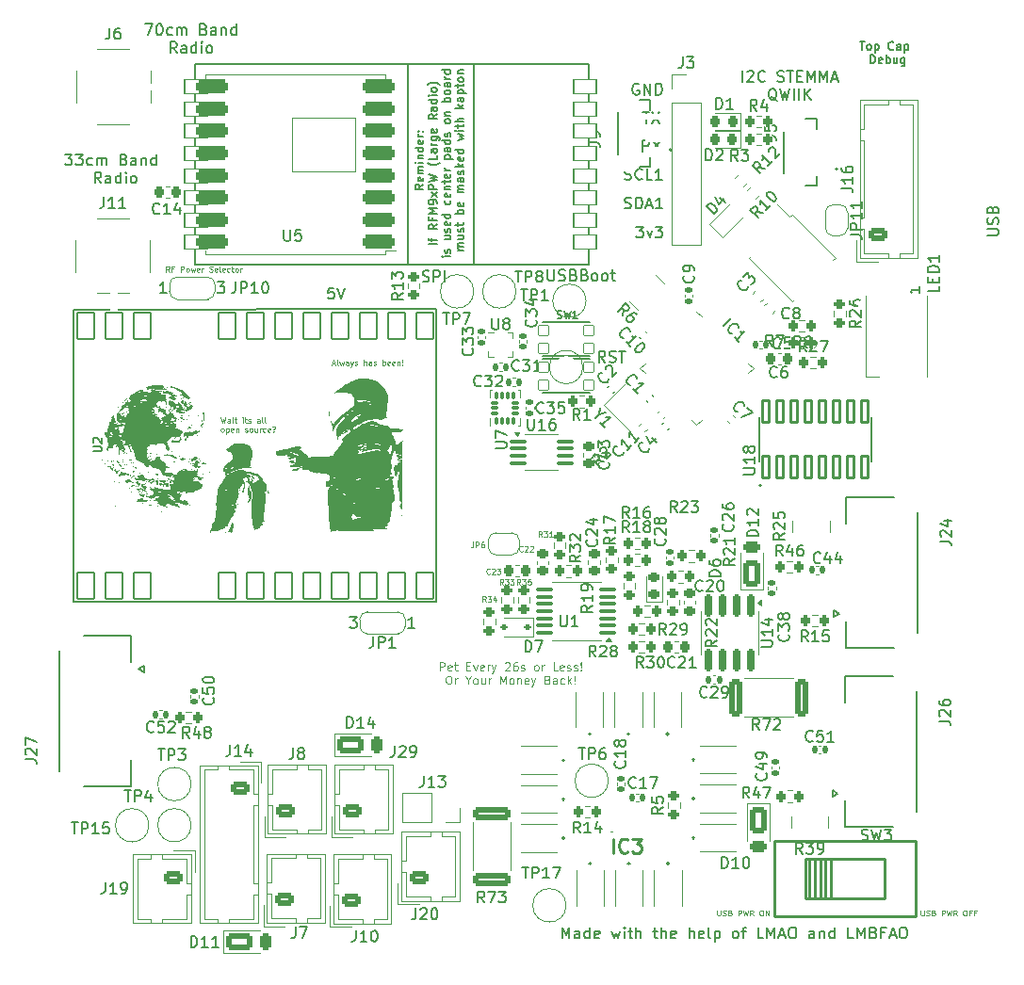
<source format=gbr>
%TF.GenerationSoftware,KiCad,Pcbnew,8.0.7*%
%TF.CreationDate,2025-03-06T17:29:39-08:00*%
%TF.ProjectId,FC_V5,46435f56-352e-46b6-9963-61645f706362,rev?*%
%TF.SameCoordinates,Original*%
%TF.FileFunction,Legend,Top*%
%TF.FilePolarity,Positive*%
%FSLAX46Y46*%
G04 Gerber Fmt 4.6, Leading zero omitted, Abs format (unit mm)*
G04 Created by KiCad (PCBNEW 8.0.7) date 2025-03-06 17:29:39*
%MOMM*%
%LPD*%
G01*
G04 APERTURE LIST*
G04 Aperture macros list*
%AMRoundRect*
0 Rectangle with rounded corners*
0 $1 Rounding radius*
0 $2 $3 $4 $5 $6 $7 $8 $9 X,Y pos of 4 corners*
0 Add a 4 corners polygon primitive as box body*
4,1,4,$2,$3,$4,$5,$6,$7,$8,$9,$2,$3,0*
0 Add four circle primitives for the rounded corners*
1,1,$1+$1,$2,$3*
1,1,$1+$1,$4,$5*
1,1,$1+$1,$6,$7*
1,1,$1+$1,$8,$9*
0 Add four rect primitives between the rounded corners*
20,1,$1+$1,$2,$3,$4,$5,0*
20,1,$1+$1,$4,$5,$6,$7,0*
20,1,$1+$1,$6,$7,$8,$9,0*
20,1,$1+$1,$8,$9,$2,$3,0*%
%AMRotRect*
0 Rectangle, with rotation*
0 The origin of the aperture is its center*
0 $1 length*
0 $2 width*
0 $3 Rotation angle, in degrees counterclockwise*
0 Add horizontal line*
21,1,$1,$2,0,0,$3*%
%AMFreePoly0*
4,1,19,0.550000,-0.750000,0.000000,-0.750000,0.000000,-0.744911,-0.071157,-0.744911,-0.207708,-0.704816,-0.327430,-0.627875,-0.420627,-0.520320,-0.479746,-0.390866,-0.500000,-0.250000,-0.500000,0.250000,-0.479746,0.390866,-0.420627,0.520320,-0.327430,0.627875,-0.207708,0.704816,-0.071157,0.744911,0.000000,0.744911,0.000000,0.750000,0.550000,0.750000,0.550000,-0.750000,0.550000,-0.750000,
$1*%
%AMFreePoly1*
4,1,19,0.000000,0.744911,0.071157,0.744911,0.207708,0.704816,0.327430,0.627875,0.420627,0.520320,0.479746,0.390866,0.500000,0.250000,0.500000,-0.250000,0.479746,-0.390866,0.420627,-0.520320,0.327430,-0.627875,0.207708,-0.704816,0.071157,-0.744911,0.000000,-0.744911,0.000000,-0.750000,-0.550000,-0.750000,-0.550000,0.750000,0.000000,0.750000,0.000000,0.744911,0.000000,0.744911,
$1*%
%AMFreePoly2*
4,1,19,0.500000,-0.750000,0.000000,-0.750000,0.000000,-0.744911,-0.071157,-0.744911,-0.207708,-0.704816,-0.327430,-0.627875,-0.420627,-0.520320,-0.479746,-0.390866,-0.500000,-0.250000,-0.500000,0.250000,-0.479746,0.390866,-0.420627,0.520320,-0.327430,0.627875,-0.207708,0.704816,-0.071157,0.744911,0.000000,0.744911,0.000000,0.750000,0.500000,0.750000,0.500000,-0.750000,0.500000,-0.750000,
$1*%
%AMFreePoly3*
4,1,19,0.000000,0.744911,0.071157,0.744911,0.207708,0.704816,0.327430,0.627875,0.420627,0.520320,0.479746,0.390866,0.500000,0.250000,0.500000,-0.250000,0.479746,-0.390866,0.420627,-0.520320,0.327430,-0.627875,0.207708,-0.704816,0.071157,-0.744911,0.000000,-0.744911,0.000000,-0.750000,-0.500000,-0.750000,-0.500000,0.750000,0.000000,0.750000,0.000000,0.744911,0.000000,0.744911,
$1*%
G04 Aperture macros list end*
%ADD10C,0.150000*%
%ADD11C,0.100000*%
%ADD12C,0.125000*%
%ADD13C,0.062500*%
%ADD14C,0.146304*%
%ADD15C,0.254000*%
%ADD16C,0.250000*%
%ADD17C,0.120000*%
%ADD18C,0.127000*%
%ADD19C,0.200000*%
%ADD20C,0.203200*%
%ADD21C,0.000000*%
%ADD22C,0.500000*%
%ADD23C,0.010000*%
%ADD24O,1.700000X2.900000*%
%ADD25RoundRect,0.225000X-0.250000X0.225000X-0.250000X-0.225000X0.250000X-0.225000X0.250000X0.225000X0*%
%ADD26RoundRect,0.140000X0.140000X0.170000X-0.140000X0.170000X-0.140000X-0.170000X0.140000X-0.170000X0*%
%ADD27R,1.000000X0.550000*%
%ADD28RoundRect,0.140000X-0.021213X0.219203X-0.219203X0.021213X0.021213X-0.219203X0.219203X-0.021213X0*%
%ADD29RoundRect,0.200000X-0.200000X-0.275000X0.200000X-0.275000X0.200000X0.275000X-0.200000X0.275000X0*%
%ADD30RoundRect,0.100500X0.301500X-0.986500X0.301500X0.986500X-0.301500X0.986500X-0.301500X-0.986500X0*%
%ADD31C,2.000000*%
%ADD32C,2.050000*%
%ADD33C,2.250000*%
%ADD34R,1.700000X1.700000*%
%ADD35O,1.700000X1.700000*%
%ADD36C,5.000000*%
%ADD37RoundRect,0.140000X-0.140000X-0.170000X0.140000X-0.170000X0.140000X0.170000X-0.140000X0.170000X0*%
%ADD38R,1.400000X1.400000*%
%ADD39RoundRect,0.140000X0.021213X-0.219203X0.219203X-0.021213X-0.021213X0.219203X-0.219203X0.021213X0*%
%ADD40RoundRect,0.218750X0.218750X0.256250X-0.218750X0.256250X-0.218750X-0.256250X0.218750X-0.256250X0*%
%ADD41RoundRect,0.250000X0.575000X-0.350000X0.575000X0.350000X-0.575000X0.350000X-0.575000X-0.350000X0*%
%ADD42O,1.650000X1.200000*%
%ADD43RotRect,0.800000X0.500000X135.000000*%
%ADD44RotRect,0.800000X0.400000X135.000000*%
%ADD45RoundRect,0.140000X0.170000X-0.140000X0.170000X0.140000X-0.170000X0.140000X-0.170000X-0.140000X0*%
%ADD46RoundRect,0.050800X-0.450000X-0.450000X0.450000X-0.450000X0.450000X0.450000X-0.450000X0.450000X0*%
%ADD47FreePoly0,180.000000*%
%ADD48R,1.000000X1.500000*%
%ADD49FreePoly1,180.000000*%
%ADD50RoundRect,0.140000X-0.170000X0.140000X-0.170000X-0.140000X0.170000X-0.140000X0.170000X0.140000X0*%
%ADD51RoundRect,0.225000X0.017678X-0.335876X0.335876X-0.017678X-0.017678X0.335876X-0.335876X0.017678X0*%
%ADD52RoundRect,0.135000X-0.035355X0.226274X-0.226274X0.035355X0.035355X-0.226274X0.226274X-0.035355X0*%
%ADD53RoundRect,0.225000X-0.225000X-0.250000X0.225000X-0.250000X0.225000X0.250000X-0.225000X0.250000X0*%
%ADD54RoundRect,0.200000X-0.275000X0.200000X-0.275000X-0.200000X0.275000X-0.200000X0.275000X0.200000X0*%
%ADD55RoundRect,0.200000X0.200000X0.275000X-0.200000X0.275000X-0.200000X-0.275000X0.200000X-0.275000X0*%
%ADD56RoundRect,0.218750X0.256250X-0.218750X0.256250X0.218750X-0.256250X0.218750X-0.256250X-0.218750X0*%
%ADD57RotRect,1.150000X1.000000X315.000000*%
%ADD58RoundRect,0.250000X0.950000X0.500000X-0.950000X0.500000X-0.950000X-0.500000X0.950000X-0.500000X0*%
%ADD59RoundRect,0.250000X0.275000X0.500000X-0.275000X0.500000X-0.275000X-0.500000X0.275000X-0.500000X0*%
%ADD60RoundRect,0.140000X0.219203X0.021213X0.021213X0.219203X-0.219203X-0.021213X-0.021213X-0.219203X0*%
%ADD61RoundRect,0.200000X0.275000X-0.200000X0.275000X0.200000X-0.275000X0.200000X-0.275000X-0.200000X0*%
%ADD62R,0.500000X0.800000*%
%ADD63R,0.400000X0.800000*%
%ADD64RoundRect,0.200000X0.053033X-0.335876X0.335876X-0.053033X-0.053033X0.335876X-0.335876X0.053033X0*%
%ADD65RoundRect,0.100000X0.637500X0.100000X-0.637500X0.100000X-0.637500X-0.100000X0.637500X-0.100000X0*%
%ADD66RoundRect,0.063500X1.000000X0.650000X-1.000000X0.650000X-1.000000X-0.650000X1.000000X-0.650000X0*%
%ADD67RoundRect,0.063500X2.849999X2.400000X-2.849999X2.400000X-2.849999X-2.400000X2.849999X-2.400000X0*%
%ADD68R,1.550000X0.600000*%
%ADD69R,1.800000X1.200000*%
%ADD70RoundRect,0.250000X-0.575000X0.350000X-0.575000X-0.350000X0.575000X-0.350000X0.575000X0.350000X0*%
%ADD71RoundRect,0.087500X0.087500X-0.225000X0.087500X0.225000X-0.087500X0.225000X-0.087500X-0.225000X0*%
%ADD72RoundRect,0.087500X0.225000X-0.087500X0.225000X0.087500X-0.225000X0.087500X-0.225000X-0.087500X0*%
%ADD73RoundRect,0.102000X-0.750000X1.200000X-0.750000X-1.200000X0.750000X-1.200000X0.750000X1.200000X0*%
%ADD74FreePoly0,0.000000*%
%ADD75FreePoly1,0.000000*%
%ADD76RoundRect,0.150000X-0.565685X0.353553X0.353553X-0.565685X0.565685X-0.353553X-0.353553X0.565685X0*%
%ADD77RoundRect,0.150000X-0.150000X0.825000X-0.150000X-0.825000X0.150000X-0.825000X0.150000X0.825000X0*%
%ADD78RoundRect,0.140000X-0.219203X-0.021213X-0.021213X-0.219203X0.219203X0.021213X0.021213X0.219203X0*%
%ADD79R,0.900000X1.500000*%
%ADD80RoundRect,0.125000X0.000000X-0.176777X0.176777X0.000000X0.000000X0.176777X-0.176777X0.000000X0*%
%ADD81RoundRect,0.250000X-0.500000X0.950000X-0.500000X-0.950000X0.500000X-0.950000X0.500000X0.950000X0*%
%ADD82RoundRect,0.250000X-0.500000X0.275000X-0.500000X-0.275000X0.500000X-0.275000X0.500000X0.275000X0*%
%ADD83RoundRect,0.050000X-0.309359X0.238649X0.238649X-0.309359X0.309359X-0.238649X-0.238649X0.309359X0*%
%ADD84RoundRect,0.050000X-0.309359X-0.238649X-0.238649X-0.309359X0.309359X0.238649X0.238649X0.309359X0*%
%ADD85RotRect,3.200000X3.200000X315.000000*%
%ADD86RoundRect,0.225000X0.225000X0.250000X-0.225000X0.250000X-0.225000X-0.250000X0.225000X-0.250000X0*%
%ADD87RoundRect,0.317500X1.157500X0.317500X-1.157500X0.317500X-1.157500X-0.317500X1.157500X-0.317500X0*%
%ADD88RoundRect,0.250000X0.500000X-0.950000X0.500000X0.950000X-0.500000X0.950000X-0.500000X-0.950000X0*%
%ADD89RoundRect,0.250000X0.500000X-0.275000X0.500000X0.275000X-0.500000X0.275000X-0.500000X-0.275000X0*%
%ADD90RoundRect,0.250000X-0.362500X-1.425000X0.362500X-1.425000X0.362500X1.425000X-0.362500X1.425000X0*%
%ADD91R,0.375000X0.350000*%
%ADD92R,0.350000X0.375000*%
%ADD93RoundRect,0.112500X0.187500X0.112500X-0.187500X0.112500X-0.187500X-0.112500X0.187500X-0.112500X0*%
%ADD94FreePoly2,270.000000*%
%ADD95FreePoly3,270.000000*%
%ADD96RoundRect,0.100000X-0.687500X-0.100000X0.687500X-0.100000X0.687500X0.100000X-0.687500X0.100000X0*%
%ADD97R,1.500000X1.800000*%
%ADD98RoundRect,0.200000X-0.053033X0.335876X-0.335876X0.053033X0.053033X-0.335876X0.335876X-0.053033X0*%
%ADD99RoundRect,0.250000X-1.425000X0.362500X-1.425000X-0.362500X1.425000X-0.362500X1.425000X0.362500X0*%
%ADD100C,1.000000*%
%ADD101C,0.650000*%
%ADD102O,1.600000X1.000000*%
%ADD103O,2.100000X1.000000*%
%ADD104FreePoly2,180.000000*%
%ADD105FreePoly3,180.000000*%
G04 APERTURE END LIST*
D10*
X149176190Y-66059875D02*
X149795237Y-66059875D01*
X149795237Y-66059875D02*
X149461904Y-66440827D01*
X149461904Y-66440827D02*
X149604761Y-66440827D01*
X149604761Y-66440827D02*
X149699999Y-66488446D01*
X149699999Y-66488446D02*
X149747618Y-66536065D01*
X149747618Y-66536065D02*
X149795237Y-66631303D01*
X149795237Y-66631303D02*
X149795237Y-66869398D01*
X149795237Y-66869398D02*
X149747618Y-66964636D01*
X149747618Y-66964636D02*
X149699999Y-67012256D01*
X149699999Y-67012256D02*
X149604761Y-67059875D01*
X149604761Y-67059875D02*
X149319047Y-67059875D01*
X149319047Y-67059875D02*
X149223809Y-67012256D01*
X149223809Y-67012256D02*
X149176190Y-66964636D01*
X150128571Y-66059875D02*
X150747618Y-66059875D01*
X150747618Y-66059875D02*
X150414285Y-66440827D01*
X150414285Y-66440827D02*
X150557142Y-66440827D01*
X150557142Y-66440827D02*
X150652380Y-66488446D01*
X150652380Y-66488446D02*
X150699999Y-66536065D01*
X150699999Y-66536065D02*
X150747618Y-66631303D01*
X150747618Y-66631303D02*
X150747618Y-66869398D01*
X150747618Y-66869398D02*
X150699999Y-66964636D01*
X150699999Y-66964636D02*
X150652380Y-67012256D01*
X150652380Y-67012256D02*
X150557142Y-67059875D01*
X150557142Y-67059875D02*
X150271428Y-67059875D01*
X150271428Y-67059875D02*
X150176190Y-67012256D01*
X150176190Y-67012256D02*
X150128571Y-66964636D01*
X151604761Y-67012256D02*
X151509523Y-67059875D01*
X151509523Y-67059875D02*
X151319047Y-67059875D01*
X151319047Y-67059875D02*
X151223809Y-67012256D01*
X151223809Y-67012256D02*
X151176190Y-66964636D01*
X151176190Y-66964636D02*
X151128571Y-66869398D01*
X151128571Y-66869398D02*
X151128571Y-66583684D01*
X151128571Y-66583684D02*
X151176190Y-66488446D01*
X151176190Y-66488446D02*
X151223809Y-66440827D01*
X151223809Y-66440827D02*
X151319047Y-66393208D01*
X151319047Y-66393208D02*
X151509523Y-66393208D01*
X151509523Y-66393208D02*
X151604761Y-66440827D01*
X152033333Y-67059875D02*
X152033333Y-66393208D01*
X152033333Y-66488446D02*
X152080952Y-66440827D01*
X152080952Y-66440827D02*
X152176190Y-66393208D01*
X152176190Y-66393208D02*
X152319047Y-66393208D01*
X152319047Y-66393208D02*
X152414285Y-66440827D01*
X152414285Y-66440827D02*
X152461904Y-66536065D01*
X152461904Y-66536065D02*
X152461904Y-67059875D01*
X152461904Y-66536065D02*
X152509523Y-66440827D01*
X152509523Y-66440827D02*
X152604761Y-66393208D01*
X152604761Y-66393208D02*
X152747618Y-66393208D01*
X152747618Y-66393208D02*
X152842857Y-66440827D01*
X152842857Y-66440827D02*
X152890476Y-66536065D01*
X152890476Y-66536065D02*
X152890476Y-67059875D01*
X154461904Y-66536065D02*
X154604761Y-66583684D01*
X154604761Y-66583684D02*
X154652380Y-66631303D01*
X154652380Y-66631303D02*
X154699999Y-66726541D01*
X154699999Y-66726541D02*
X154699999Y-66869398D01*
X154699999Y-66869398D02*
X154652380Y-66964636D01*
X154652380Y-66964636D02*
X154604761Y-67012256D01*
X154604761Y-67012256D02*
X154509523Y-67059875D01*
X154509523Y-67059875D02*
X154128571Y-67059875D01*
X154128571Y-67059875D02*
X154128571Y-66059875D01*
X154128571Y-66059875D02*
X154461904Y-66059875D01*
X154461904Y-66059875D02*
X154557142Y-66107494D01*
X154557142Y-66107494D02*
X154604761Y-66155113D01*
X154604761Y-66155113D02*
X154652380Y-66250351D01*
X154652380Y-66250351D02*
X154652380Y-66345589D01*
X154652380Y-66345589D02*
X154604761Y-66440827D01*
X154604761Y-66440827D02*
X154557142Y-66488446D01*
X154557142Y-66488446D02*
X154461904Y-66536065D01*
X154461904Y-66536065D02*
X154128571Y-66536065D01*
X155557142Y-67059875D02*
X155557142Y-66536065D01*
X155557142Y-66536065D02*
X155509523Y-66440827D01*
X155509523Y-66440827D02*
X155414285Y-66393208D01*
X155414285Y-66393208D02*
X155223809Y-66393208D01*
X155223809Y-66393208D02*
X155128571Y-66440827D01*
X155557142Y-67012256D02*
X155461904Y-67059875D01*
X155461904Y-67059875D02*
X155223809Y-67059875D01*
X155223809Y-67059875D02*
X155128571Y-67012256D01*
X155128571Y-67012256D02*
X155080952Y-66917017D01*
X155080952Y-66917017D02*
X155080952Y-66821779D01*
X155080952Y-66821779D02*
X155128571Y-66726541D01*
X155128571Y-66726541D02*
X155223809Y-66678922D01*
X155223809Y-66678922D02*
X155461904Y-66678922D01*
X155461904Y-66678922D02*
X155557142Y-66631303D01*
X156033333Y-66393208D02*
X156033333Y-67059875D01*
X156033333Y-66488446D02*
X156080952Y-66440827D01*
X156080952Y-66440827D02*
X156176190Y-66393208D01*
X156176190Y-66393208D02*
X156319047Y-66393208D01*
X156319047Y-66393208D02*
X156414285Y-66440827D01*
X156414285Y-66440827D02*
X156461904Y-66536065D01*
X156461904Y-66536065D02*
X156461904Y-67059875D01*
X157366666Y-67059875D02*
X157366666Y-66059875D01*
X157366666Y-67012256D02*
X157271428Y-67059875D01*
X157271428Y-67059875D02*
X157080952Y-67059875D01*
X157080952Y-67059875D02*
X156985714Y-67012256D01*
X156985714Y-67012256D02*
X156938095Y-66964636D01*
X156938095Y-66964636D02*
X156890476Y-66869398D01*
X156890476Y-66869398D02*
X156890476Y-66583684D01*
X156890476Y-66583684D02*
X156938095Y-66488446D01*
X156938095Y-66488446D02*
X156985714Y-66440827D01*
X156985714Y-66440827D02*
X157080952Y-66393208D01*
X157080952Y-66393208D02*
X157271428Y-66393208D01*
X157271428Y-66393208D02*
X157366666Y-66440827D01*
X152414285Y-68669819D02*
X152080952Y-68193628D01*
X151842857Y-68669819D02*
X151842857Y-67669819D01*
X151842857Y-67669819D02*
X152223809Y-67669819D01*
X152223809Y-67669819D02*
X152319047Y-67717438D01*
X152319047Y-67717438D02*
X152366666Y-67765057D01*
X152366666Y-67765057D02*
X152414285Y-67860295D01*
X152414285Y-67860295D02*
X152414285Y-68003152D01*
X152414285Y-68003152D02*
X152366666Y-68098390D01*
X152366666Y-68098390D02*
X152319047Y-68146009D01*
X152319047Y-68146009D02*
X152223809Y-68193628D01*
X152223809Y-68193628D02*
X151842857Y-68193628D01*
X153271428Y-68669819D02*
X153271428Y-68146009D01*
X153271428Y-68146009D02*
X153223809Y-68050771D01*
X153223809Y-68050771D02*
X153128571Y-68003152D01*
X153128571Y-68003152D02*
X152938095Y-68003152D01*
X152938095Y-68003152D02*
X152842857Y-68050771D01*
X153271428Y-68622200D02*
X153176190Y-68669819D01*
X153176190Y-68669819D02*
X152938095Y-68669819D01*
X152938095Y-68669819D02*
X152842857Y-68622200D01*
X152842857Y-68622200D02*
X152795238Y-68526961D01*
X152795238Y-68526961D02*
X152795238Y-68431723D01*
X152795238Y-68431723D02*
X152842857Y-68336485D01*
X152842857Y-68336485D02*
X152938095Y-68288866D01*
X152938095Y-68288866D02*
X153176190Y-68288866D01*
X153176190Y-68288866D02*
X153271428Y-68241247D01*
X154176190Y-68669819D02*
X154176190Y-67669819D01*
X154176190Y-68622200D02*
X154080952Y-68669819D01*
X154080952Y-68669819D02*
X153890476Y-68669819D01*
X153890476Y-68669819D02*
X153795238Y-68622200D01*
X153795238Y-68622200D02*
X153747619Y-68574580D01*
X153747619Y-68574580D02*
X153700000Y-68479342D01*
X153700000Y-68479342D02*
X153700000Y-68193628D01*
X153700000Y-68193628D02*
X153747619Y-68098390D01*
X153747619Y-68098390D02*
X153795238Y-68050771D01*
X153795238Y-68050771D02*
X153890476Y-68003152D01*
X153890476Y-68003152D02*
X154080952Y-68003152D01*
X154080952Y-68003152D02*
X154176190Y-68050771D01*
X154652381Y-68669819D02*
X154652381Y-68003152D01*
X154652381Y-67669819D02*
X154604762Y-67717438D01*
X154604762Y-67717438D02*
X154652381Y-67765057D01*
X154652381Y-67765057D02*
X154700000Y-67717438D01*
X154700000Y-67717438D02*
X154652381Y-67669819D01*
X154652381Y-67669819D02*
X154652381Y-67765057D01*
X155271428Y-68669819D02*
X155176190Y-68622200D01*
X155176190Y-68622200D02*
X155128571Y-68574580D01*
X155128571Y-68574580D02*
X155080952Y-68479342D01*
X155080952Y-68479342D02*
X155080952Y-68193628D01*
X155080952Y-68193628D02*
X155128571Y-68098390D01*
X155128571Y-68098390D02*
X155176190Y-68050771D01*
X155176190Y-68050771D02*
X155271428Y-68003152D01*
X155271428Y-68003152D02*
X155414285Y-68003152D01*
X155414285Y-68003152D02*
X155509523Y-68050771D01*
X155509523Y-68050771D02*
X155557142Y-68098390D01*
X155557142Y-68098390D02*
X155604761Y-68193628D01*
X155604761Y-68193628D02*
X155604761Y-68479342D01*
X155604761Y-68479342D02*
X155557142Y-68574580D01*
X155557142Y-68574580D02*
X155509523Y-68622200D01*
X155509523Y-68622200D02*
X155414285Y-68669819D01*
X155414285Y-68669819D02*
X155271428Y-68669819D01*
X156357143Y-54359875D02*
X157023809Y-54359875D01*
X157023809Y-54359875D02*
X156595238Y-55359875D01*
X157595238Y-54359875D02*
X157690476Y-54359875D01*
X157690476Y-54359875D02*
X157785714Y-54407494D01*
X157785714Y-54407494D02*
X157833333Y-54455113D01*
X157833333Y-54455113D02*
X157880952Y-54550351D01*
X157880952Y-54550351D02*
X157928571Y-54740827D01*
X157928571Y-54740827D02*
X157928571Y-54978922D01*
X157928571Y-54978922D02*
X157880952Y-55169398D01*
X157880952Y-55169398D02*
X157833333Y-55264636D01*
X157833333Y-55264636D02*
X157785714Y-55312256D01*
X157785714Y-55312256D02*
X157690476Y-55359875D01*
X157690476Y-55359875D02*
X157595238Y-55359875D01*
X157595238Y-55359875D02*
X157500000Y-55312256D01*
X157500000Y-55312256D02*
X157452381Y-55264636D01*
X157452381Y-55264636D02*
X157404762Y-55169398D01*
X157404762Y-55169398D02*
X157357143Y-54978922D01*
X157357143Y-54978922D02*
X157357143Y-54740827D01*
X157357143Y-54740827D02*
X157404762Y-54550351D01*
X157404762Y-54550351D02*
X157452381Y-54455113D01*
X157452381Y-54455113D02*
X157500000Y-54407494D01*
X157500000Y-54407494D02*
X157595238Y-54359875D01*
X158785714Y-55312256D02*
X158690476Y-55359875D01*
X158690476Y-55359875D02*
X158500000Y-55359875D01*
X158500000Y-55359875D02*
X158404762Y-55312256D01*
X158404762Y-55312256D02*
X158357143Y-55264636D01*
X158357143Y-55264636D02*
X158309524Y-55169398D01*
X158309524Y-55169398D02*
X158309524Y-54883684D01*
X158309524Y-54883684D02*
X158357143Y-54788446D01*
X158357143Y-54788446D02*
X158404762Y-54740827D01*
X158404762Y-54740827D02*
X158500000Y-54693208D01*
X158500000Y-54693208D02*
X158690476Y-54693208D01*
X158690476Y-54693208D02*
X158785714Y-54740827D01*
X159214286Y-55359875D02*
X159214286Y-54693208D01*
X159214286Y-54788446D02*
X159261905Y-54740827D01*
X159261905Y-54740827D02*
X159357143Y-54693208D01*
X159357143Y-54693208D02*
X159500000Y-54693208D01*
X159500000Y-54693208D02*
X159595238Y-54740827D01*
X159595238Y-54740827D02*
X159642857Y-54836065D01*
X159642857Y-54836065D02*
X159642857Y-55359875D01*
X159642857Y-54836065D02*
X159690476Y-54740827D01*
X159690476Y-54740827D02*
X159785714Y-54693208D01*
X159785714Y-54693208D02*
X159928571Y-54693208D01*
X159928571Y-54693208D02*
X160023810Y-54740827D01*
X160023810Y-54740827D02*
X160071429Y-54836065D01*
X160071429Y-54836065D02*
X160071429Y-55359875D01*
X161642857Y-54836065D02*
X161785714Y-54883684D01*
X161785714Y-54883684D02*
X161833333Y-54931303D01*
X161833333Y-54931303D02*
X161880952Y-55026541D01*
X161880952Y-55026541D02*
X161880952Y-55169398D01*
X161880952Y-55169398D02*
X161833333Y-55264636D01*
X161833333Y-55264636D02*
X161785714Y-55312256D01*
X161785714Y-55312256D02*
X161690476Y-55359875D01*
X161690476Y-55359875D02*
X161309524Y-55359875D01*
X161309524Y-55359875D02*
X161309524Y-54359875D01*
X161309524Y-54359875D02*
X161642857Y-54359875D01*
X161642857Y-54359875D02*
X161738095Y-54407494D01*
X161738095Y-54407494D02*
X161785714Y-54455113D01*
X161785714Y-54455113D02*
X161833333Y-54550351D01*
X161833333Y-54550351D02*
X161833333Y-54645589D01*
X161833333Y-54645589D02*
X161785714Y-54740827D01*
X161785714Y-54740827D02*
X161738095Y-54788446D01*
X161738095Y-54788446D02*
X161642857Y-54836065D01*
X161642857Y-54836065D02*
X161309524Y-54836065D01*
X162738095Y-55359875D02*
X162738095Y-54836065D01*
X162738095Y-54836065D02*
X162690476Y-54740827D01*
X162690476Y-54740827D02*
X162595238Y-54693208D01*
X162595238Y-54693208D02*
X162404762Y-54693208D01*
X162404762Y-54693208D02*
X162309524Y-54740827D01*
X162738095Y-55312256D02*
X162642857Y-55359875D01*
X162642857Y-55359875D02*
X162404762Y-55359875D01*
X162404762Y-55359875D02*
X162309524Y-55312256D01*
X162309524Y-55312256D02*
X162261905Y-55217017D01*
X162261905Y-55217017D02*
X162261905Y-55121779D01*
X162261905Y-55121779D02*
X162309524Y-55026541D01*
X162309524Y-55026541D02*
X162404762Y-54978922D01*
X162404762Y-54978922D02*
X162642857Y-54978922D01*
X162642857Y-54978922D02*
X162738095Y-54931303D01*
X163214286Y-54693208D02*
X163214286Y-55359875D01*
X163214286Y-54788446D02*
X163261905Y-54740827D01*
X163261905Y-54740827D02*
X163357143Y-54693208D01*
X163357143Y-54693208D02*
X163500000Y-54693208D01*
X163500000Y-54693208D02*
X163595238Y-54740827D01*
X163595238Y-54740827D02*
X163642857Y-54836065D01*
X163642857Y-54836065D02*
X163642857Y-55359875D01*
X164547619Y-55359875D02*
X164547619Y-54359875D01*
X164547619Y-55312256D02*
X164452381Y-55359875D01*
X164452381Y-55359875D02*
X164261905Y-55359875D01*
X164261905Y-55359875D02*
X164166667Y-55312256D01*
X164166667Y-55312256D02*
X164119048Y-55264636D01*
X164119048Y-55264636D02*
X164071429Y-55169398D01*
X164071429Y-55169398D02*
X164071429Y-54883684D01*
X164071429Y-54883684D02*
X164119048Y-54788446D01*
X164119048Y-54788446D02*
X164166667Y-54740827D01*
X164166667Y-54740827D02*
X164261905Y-54693208D01*
X164261905Y-54693208D02*
X164452381Y-54693208D01*
X164452381Y-54693208D02*
X164547619Y-54740827D01*
X159214285Y-56969819D02*
X158880952Y-56493628D01*
X158642857Y-56969819D02*
X158642857Y-55969819D01*
X158642857Y-55969819D02*
X159023809Y-55969819D01*
X159023809Y-55969819D02*
X159119047Y-56017438D01*
X159119047Y-56017438D02*
X159166666Y-56065057D01*
X159166666Y-56065057D02*
X159214285Y-56160295D01*
X159214285Y-56160295D02*
X159214285Y-56303152D01*
X159214285Y-56303152D02*
X159166666Y-56398390D01*
X159166666Y-56398390D02*
X159119047Y-56446009D01*
X159119047Y-56446009D02*
X159023809Y-56493628D01*
X159023809Y-56493628D02*
X158642857Y-56493628D01*
X160071428Y-56969819D02*
X160071428Y-56446009D01*
X160071428Y-56446009D02*
X160023809Y-56350771D01*
X160023809Y-56350771D02*
X159928571Y-56303152D01*
X159928571Y-56303152D02*
X159738095Y-56303152D01*
X159738095Y-56303152D02*
X159642857Y-56350771D01*
X160071428Y-56922200D02*
X159976190Y-56969819D01*
X159976190Y-56969819D02*
X159738095Y-56969819D01*
X159738095Y-56969819D02*
X159642857Y-56922200D01*
X159642857Y-56922200D02*
X159595238Y-56826961D01*
X159595238Y-56826961D02*
X159595238Y-56731723D01*
X159595238Y-56731723D02*
X159642857Y-56636485D01*
X159642857Y-56636485D02*
X159738095Y-56588866D01*
X159738095Y-56588866D02*
X159976190Y-56588866D01*
X159976190Y-56588866D02*
X160071428Y-56541247D01*
X160976190Y-56969819D02*
X160976190Y-55969819D01*
X160976190Y-56922200D02*
X160880952Y-56969819D01*
X160880952Y-56969819D02*
X160690476Y-56969819D01*
X160690476Y-56969819D02*
X160595238Y-56922200D01*
X160595238Y-56922200D02*
X160547619Y-56874580D01*
X160547619Y-56874580D02*
X160500000Y-56779342D01*
X160500000Y-56779342D02*
X160500000Y-56493628D01*
X160500000Y-56493628D02*
X160547619Y-56398390D01*
X160547619Y-56398390D02*
X160595238Y-56350771D01*
X160595238Y-56350771D02*
X160690476Y-56303152D01*
X160690476Y-56303152D02*
X160880952Y-56303152D01*
X160880952Y-56303152D02*
X160976190Y-56350771D01*
X161452381Y-56969819D02*
X161452381Y-56303152D01*
X161452381Y-55969819D02*
X161404762Y-56017438D01*
X161404762Y-56017438D02*
X161452381Y-56065057D01*
X161452381Y-56065057D02*
X161500000Y-56017438D01*
X161500000Y-56017438D02*
X161452381Y-55969819D01*
X161452381Y-55969819D02*
X161452381Y-56065057D01*
X162071428Y-56969819D02*
X161976190Y-56922200D01*
X161976190Y-56922200D02*
X161928571Y-56874580D01*
X161928571Y-56874580D02*
X161880952Y-56779342D01*
X161880952Y-56779342D02*
X161880952Y-56493628D01*
X161880952Y-56493628D02*
X161928571Y-56398390D01*
X161928571Y-56398390D02*
X161976190Y-56350771D01*
X161976190Y-56350771D02*
X162071428Y-56303152D01*
X162071428Y-56303152D02*
X162214285Y-56303152D01*
X162214285Y-56303152D02*
X162309523Y-56350771D01*
X162309523Y-56350771D02*
X162357142Y-56398390D01*
X162357142Y-56398390D02*
X162404761Y-56493628D01*
X162404761Y-56493628D02*
X162404761Y-56779342D01*
X162404761Y-56779342D02*
X162357142Y-56874580D01*
X162357142Y-56874580D02*
X162309523Y-56922200D01*
X162309523Y-56922200D02*
X162214285Y-56969819D01*
X162214285Y-56969819D02*
X162071428Y-56969819D01*
D11*
X226084836Y-134033609D02*
X226084836Y-134438371D01*
X226084836Y-134438371D02*
X226108646Y-134485990D01*
X226108646Y-134485990D02*
X226132455Y-134509800D01*
X226132455Y-134509800D02*
X226180074Y-134533609D01*
X226180074Y-134533609D02*
X226275312Y-134533609D01*
X226275312Y-134533609D02*
X226322931Y-134509800D01*
X226322931Y-134509800D02*
X226346741Y-134485990D01*
X226346741Y-134485990D02*
X226370550Y-134438371D01*
X226370550Y-134438371D02*
X226370550Y-134033609D01*
X226584837Y-134509800D02*
X226656265Y-134533609D01*
X226656265Y-134533609D02*
X226775313Y-134533609D01*
X226775313Y-134533609D02*
X226822932Y-134509800D01*
X226822932Y-134509800D02*
X226846741Y-134485990D01*
X226846741Y-134485990D02*
X226870551Y-134438371D01*
X226870551Y-134438371D02*
X226870551Y-134390752D01*
X226870551Y-134390752D02*
X226846741Y-134343133D01*
X226846741Y-134343133D02*
X226822932Y-134319323D01*
X226822932Y-134319323D02*
X226775313Y-134295514D01*
X226775313Y-134295514D02*
X226680075Y-134271704D01*
X226680075Y-134271704D02*
X226632456Y-134247895D01*
X226632456Y-134247895D02*
X226608646Y-134224085D01*
X226608646Y-134224085D02*
X226584837Y-134176466D01*
X226584837Y-134176466D02*
X226584837Y-134128847D01*
X226584837Y-134128847D02*
X226608646Y-134081228D01*
X226608646Y-134081228D02*
X226632456Y-134057419D01*
X226632456Y-134057419D02*
X226680075Y-134033609D01*
X226680075Y-134033609D02*
X226799122Y-134033609D01*
X226799122Y-134033609D02*
X226870551Y-134057419D01*
X227251503Y-134271704D02*
X227322931Y-134295514D01*
X227322931Y-134295514D02*
X227346741Y-134319323D01*
X227346741Y-134319323D02*
X227370550Y-134366942D01*
X227370550Y-134366942D02*
X227370550Y-134438371D01*
X227370550Y-134438371D02*
X227346741Y-134485990D01*
X227346741Y-134485990D02*
X227322931Y-134509800D01*
X227322931Y-134509800D02*
X227275312Y-134533609D01*
X227275312Y-134533609D02*
X227084836Y-134533609D01*
X227084836Y-134533609D02*
X227084836Y-134033609D01*
X227084836Y-134033609D02*
X227251503Y-134033609D01*
X227251503Y-134033609D02*
X227299122Y-134057419D01*
X227299122Y-134057419D02*
X227322931Y-134081228D01*
X227322931Y-134081228D02*
X227346741Y-134128847D01*
X227346741Y-134128847D02*
X227346741Y-134176466D01*
X227346741Y-134176466D02*
X227322931Y-134224085D01*
X227322931Y-134224085D02*
X227299122Y-134247895D01*
X227299122Y-134247895D02*
X227251503Y-134271704D01*
X227251503Y-134271704D02*
X227084836Y-134271704D01*
X227965788Y-134533609D02*
X227965788Y-134033609D01*
X227965788Y-134033609D02*
X228156264Y-134033609D01*
X228156264Y-134033609D02*
X228203883Y-134057419D01*
X228203883Y-134057419D02*
X228227693Y-134081228D01*
X228227693Y-134081228D02*
X228251502Y-134128847D01*
X228251502Y-134128847D02*
X228251502Y-134200276D01*
X228251502Y-134200276D02*
X228227693Y-134247895D01*
X228227693Y-134247895D02*
X228203883Y-134271704D01*
X228203883Y-134271704D02*
X228156264Y-134295514D01*
X228156264Y-134295514D02*
X227965788Y-134295514D01*
X228418169Y-134033609D02*
X228537217Y-134533609D01*
X228537217Y-134533609D02*
X228632455Y-134176466D01*
X228632455Y-134176466D02*
X228727693Y-134533609D01*
X228727693Y-134533609D02*
X228846741Y-134033609D01*
X229322931Y-134533609D02*
X229156265Y-134295514D01*
X229037217Y-134533609D02*
X229037217Y-134033609D01*
X229037217Y-134033609D02*
X229227693Y-134033609D01*
X229227693Y-134033609D02*
X229275312Y-134057419D01*
X229275312Y-134057419D02*
X229299122Y-134081228D01*
X229299122Y-134081228D02*
X229322931Y-134128847D01*
X229322931Y-134128847D02*
X229322931Y-134200276D01*
X229322931Y-134200276D02*
X229299122Y-134247895D01*
X229299122Y-134247895D02*
X229275312Y-134271704D01*
X229275312Y-134271704D02*
X229227693Y-134295514D01*
X229227693Y-134295514D02*
X229037217Y-134295514D01*
X230013407Y-134033609D02*
X230108645Y-134033609D01*
X230108645Y-134033609D02*
X230156264Y-134057419D01*
X230156264Y-134057419D02*
X230203883Y-134105038D01*
X230203883Y-134105038D02*
X230227693Y-134200276D01*
X230227693Y-134200276D02*
X230227693Y-134366942D01*
X230227693Y-134366942D02*
X230203883Y-134462180D01*
X230203883Y-134462180D02*
X230156264Y-134509800D01*
X230156264Y-134509800D02*
X230108645Y-134533609D01*
X230108645Y-134533609D02*
X230013407Y-134533609D01*
X230013407Y-134533609D02*
X229965788Y-134509800D01*
X229965788Y-134509800D02*
X229918169Y-134462180D01*
X229918169Y-134462180D02*
X229894360Y-134366942D01*
X229894360Y-134366942D02*
X229894360Y-134200276D01*
X229894360Y-134200276D02*
X229918169Y-134105038D01*
X229918169Y-134105038D02*
X229965788Y-134057419D01*
X229965788Y-134057419D02*
X230013407Y-134033609D01*
X230608646Y-134271704D02*
X230441979Y-134271704D01*
X230441979Y-134533609D02*
X230441979Y-134033609D01*
X230441979Y-134033609D02*
X230680074Y-134033609D01*
X231037217Y-134271704D02*
X230870550Y-134271704D01*
X230870550Y-134533609D02*
X230870550Y-134033609D01*
X230870550Y-134033609D02*
X231108645Y-134033609D01*
X207784836Y-134033609D02*
X207784836Y-134438371D01*
X207784836Y-134438371D02*
X207808646Y-134485990D01*
X207808646Y-134485990D02*
X207832455Y-134509800D01*
X207832455Y-134509800D02*
X207880074Y-134533609D01*
X207880074Y-134533609D02*
X207975312Y-134533609D01*
X207975312Y-134533609D02*
X208022931Y-134509800D01*
X208022931Y-134509800D02*
X208046741Y-134485990D01*
X208046741Y-134485990D02*
X208070550Y-134438371D01*
X208070550Y-134438371D02*
X208070550Y-134033609D01*
X208284837Y-134509800D02*
X208356265Y-134533609D01*
X208356265Y-134533609D02*
X208475313Y-134533609D01*
X208475313Y-134533609D02*
X208522932Y-134509800D01*
X208522932Y-134509800D02*
X208546741Y-134485990D01*
X208546741Y-134485990D02*
X208570551Y-134438371D01*
X208570551Y-134438371D02*
X208570551Y-134390752D01*
X208570551Y-134390752D02*
X208546741Y-134343133D01*
X208546741Y-134343133D02*
X208522932Y-134319323D01*
X208522932Y-134319323D02*
X208475313Y-134295514D01*
X208475313Y-134295514D02*
X208380075Y-134271704D01*
X208380075Y-134271704D02*
X208332456Y-134247895D01*
X208332456Y-134247895D02*
X208308646Y-134224085D01*
X208308646Y-134224085D02*
X208284837Y-134176466D01*
X208284837Y-134176466D02*
X208284837Y-134128847D01*
X208284837Y-134128847D02*
X208308646Y-134081228D01*
X208308646Y-134081228D02*
X208332456Y-134057419D01*
X208332456Y-134057419D02*
X208380075Y-134033609D01*
X208380075Y-134033609D02*
X208499122Y-134033609D01*
X208499122Y-134033609D02*
X208570551Y-134057419D01*
X208951503Y-134271704D02*
X209022931Y-134295514D01*
X209022931Y-134295514D02*
X209046741Y-134319323D01*
X209046741Y-134319323D02*
X209070550Y-134366942D01*
X209070550Y-134366942D02*
X209070550Y-134438371D01*
X209070550Y-134438371D02*
X209046741Y-134485990D01*
X209046741Y-134485990D02*
X209022931Y-134509800D01*
X209022931Y-134509800D02*
X208975312Y-134533609D01*
X208975312Y-134533609D02*
X208784836Y-134533609D01*
X208784836Y-134533609D02*
X208784836Y-134033609D01*
X208784836Y-134033609D02*
X208951503Y-134033609D01*
X208951503Y-134033609D02*
X208999122Y-134057419D01*
X208999122Y-134057419D02*
X209022931Y-134081228D01*
X209022931Y-134081228D02*
X209046741Y-134128847D01*
X209046741Y-134128847D02*
X209046741Y-134176466D01*
X209046741Y-134176466D02*
X209022931Y-134224085D01*
X209022931Y-134224085D02*
X208999122Y-134247895D01*
X208999122Y-134247895D02*
X208951503Y-134271704D01*
X208951503Y-134271704D02*
X208784836Y-134271704D01*
X209665788Y-134533609D02*
X209665788Y-134033609D01*
X209665788Y-134033609D02*
X209856264Y-134033609D01*
X209856264Y-134033609D02*
X209903883Y-134057419D01*
X209903883Y-134057419D02*
X209927693Y-134081228D01*
X209927693Y-134081228D02*
X209951502Y-134128847D01*
X209951502Y-134128847D02*
X209951502Y-134200276D01*
X209951502Y-134200276D02*
X209927693Y-134247895D01*
X209927693Y-134247895D02*
X209903883Y-134271704D01*
X209903883Y-134271704D02*
X209856264Y-134295514D01*
X209856264Y-134295514D02*
X209665788Y-134295514D01*
X210118169Y-134033609D02*
X210237217Y-134533609D01*
X210237217Y-134533609D02*
X210332455Y-134176466D01*
X210332455Y-134176466D02*
X210427693Y-134533609D01*
X210427693Y-134533609D02*
X210546741Y-134033609D01*
X211022931Y-134533609D02*
X210856265Y-134295514D01*
X210737217Y-134533609D02*
X210737217Y-134033609D01*
X210737217Y-134033609D02*
X210927693Y-134033609D01*
X210927693Y-134033609D02*
X210975312Y-134057419D01*
X210975312Y-134057419D02*
X210999122Y-134081228D01*
X210999122Y-134081228D02*
X211022931Y-134128847D01*
X211022931Y-134128847D02*
X211022931Y-134200276D01*
X211022931Y-134200276D02*
X210999122Y-134247895D01*
X210999122Y-134247895D02*
X210975312Y-134271704D01*
X210975312Y-134271704D02*
X210927693Y-134295514D01*
X210927693Y-134295514D02*
X210737217Y-134295514D01*
X211713407Y-134033609D02*
X211808645Y-134033609D01*
X211808645Y-134033609D02*
X211856264Y-134057419D01*
X211856264Y-134057419D02*
X211903883Y-134105038D01*
X211903883Y-134105038D02*
X211927693Y-134200276D01*
X211927693Y-134200276D02*
X211927693Y-134366942D01*
X211927693Y-134366942D02*
X211903883Y-134462180D01*
X211903883Y-134462180D02*
X211856264Y-134509800D01*
X211856264Y-134509800D02*
X211808645Y-134533609D01*
X211808645Y-134533609D02*
X211713407Y-134533609D01*
X211713407Y-134533609D02*
X211665788Y-134509800D01*
X211665788Y-134509800D02*
X211618169Y-134462180D01*
X211618169Y-134462180D02*
X211594360Y-134366942D01*
X211594360Y-134366942D02*
X211594360Y-134200276D01*
X211594360Y-134200276D02*
X211618169Y-134105038D01*
X211618169Y-134105038D02*
X211665788Y-134057419D01*
X211665788Y-134057419D02*
X211713407Y-134033609D01*
X212141979Y-134533609D02*
X212141979Y-134033609D01*
X212141979Y-134033609D02*
X212427693Y-134533609D01*
X212427693Y-134533609D02*
X212427693Y-134033609D01*
D10*
X180000000Y-58000000D02*
X180000000Y-76000000D01*
X149900000Y-106300000D02*
X182500000Y-106300000D01*
X182500000Y-80000000D02*
X149900000Y-80100000D01*
X182500000Y-106300000D02*
X182500000Y-80000000D01*
X185900000Y-76000000D02*
X185900000Y-58000000D01*
X149900000Y-80100000D02*
X149900000Y-106300000D01*
X180000000Y-76000000D02*
X185000000Y-76000000D01*
D12*
X173177474Y-84889452D02*
X173415569Y-84889452D01*
X173129855Y-85032309D02*
X173296521Y-84532309D01*
X173296521Y-84532309D02*
X173463188Y-85032309D01*
X173701283Y-85032309D02*
X173653664Y-85008500D01*
X173653664Y-85008500D02*
X173629854Y-84960880D01*
X173629854Y-84960880D02*
X173629854Y-84532309D01*
X173844140Y-84698976D02*
X173939378Y-85032309D01*
X173939378Y-85032309D02*
X174034616Y-84794214D01*
X174034616Y-84794214D02*
X174129854Y-85032309D01*
X174129854Y-85032309D02*
X174225092Y-84698976D01*
X174629855Y-85032309D02*
X174629855Y-84770404D01*
X174629855Y-84770404D02*
X174606045Y-84722785D01*
X174606045Y-84722785D02*
X174558426Y-84698976D01*
X174558426Y-84698976D02*
X174463188Y-84698976D01*
X174463188Y-84698976D02*
X174415569Y-84722785D01*
X174629855Y-85008500D02*
X174582236Y-85032309D01*
X174582236Y-85032309D02*
X174463188Y-85032309D01*
X174463188Y-85032309D02*
X174415569Y-85008500D01*
X174415569Y-85008500D02*
X174391760Y-84960880D01*
X174391760Y-84960880D02*
X174391760Y-84913261D01*
X174391760Y-84913261D02*
X174415569Y-84865642D01*
X174415569Y-84865642D02*
X174463188Y-84841833D01*
X174463188Y-84841833D02*
X174582236Y-84841833D01*
X174582236Y-84841833D02*
X174629855Y-84818023D01*
X174820331Y-84698976D02*
X174939379Y-85032309D01*
X175058426Y-84698976D02*
X174939379Y-85032309D01*
X174939379Y-85032309D02*
X174891760Y-85151357D01*
X174891760Y-85151357D02*
X174867950Y-85175166D01*
X174867950Y-85175166D02*
X174820331Y-85198976D01*
X175225093Y-85008500D02*
X175272712Y-85032309D01*
X175272712Y-85032309D02*
X175367950Y-85032309D01*
X175367950Y-85032309D02*
X175415569Y-85008500D01*
X175415569Y-85008500D02*
X175439378Y-84960880D01*
X175439378Y-84960880D02*
X175439378Y-84937071D01*
X175439378Y-84937071D02*
X175415569Y-84889452D01*
X175415569Y-84889452D02*
X175367950Y-84865642D01*
X175367950Y-84865642D02*
X175296521Y-84865642D01*
X175296521Y-84865642D02*
X175248902Y-84841833D01*
X175248902Y-84841833D02*
X175225093Y-84794214D01*
X175225093Y-84794214D02*
X175225093Y-84770404D01*
X175225093Y-84770404D02*
X175248902Y-84722785D01*
X175248902Y-84722785D02*
X175296521Y-84698976D01*
X175296521Y-84698976D02*
X175367950Y-84698976D01*
X175367950Y-84698976D02*
X175415569Y-84722785D01*
X176034616Y-85032309D02*
X176034616Y-84532309D01*
X176248902Y-85032309D02*
X176248902Y-84770404D01*
X176248902Y-84770404D02*
X176225092Y-84722785D01*
X176225092Y-84722785D02*
X176177473Y-84698976D01*
X176177473Y-84698976D02*
X176106045Y-84698976D01*
X176106045Y-84698976D02*
X176058426Y-84722785D01*
X176058426Y-84722785D02*
X176034616Y-84746595D01*
X176701283Y-85032309D02*
X176701283Y-84770404D01*
X176701283Y-84770404D02*
X176677473Y-84722785D01*
X176677473Y-84722785D02*
X176629854Y-84698976D01*
X176629854Y-84698976D02*
X176534616Y-84698976D01*
X176534616Y-84698976D02*
X176486997Y-84722785D01*
X176701283Y-85008500D02*
X176653664Y-85032309D01*
X176653664Y-85032309D02*
X176534616Y-85032309D01*
X176534616Y-85032309D02*
X176486997Y-85008500D01*
X176486997Y-85008500D02*
X176463188Y-84960880D01*
X176463188Y-84960880D02*
X176463188Y-84913261D01*
X176463188Y-84913261D02*
X176486997Y-84865642D01*
X176486997Y-84865642D02*
X176534616Y-84841833D01*
X176534616Y-84841833D02*
X176653664Y-84841833D01*
X176653664Y-84841833D02*
X176701283Y-84818023D01*
X176915569Y-85008500D02*
X176963188Y-85032309D01*
X176963188Y-85032309D02*
X177058426Y-85032309D01*
X177058426Y-85032309D02*
X177106045Y-85008500D01*
X177106045Y-85008500D02*
X177129854Y-84960880D01*
X177129854Y-84960880D02*
X177129854Y-84937071D01*
X177129854Y-84937071D02*
X177106045Y-84889452D01*
X177106045Y-84889452D02*
X177058426Y-84865642D01*
X177058426Y-84865642D02*
X176986997Y-84865642D01*
X176986997Y-84865642D02*
X176939378Y-84841833D01*
X176939378Y-84841833D02*
X176915569Y-84794214D01*
X176915569Y-84794214D02*
X176915569Y-84770404D01*
X176915569Y-84770404D02*
X176939378Y-84722785D01*
X176939378Y-84722785D02*
X176986997Y-84698976D01*
X176986997Y-84698976D02*
X177058426Y-84698976D01*
X177058426Y-84698976D02*
X177106045Y-84722785D01*
X177725092Y-85032309D02*
X177725092Y-84532309D01*
X177725092Y-84722785D02*
X177772711Y-84698976D01*
X177772711Y-84698976D02*
X177867949Y-84698976D01*
X177867949Y-84698976D02*
X177915568Y-84722785D01*
X177915568Y-84722785D02*
X177939378Y-84746595D01*
X177939378Y-84746595D02*
X177963187Y-84794214D01*
X177963187Y-84794214D02*
X177963187Y-84937071D01*
X177963187Y-84937071D02*
X177939378Y-84984690D01*
X177939378Y-84984690D02*
X177915568Y-85008500D01*
X177915568Y-85008500D02*
X177867949Y-85032309D01*
X177867949Y-85032309D02*
X177772711Y-85032309D01*
X177772711Y-85032309D02*
X177725092Y-85008500D01*
X178367949Y-85008500D02*
X178320330Y-85032309D01*
X178320330Y-85032309D02*
X178225092Y-85032309D01*
X178225092Y-85032309D02*
X178177473Y-85008500D01*
X178177473Y-85008500D02*
X178153664Y-84960880D01*
X178153664Y-84960880D02*
X178153664Y-84770404D01*
X178153664Y-84770404D02*
X178177473Y-84722785D01*
X178177473Y-84722785D02*
X178225092Y-84698976D01*
X178225092Y-84698976D02*
X178320330Y-84698976D01*
X178320330Y-84698976D02*
X178367949Y-84722785D01*
X178367949Y-84722785D02*
X178391759Y-84770404D01*
X178391759Y-84770404D02*
X178391759Y-84818023D01*
X178391759Y-84818023D02*
X178153664Y-84865642D01*
X178796520Y-85008500D02*
X178748901Y-85032309D01*
X178748901Y-85032309D02*
X178653663Y-85032309D01*
X178653663Y-85032309D02*
X178606044Y-85008500D01*
X178606044Y-85008500D02*
X178582235Y-84960880D01*
X178582235Y-84960880D02*
X178582235Y-84770404D01*
X178582235Y-84770404D02*
X178606044Y-84722785D01*
X178606044Y-84722785D02*
X178653663Y-84698976D01*
X178653663Y-84698976D02*
X178748901Y-84698976D01*
X178748901Y-84698976D02*
X178796520Y-84722785D01*
X178796520Y-84722785D02*
X178820330Y-84770404D01*
X178820330Y-84770404D02*
X178820330Y-84818023D01*
X178820330Y-84818023D02*
X178582235Y-84865642D01*
X179034615Y-84698976D02*
X179034615Y-85032309D01*
X179034615Y-84746595D02*
X179058425Y-84722785D01*
X179058425Y-84722785D02*
X179106044Y-84698976D01*
X179106044Y-84698976D02*
X179177472Y-84698976D01*
X179177472Y-84698976D02*
X179225091Y-84722785D01*
X179225091Y-84722785D02*
X179248901Y-84770404D01*
X179248901Y-84770404D02*
X179248901Y-85032309D01*
X179486996Y-84984690D02*
X179510806Y-85008500D01*
X179510806Y-85008500D02*
X179486996Y-85032309D01*
X179486996Y-85032309D02*
X179463187Y-85008500D01*
X179463187Y-85008500D02*
X179486996Y-84984690D01*
X179486996Y-84984690D02*
X179486996Y-85032309D01*
X179486996Y-84841833D02*
X179463187Y-84556119D01*
X179463187Y-84556119D02*
X179486996Y-84532309D01*
X179486996Y-84532309D02*
X179510806Y-84556119D01*
X179510806Y-84556119D02*
X179486996Y-84841833D01*
X179486996Y-84841833D02*
X179486996Y-84532309D01*
X163153664Y-89727337D02*
X163272712Y-90227337D01*
X163272712Y-90227337D02*
X163367950Y-89870194D01*
X163367950Y-89870194D02*
X163463188Y-90227337D01*
X163463188Y-90227337D02*
X163582236Y-89727337D01*
X163986998Y-90227337D02*
X163986998Y-89965432D01*
X163986998Y-89965432D02*
X163963188Y-89917813D01*
X163963188Y-89917813D02*
X163915569Y-89894004D01*
X163915569Y-89894004D02*
X163820331Y-89894004D01*
X163820331Y-89894004D02*
X163772712Y-89917813D01*
X163986998Y-90203528D02*
X163939379Y-90227337D01*
X163939379Y-90227337D02*
X163820331Y-90227337D01*
X163820331Y-90227337D02*
X163772712Y-90203528D01*
X163772712Y-90203528D02*
X163748903Y-90155908D01*
X163748903Y-90155908D02*
X163748903Y-90108289D01*
X163748903Y-90108289D02*
X163772712Y-90060670D01*
X163772712Y-90060670D02*
X163820331Y-90036861D01*
X163820331Y-90036861D02*
X163939379Y-90036861D01*
X163939379Y-90036861D02*
X163986998Y-90013051D01*
X164225093Y-90227337D02*
X164225093Y-89894004D01*
X164225093Y-89727337D02*
X164201284Y-89751147D01*
X164201284Y-89751147D02*
X164225093Y-89774956D01*
X164225093Y-89774956D02*
X164248903Y-89751147D01*
X164248903Y-89751147D02*
X164225093Y-89727337D01*
X164225093Y-89727337D02*
X164225093Y-89774956D01*
X164391760Y-89894004D02*
X164582236Y-89894004D01*
X164463188Y-89727337D02*
X164463188Y-90155908D01*
X164463188Y-90155908D02*
X164486998Y-90203528D01*
X164486998Y-90203528D02*
X164534617Y-90227337D01*
X164534617Y-90227337D02*
X164582236Y-90227337D01*
X165129854Y-90227337D02*
X165129854Y-89894004D01*
X165129854Y-89727337D02*
X165106045Y-89751147D01*
X165106045Y-89751147D02*
X165129854Y-89774956D01*
X165129854Y-89774956D02*
X165153664Y-89751147D01*
X165153664Y-89751147D02*
X165129854Y-89727337D01*
X165129854Y-89727337D02*
X165129854Y-89774956D01*
X165296521Y-89894004D02*
X165486997Y-89894004D01*
X165367949Y-89727337D02*
X165367949Y-90155908D01*
X165367949Y-90155908D02*
X165391759Y-90203528D01*
X165391759Y-90203528D02*
X165439378Y-90227337D01*
X165439378Y-90227337D02*
X165486997Y-90227337D01*
X165629854Y-90203528D02*
X165677473Y-90227337D01*
X165677473Y-90227337D02*
X165772711Y-90227337D01*
X165772711Y-90227337D02*
X165820330Y-90203528D01*
X165820330Y-90203528D02*
X165844139Y-90155908D01*
X165844139Y-90155908D02*
X165844139Y-90132099D01*
X165844139Y-90132099D02*
X165820330Y-90084480D01*
X165820330Y-90084480D02*
X165772711Y-90060670D01*
X165772711Y-90060670D02*
X165701282Y-90060670D01*
X165701282Y-90060670D02*
X165653663Y-90036861D01*
X165653663Y-90036861D02*
X165629854Y-89989242D01*
X165629854Y-89989242D02*
X165629854Y-89965432D01*
X165629854Y-89965432D02*
X165653663Y-89917813D01*
X165653663Y-89917813D02*
X165701282Y-89894004D01*
X165701282Y-89894004D02*
X165772711Y-89894004D01*
X165772711Y-89894004D02*
X165820330Y-89917813D01*
X166653663Y-90227337D02*
X166653663Y-89965432D01*
X166653663Y-89965432D02*
X166629853Y-89917813D01*
X166629853Y-89917813D02*
X166582234Y-89894004D01*
X166582234Y-89894004D02*
X166486996Y-89894004D01*
X166486996Y-89894004D02*
X166439377Y-89917813D01*
X166653663Y-90203528D02*
X166606044Y-90227337D01*
X166606044Y-90227337D02*
X166486996Y-90227337D01*
X166486996Y-90227337D02*
X166439377Y-90203528D01*
X166439377Y-90203528D02*
X166415568Y-90155908D01*
X166415568Y-90155908D02*
X166415568Y-90108289D01*
X166415568Y-90108289D02*
X166439377Y-90060670D01*
X166439377Y-90060670D02*
X166486996Y-90036861D01*
X166486996Y-90036861D02*
X166606044Y-90036861D01*
X166606044Y-90036861D02*
X166653663Y-90013051D01*
X166963187Y-90227337D02*
X166915568Y-90203528D01*
X166915568Y-90203528D02*
X166891758Y-90155908D01*
X166891758Y-90155908D02*
X166891758Y-89727337D01*
X167225092Y-90227337D02*
X167177473Y-90203528D01*
X167177473Y-90203528D02*
X167153663Y-90155908D01*
X167153663Y-90155908D02*
X167153663Y-89727337D01*
X163272712Y-91032309D02*
X163225093Y-91008500D01*
X163225093Y-91008500D02*
X163201283Y-90984690D01*
X163201283Y-90984690D02*
X163177474Y-90937071D01*
X163177474Y-90937071D02*
X163177474Y-90794214D01*
X163177474Y-90794214D02*
X163201283Y-90746595D01*
X163201283Y-90746595D02*
X163225093Y-90722785D01*
X163225093Y-90722785D02*
X163272712Y-90698976D01*
X163272712Y-90698976D02*
X163344140Y-90698976D01*
X163344140Y-90698976D02*
X163391759Y-90722785D01*
X163391759Y-90722785D02*
X163415569Y-90746595D01*
X163415569Y-90746595D02*
X163439378Y-90794214D01*
X163439378Y-90794214D02*
X163439378Y-90937071D01*
X163439378Y-90937071D02*
X163415569Y-90984690D01*
X163415569Y-90984690D02*
X163391759Y-91008500D01*
X163391759Y-91008500D02*
X163344140Y-91032309D01*
X163344140Y-91032309D02*
X163272712Y-91032309D01*
X163653664Y-90698976D02*
X163653664Y-91198976D01*
X163653664Y-90722785D02*
X163701283Y-90698976D01*
X163701283Y-90698976D02*
X163796521Y-90698976D01*
X163796521Y-90698976D02*
X163844140Y-90722785D01*
X163844140Y-90722785D02*
X163867950Y-90746595D01*
X163867950Y-90746595D02*
X163891759Y-90794214D01*
X163891759Y-90794214D02*
X163891759Y-90937071D01*
X163891759Y-90937071D02*
X163867950Y-90984690D01*
X163867950Y-90984690D02*
X163844140Y-91008500D01*
X163844140Y-91008500D02*
X163796521Y-91032309D01*
X163796521Y-91032309D02*
X163701283Y-91032309D01*
X163701283Y-91032309D02*
X163653664Y-91008500D01*
X164296521Y-91008500D02*
X164248902Y-91032309D01*
X164248902Y-91032309D02*
X164153664Y-91032309D01*
X164153664Y-91032309D02*
X164106045Y-91008500D01*
X164106045Y-91008500D02*
X164082236Y-90960880D01*
X164082236Y-90960880D02*
X164082236Y-90770404D01*
X164082236Y-90770404D02*
X164106045Y-90722785D01*
X164106045Y-90722785D02*
X164153664Y-90698976D01*
X164153664Y-90698976D02*
X164248902Y-90698976D01*
X164248902Y-90698976D02*
X164296521Y-90722785D01*
X164296521Y-90722785D02*
X164320331Y-90770404D01*
X164320331Y-90770404D02*
X164320331Y-90818023D01*
X164320331Y-90818023D02*
X164082236Y-90865642D01*
X164534616Y-90698976D02*
X164534616Y-91032309D01*
X164534616Y-90746595D02*
X164558426Y-90722785D01*
X164558426Y-90722785D02*
X164606045Y-90698976D01*
X164606045Y-90698976D02*
X164677473Y-90698976D01*
X164677473Y-90698976D02*
X164725092Y-90722785D01*
X164725092Y-90722785D02*
X164748902Y-90770404D01*
X164748902Y-90770404D02*
X164748902Y-91032309D01*
X165344140Y-91008500D02*
X165391759Y-91032309D01*
X165391759Y-91032309D02*
X165486997Y-91032309D01*
X165486997Y-91032309D02*
X165534616Y-91008500D01*
X165534616Y-91008500D02*
X165558425Y-90960880D01*
X165558425Y-90960880D02*
X165558425Y-90937071D01*
X165558425Y-90937071D02*
X165534616Y-90889452D01*
X165534616Y-90889452D02*
X165486997Y-90865642D01*
X165486997Y-90865642D02*
X165415568Y-90865642D01*
X165415568Y-90865642D02*
X165367949Y-90841833D01*
X165367949Y-90841833D02*
X165344140Y-90794214D01*
X165344140Y-90794214D02*
X165344140Y-90770404D01*
X165344140Y-90770404D02*
X165367949Y-90722785D01*
X165367949Y-90722785D02*
X165415568Y-90698976D01*
X165415568Y-90698976D02*
X165486997Y-90698976D01*
X165486997Y-90698976D02*
X165534616Y-90722785D01*
X165844140Y-91032309D02*
X165796521Y-91008500D01*
X165796521Y-91008500D02*
X165772711Y-90984690D01*
X165772711Y-90984690D02*
X165748902Y-90937071D01*
X165748902Y-90937071D02*
X165748902Y-90794214D01*
X165748902Y-90794214D02*
X165772711Y-90746595D01*
X165772711Y-90746595D02*
X165796521Y-90722785D01*
X165796521Y-90722785D02*
X165844140Y-90698976D01*
X165844140Y-90698976D02*
X165915568Y-90698976D01*
X165915568Y-90698976D02*
X165963187Y-90722785D01*
X165963187Y-90722785D02*
X165986997Y-90746595D01*
X165986997Y-90746595D02*
X166010806Y-90794214D01*
X166010806Y-90794214D02*
X166010806Y-90937071D01*
X166010806Y-90937071D02*
X165986997Y-90984690D01*
X165986997Y-90984690D02*
X165963187Y-91008500D01*
X165963187Y-91008500D02*
X165915568Y-91032309D01*
X165915568Y-91032309D02*
X165844140Y-91032309D01*
X166439378Y-90698976D02*
X166439378Y-91032309D01*
X166225092Y-90698976D02*
X166225092Y-90960880D01*
X166225092Y-90960880D02*
X166248902Y-91008500D01*
X166248902Y-91008500D02*
X166296521Y-91032309D01*
X166296521Y-91032309D02*
X166367949Y-91032309D01*
X166367949Y-91032309D02*
X166415568Y-91008500D01*
X166415568Y-91008500D02*
X166439378Y-90984690D01*
X166677473Y-91032309D02*
X166677473Y-90698976D01*
X166677473Y-90794214D02*
X166701283Y-90746595D01*
X166701283Y-90746595D02*
X166725092Y-90722785D01*
X166725092Y-90722785D02*
X166772711Y-90698976D01*
X166772711Y-90698976D02*
X166820330Y-90698976D01*
X167201283Y-91008500D02*
X167153664Y-91032309D01*
X167153664Y-91032309D02*
X167058426Y-91032309D01*
X167058426Y-91032309D02*
X167010807Y-91008500D01*
X167010807Y-91008500D02*
X166986997Y-90984690D01*
X166986997Y-90984690D02*
X166963188Y-90937071D01*
X166963188Y-90937071D02*
X166963188Y-90794214D01*
X166963188Y-90794214D02*
X166986997Y-90746595D01*
X166986997Y-90746595D02*
X167010807Y-90722785D01*
X167010807Y-90722785D02*
X167058426Y-90698976D01*
X167058426Y-90698976D02*
X167153664Y-90698976D01*
X167153664Y-90698976D02*
X167201283Y-90722785D01*
X167606044Y-91008500D02*
X167558425Y-91032309D01*
X167558425Y-91032309D02*
X167463187Y-91032309D01*
X167463187Y-91032309D02*
X167415568Y-91008500D01*
X167415568Y-91008500D02*
X167391759Y-90960880D01*
X167391759Y-90960880D02*
X167391759Y-90770404D01*
X167391759Y-90770404D02*
X167415568Y-90722785D01*
X167415568Y-90722785D02*
X167463187Y-90698976D01*
X167463187Y-90698976D02*
X167558425Y-90698976D01*
X167558425Y-90698976D02*
X167606044Y-90722785D01*
X167606044Y-90722785D02*
X167629854Y-90770404D01*
X167629854Y-90770404D02*
X167629854Y-90818023D01*
X167629854Y-90818023D02*
X167391759Y-90865642D01*
X167915568Y-90984690D02*
X167939377Y-91008500D01*
X167939377Y-91008500D02*
X167915568Y-91032309D01*
X167915568Y-91032309D02*
X167891758Y-91008500D01*
X167891758Y-91008500D02*
X167915568Y-90984690D01*
X167915568Y-90984690D02*
X167915568Y-91032309D01*
X167820330Y-90556119D02*
X167867949Y-90532309D01*
X167867949Y-90532309D02*
X167986996Y-90532309D01*
X167986996Y-90532309D02*
X168034615Y-90556119D01*
X168034615Y-90556119D02*
X168058425Y-90603738D01*
X168058425Y-90603738D02*
X168058425Y-90651357D01*
X168058425Y-90651357D02*
X168034615Y-90698976D01*
X168034615Y-90698976D02*
X168010806Y-90722785D01*
X168010806Y-90722785D02*
X167963187Y-90746595D01*
X167963187Y-90746595D02*
X167939377Y-90770404D01*
X167939377Y-90770404D02*
X167915568Y-90818023D01*
X167915568Y-90818023D02*
X167915568Y-90841833D01*
D11*
X182860713Y-112495556D02*
X182860713Y-111745556D01*
X182860713Y-111745556D02*
X183146427Y-111745556D01*
X183146427Y-111745556D02*
X183217856Y-111781270D01*
X183217856Y-111781270D02*
X183253570Y-111816984D01*
X183253570Y-111816984D02*
X183289284Y-111888413D01*
X183289284Y-111888413D02*
X183289284Y-111995556D01*
X183289284Y-111995556D02*
X183253570Y-112066984D01*
X183253570Y-112066984D02*
X183217856Y-112102699D01*
X183217856Y-112102699D02*
X183146427Y-112138413D01*
X183146427Y-112138413D02*
X182860713Y-112138413D01*
X183896427Y-112459842D02*
X183824999Y-112495556D01*
X183824999Y-112495556D02*
X183682142Y-112495556D01*
X183682142Y-112495556D02*
X183610713Y-112459842D01*
X183610713Y-112459842D02*
X183574999Y-112388413D01*
X183574999Y-112388413D02*
X183574999Y-112102699D01*
X183574999Y-112102699D02*
X183610713Y-112031270D01*
X183610713Y-112031270D02*
X183682142Y-111995556D01*
X183682142Y-111995556D02*
X183824999Y-111995556D01*
X183824999Y-111995556D02*
X183896427Y-112031270D01*
X183896427Y-112031270D02*
X183932142Y-112102699D01*
X183932142Y-112102699D02*
X183932142Y-112174127D01*
X183932142Y-112174127D02*
X183574999Y-112245556D01*
X184146427Y-111995556D02*
X184432141Y-111995556D01*
X184253570Y-111745556D02*
X184253570Y-112388413D01*
X184253570Y-112388413D02*
X184289284Y-112459842D01*
X184289284Y-112459842D02*
X184360713Y-112495556D01*
X184360713Y-112495556D02*
X184432141Y-112495556D01*
X185253570Y-112102699D02*
X185503570Y-112102699D01*
X185610713Y-112495556D02*
X185253570Y-112495556D01*
X185253570Y-112495556D02*
X185253570Y-111745556D01*
X185253570Y-111745556D02*
X185610713Y-111745556D01*
X185860712Y-111995556D02*
X186039284Y-112495556D01*
X186039284Y-112495556D02*
X186217855Y-111995556D01*
X186789284Y-112459842D02*
X186717856Y-112495556D01*
X186717856Y-112495556D02*
X186574999Y-112495556D01*
X186574999Y-112495556D02*
X186503570Y-112459842D01*
X186503570Y-112459842D02*
X186467856Y-112388413D01*
X186467856Y-112388413D02*
X186467856Y-112102699D01*
X186467856Y-112102699D02*
X186503570Y-112031270D01*
X186503570Y-112031270D02*
X186574999Y-111995556D01*
X186574999Y-111995556D02*
X186717856Y-111995556D01*
X186717856Y-111995556D02*
X186789284Y-112031270D01*
X186789284Y-112031270D02*
X186824999Y-112102699D01*
X186824999Y-112102699D02*
X186824999Y-112174127D01*
X186824999Y-112174127D02*
X186467856Y-112245556D01*
X187146427Y-112495556D02*
X187146427Y-111995556D01*
X187146427Y-112138413D02*
X187182141Y-112066984D01*
X187182141Y-112066984D02*
X187217856Y-112031270D01*
X187217856Y-112031270D02*
X187289284Y-111995556D01*
X187289284Y-111995556D02*
X187360713Y-111995556D01*
X187539284Y-111995556D02*
X187717856Y-112495556D01*
X187896427Y-111995556D02*
X187717856Y-112495556D01*
X187717856Y-112495556D02*
X187646427Y-112674127D01*
X187646427Y-112674127D02*
X187610713Y-112709842D01*
X187610713Y-112709842D02*
X187539284Y-112745556D01*
X188717857Y-111816984D02*
X188753571Y-111781270D01*
X188753571Y-111781270D02*
X188825000Y-111745556D01*
X188825000Y-111745556D02*
X189003571Y-111745556D01*
X189003571Y-111745556D02*
X189075000Y-111781270D01*
X189075000Y-111781270D02*
X189110714Y-111816984D01*
X189110714Y-111816984D02*
X189146428Y-111888413D01*
X189146428Y-111888413D02*
X189146428Y-111959842D01*
X189146428Y-111959842D02*
X189110714Y-112066984D01*
X189110714Y-112066984D02*
X188682142Y-112495556D01*
X188682142Y-112495556D02*
X189146428Y-112495556D01*
X189789286Y-111745556D02*
X189646428Y-111745556D01*
X189646428Y-111745556D02*
X189575000Y-111781270D01*
X189575000Y-111781270D02*
X189539286Y-111816984D01*
X189539286Y-111816984D02*
X189467857Y-111924127D01*
X189467857Y-111924127D02*
X189432143Y-112066984D01*
X189432143Y-112066984D02*
X189432143Y-112352699D01*
X189432143Y-112352699D02*
X189467857Y-112424127D01*
X189467857Y-112424127D02*
X189503571Y-112459842D01*
X189503571Y-112459842D02*
X189575000Y-112495556D01*
X189575000Y-112495556D02*
X189717857Y-112495556D01*
X189717857Y-112495556D02*
X189789286Y-112459842D01*
X189789286Y-112459842D02*
X189825000Y-112424127D01*
X189825000Y-112424127D02*
X189860714Y-112352699D01*
X189860714Y-112352699D02*
X189860714Y-112174127D01*
X189860714Y-112174127D02*
X189825000Y-112102699D01*
X189825000Y-112102699D02*
X189789286Y-112066984D01*
X189789286Y-112066984D02*
X189717857Y-112031270D01*
X189717857Y-112031270D02*
X189575000Y-112031270D01*
X189575000Y-112031270D02*
X189503571Y-112066984D01*
X189503571Y-112066984D02*
X189467857Y-112102699D01*
X189467857Y-112102699D02*
X189432143Y-112174127D01*
X190146429Y-112459842D02*
X190217857Y-112495556D01*
X190217857Y-112495556D02*
X190360714Y-112495556D01*
X190360714Y-112495556D02*
X190432143Y-112459842D01*
X190432143Y-112459842D02*
X190467857Y-112388413D01*
X190467857Y-112388413D02*
X190467857Y-112352699D01*
X190467857Y-112352699D02*
X190432143Y-112281270D01*
X190432143Y-112281270D02*
X190360714Y-112245556D01*
X190360714Y-112245556D02*
X190253572Y-112245556D01*
X190253572Y-112245556D02*
X190182143Y-112209842D01*
X190182143Y-112209842D02*
X190146429Y-112138413D01*
X190146429Y-112138413D02*
X190146429Y-112102699D01*
X190146429Y-112102699D02*
X190182143Y-112031270D01*
X190182143Y-112031270D02*
X190253572Y-111995556D01*
X190253572Y-111995556D02*
X190360714Y-111995556D01*
X190360714Y-111995556D02*
X190432143Y-112031270D01*
X191467858Y-112495556D02*
X191396429Y-112459842D01*
X191396429Y-112459842D02*
X191360715Y-112424127D01*
X191360715Y-112424127D02*
X191325001Y-112352699D01*
X191325001Y-112352699D02*
X191325001Y-112138413D01*
X191325001Y-112138413D02*
X191360715Y-112066984D01*
X191360715Y-112066984D02*
X191396429Y-112031270D01*
X191396429Y-112031270D02*
X191467858Y-111995556D01*
X191467858Y-111995556D02*
X191575001Y-111995556D01*
X191575001Y-111995556D02*
X191646429Y-112031270D01*
X191646429Y-112031270D02*
X191682144Y-112066984D01*
X191682144Y-112066984D02*
X191717858Y-112138413D01*
X191717858Y-112138413D02*
X191717858Y-112352699D01*
X191717858Y-112352699D02*
X191682144Y-112424127D01*
X191682144Y-112424127D02*
X191646429Y-112459842D01*
X191646429Y-112459842D02*
X191575001Y-112495556D01*
X191575001Y-112495556D02*
X191467858Y-112495556D01*
X192039286Y-112495556D02*
X192039286Y-111995556D01*
X192039286Y-112138413D02*
X192075000Y-112066984D01*
X192075000Y-112066984D02*
X192110715Y-112031270D01*
X192110715Y-112031270D02*
X192182143Y-111995556D01*
X192182143Y-111995556D02*
X192253572Y-111995556D01*
X193432144Y-112495556D02*
X193075001Y-112495556D01*
X193075001Y-112495556D02*
X193075001Y-111745556D01*
X193967858Y-112459842D02*
X193896430Y-112495556D01*
X193896430Y-112495556D02*
X193753573Y-112495556D01*
X193753573Y-112495556D02*
X193682144Y-112459842D01*
X193682144Y-112459842D02*
X193646430Y-112388413D01*
X193646430Y-112388413D02*
X193646430Y-112102699D01*
X193646430Y-112102699D02*
X193682144Y-112031270D01*
X193682144Y-112031270D02*
X193753573Y-111995556D01*
X193753573Y-111995556D02*
X193896430Y-111995556D01*
X193896430Y-111995556D02*
X193967858Y-112031270D01*
X193967858Y-112031270D02*
X194003573Y-112102699D01*
X194003573Y-112102699D02*
X194003573Y-112174127D01*
X194003573Y-112174127D02*
X193646430Y-112245556D01*
X194289287Y-112459842D02*
X194360715Y-112495556D01*
X194360715Y-112495556D02*
X194503572Y-112495556D01*
X194503572Y-112495556D02*
X194575001Y-112459842D01*
X194575001Y-112459842D02*
X194610715Y-112388413D01*
X194610715Y-112388413D02*
X194610715Y-112352699D01*
X194610715Y-112352699D02*
X194575001Y-112281270D01*
X194575001Y-112281270D02*
X194503572Y-112245556D01*
X194503572Y-112245556D02*
X194396430Y-112245556D01*
X194396430Y-112245556D02*
X194325001Y-112209842D01*
X194325001Y-112209842D02*
X194289287Y-112138413D01*
X194289287Y-112138413D02*
X194289287Y-112102699D01*
X194289287Y-112102699D02*
X194325001Y-112031270D01*
X194325001Y-112031270D02*
X194396430Y-111995556D01*
X194396430Y-111995556D02*
X194503572Y-111995556D01*
X194503572Y-111995556D02*
X194575001Y-112031270D01*
X194896430Y-112459842D02*
X194967858Y-112495556D01*
X194967858Y-112495556D02*
X195110715Y-112495556D01*
X195110715Y-112495556D02*
X195182144Y-112459842D01*
X195182144Y-112459842D02*
X195217858Y-112388413D01*
X195217858Y-112388413D02*
X195217858Y-112352699D01*
X195217858Y-112352699D02*
X195182144Y-112281270D01*
X195182144Y-112281270D02*
X195110715Y-112245556D01*
X195110715Y-112245556D02*
X195003573Y-112245556D01*
X195003573Y-112245556D02*
X194932144Y-112209842D01*
X194932144Y-112209842D02*
X194896430Y-112138413D01*
X194896430Y-112138413D02*
X194896430Y-112102699D01*
X194896430Y-112102699D02*
X194932144Y-112031270D01*
X194932144Y-112031270D02*
X195003573Y-111995556D01*
X195003573Y-111995556D02*
X195110715Y-111995556D01*
X195110715Y-111995556D02*
X195182144Y-112031270D01*
X195539287Y-112424127D02*
X195575001Y-112459842D01*
X195575001Y-112459842D02*
X195539287Y-112495556D01*
X195539287Y-112495556D02*
X195503573Y-112459842D01*
X195503573Y-112459842D02*
X195539287Y-112424127D01*
X195539287Y-112424127D02*
X195539287Y-112495556D01*
X195539287Y-112209842D02*
X195503573Y-111781270D01*
X195503573Y-111781270D02*
X195539287Y-111745556D01*
X195539287Y-111745556D02*
X195575001Y-111781270D01*
X195575001Y-111781270D02*
X195539287Y-112209842D01*
X195539287Y-112209842D02*
X195539287Y-111745556D01*
X183575000Y-112953014D02*
X183717857Y-112953014D01*
X183717857Y-112953014D02*
X183789286Y-112988728D01*
X183789286Y-112988728D02*
X183860714Y-113060157D01*
X183860714Y-113060157D02*
X183896429Y-113203014D01*
X183896429Y-113203014D02*
X183896429Y-113453014D01*
X183896429Y-113453014D02*
X183860714Y-113595871D01*
X183860714Y-113595871D02*
X183789286Y-113667300D01*
X183789286Y-113667300D02*
X183717857Y-113703014D01*
X183717857Y-113703014D02*
X183575000Y-113703014D01*
X183575000Y-113703014D02*
X183503572Y-113667300D01*
X183503572Y-113667300D02*
X183432143Y-113595871D01*
X183432143Y-113595871D02*
X183396429Y-113453014D01*
X183396429Y-113453014D02*
X183396429Y-113203014D01*
X183396429Y-113203014D02*
X183432143Y-113060157D01*
X183432143Y-113060157D02*
X183503572Y-112988728D01*
X183503572Y-112988728D02*
X183575000Y-112953014D01*
X184217857Y-113703014D02*
X184217857Y-113203014D01*
X184217857Y-113345871D02*
X184253571Y-113274442D01*
X184253571Y-113274442D02*
X184289286Y-113238728D01*
X184289286Y-113238728D02*
X184360714Y-113203014D01*
X184360714Y-113203014D02*
X184432143Y-113203014D01*
X185396429Y-113345871D02*
X185396429Y-113703014D01*
X185146429Y-112953014D02*
X185396429Y-113345871D01*
X185396429Y-113345871D02*
X185646429Y-112953014D01*
X186003572Y-113703014D02*
X185932143Y-113667300D01*
X185932143Y-113667300D02*
X185896429Y-113631585D01*
X185896429Y-113631585D02*
X185860715Y-113560157D01*
X185860715Y-113560157D02*
X185860715Y-113345871D01*
X185860715Y-113345871D02*
X185896429Y-113274442D01*
X185896429Y-113274442D02*
X185932143Y-113238728D01*
X185932143Y-113238728D02*
X186003572Y-113203014D01*
X186003572Y-113203014D02*
X186110715Y-113203014D01*
X186110715Y-113203014D02*
X186182143Y-113238728D01*
X186182143Y-113238728D02*
X186217858Y-113274442D01*
X186217858Y-113274442D02*
X186253572Y-113345871D01*
X186253572Y-113345871D02*
X186253572Y-113560157D01*
X186253572Y-113560157D02*
X186217858Y-113631585D01*
X186217858Y-113631585D02*
X186182143Y-113667300D01*
X186182143Y-113667300D02*
X186110715Y-113703014D01*
X186110715Y-113703014D02*
X186003572Y-113703014D01*
X186896429Y-113203014D02*
X186896429Y-113703014D01*
X186575000Y-113203014D02*
X186575000Y-113595871D01*
X186575000Y-113595871D02*
X186610714Y-113667300D01*
X186610714Y-113667300D02*
X186682143Y-113703014D01*
X186682143Y-113703014D02*
X186789286Y-113703014D01*
X186789286Y-113703014D02*
X186860714Y-113667300D01*
X186860714Y-113667300D02*
X186896429Y-113631585D01*
X187253571Y-113703014D02*
X187253571Y-113203014D01*
X187253571Y-113345871D02*
X187289285Y-113274442D01*
X187289285Y-113274442D02*
X187325000Y-113238728D01*
X187325000Y-113238728D02*
X187396428Y-113203014D01*
X187396428Y-113203014D02*
X187467857Y-113203014D01*
X188289286Y-113703014D02*
X188289286Y-112953014D01*
X188289286Y-112953014D02*
X188539286Y-113488728D01*
X188539286Y-113488728D02*
X188789286Y-112953014D01*
X188789286Y-112953014D02*
X188789286Y-113703014D01*
X189253572Y-113703014D02*
X189182143Y-113667300D01*
X189182143Y-113667300D02*
X189146429Y-113631585D01*
X189146429Y-113631585D02*
X189110715Y-113560157D01*
X189110715Y-113560157D02*
X189110715Y-113345871D01*
X189110715Y-113345871D02*
X189146429Y-113274442D01*
X189146429Y-113274442D02*
X189182143Y-113238728D01*
X189182143Y-113238728D02*
X189253572Y-113203014D01*
X189253572Y-113203014D02*
X189360715Y-113203014D01*
X189360715Y-113203014D02*
X189432143Y-113238728D01*
X189432143Y-113238728D02*
X189467858Y-113274442D01*
X189467858Y-113274442D02*
X189503572Y-113345871D01*
X189503572Y-113345871D02*
X189503572Y-113560157D01*
X189503572Y-113560157D02*
X189467858Y-113631585D01*
X189467858Y-113631585D02*
X189432143Y-113667300D01*
X189432143Y-113667300D02*
X189360715Y-113703014D01*
X189360715Y-113703014D02*
X189253572Y-113703014D01*
X189825000Y-113203014D02*
X189825000Y-113703014D01*
X189825000Y-113274442D02*
X189860714Y-113238728D01*
X189860714Y-113238728D02*
X189932143Y-113203014D01*
X189932143Y-113203014D02*
X190039286Y-113203014D01*
X190039286Y-113203014D02*
X190110714Y-113238728D01*
X190110714Y-113238728D02*
X190146429Y-113310157D01*
X190146429Y-113310157D02*
X190146429Y-113703014D01*
X190789285Y-113667300D02*
X190717857Y-113703014D01*
X190717857Y-113703014D02*
X190575000Y-113703014D01*
X190575000Y-113703014D02*
X190503571Y-113667300D01*
X190503571Y-113667300D02*
X190467857Y-113595871D01*
X190467857Y-113595871D02*
X190467857Y-113310157D01*
X190467857Y-113310157D02*
X190503571Y-113238728D01*
X190503571Y-113238728D02*
X190575000Y-113203014D01*
X190575000Y-113203014D02*
X190717857Y-113203014D01*
X190717857Y-113203014D02*
X190789285Y-113238728D01*
X190789285Y-113238728D02*
X190825000Y-113310157D01*
X190825000Y-113310157D02*
X190825000Y-113381585D01*
X190825000Y-113381585D02*
X190467857Y-113453014D01*
X191074999Y-113203014D02*
X191253571Y-113703014D01*
X191432142Y-113203014D02*
X191253571Y-113703014D01*
X191253571Y-113703014D02*
X191182142Y-113881585D01*
X191182142Y-113881585D02*
X191146428Y-113917300D01*
X191146428Y-113917300D02*
X191074999Y-113953014D01*
X192539286Y-113310157D02*
X192646429Y-113345871D01*
X192646429Y-113345871D02*
X192682143Y-113381585D01*
X192682143Y-113381585D02*
X192717857Y-113453014D01*
X192717857Y-113453014D02*
X192717857Y-113560157D01*
X192717857Y-113560157D02*
X192682143Y-113631585D01*
X192682143Y-113631585D02*
X192646429Y-113667300D01*
X192646429Y-113667300D02*
X192575000Y-113703014D01*
X192575000Y-113703014D02*
X192289286Y-113703014D01*
X192289286Y-113703014D02*
X192289286Y-112953014D01*
X192289286Y-112953014D02*
X192539286Y-112953014D01*
X192539286Y-112953014D02*
X192610715Y-112988728D01*
X192610715Y-112988728D02*
X192646429Y-113024442D01*
X192646429Y-113024442D02*
X192682143Y-113095871D01*
X192682143Y-113095871D02*
X192682143Y-113167300D01*
X192682143Y-113167300D02*
X192646429Y-113238728D01*
X192646429Y-113238728D02*
X192610715Y-113274442D01*
X192610715Y-113274442D02*
X192539286Y-113310157D01*
X192539286Y-113310157D02*
X192289286Y-113310157D01*
X193360715Y-113703014D02*
X193360715Y-113310157D01*
X193360715Y-113310157D02*
X193325000Y-113238728D01*
X193325000Y-113238728D02*
X193253572Y-113203014D01*
X193253572Y-113203014D02*
X193110715Y-113203014D01*
X193110715Y-113203014D02*
X193039286Y-113238728D01*
X193360715Y-113667300D02*
X193289286Y-113703014D01*
X193289286Y-113703014D02*
X193110715Y-113703014D01*
X193110715Y-113703014D02*
X193039286Y-113667300D01*
X193039286Y-113667300D02*
X193003572Y-113595871D01*
X193003572Y-113595871D02*
X193003572Y-113524442D01*
X193003572Y-113524442D02*
X193039286Y-113453014D01*
X193039286Y-113453014D02*
X193110715Y-113417300D01*
X193110715Y-113417300D02*
X193289286Y-113417300D01*
X193289286Y-113417300D02*
X193360715Y-113381585D01*
X194039286Y-113667300D02*
X193967857Y-113703014D01*
X193967857Y-113703014D02*
X193825000Y-113703014D01*
X193825000Y-113703014D02*
X193753571Y-113667300D01*
X193753571Y-113667300D02*
X193717857Y-113631585D01*
X193717857Y-113631585D02*
X193682143Y-113560157D01*
X193682143Y-113560157D02*
X193682143Y-113345871D01*
X193682143Y-113345871D02*
X193717857Y-113274442D01*
X193717857Y-113274442D02*
X193753571Y-113238728D01*
X193753571Y-113238728D02*
X193825000Y-113203014D01*
X193825000Y-113203014D02*
X193967857Y-113203014D01*
X193967857Y-113203014D02*
X194039286Y-113238728D01*
X194360714Y-113703014D02*
X194360714Y-112953014D01*
X194432143Y-113417300D02*
X194646428Y-113703014D01*
X194646428Y-113203014D02*
X194360714Y-113488728D01*
X194967857Y-113631585D02*
X195003571Y-113667300D01*
X195003571Y-113667300D02*
X194967857Y-113703014D01*
X194967857Y-113703014D02*
X194932143Y-113667300D01*
X194932143Y-113667300D02*
X194967857Y-113631585D01*
X194967857Y-113631585D02*
X194967857Y-113703014D01*
X194967857Y-113417300D02*
X194932143Y-112988728D01*
X194932143Y-112988728D02*
X194967857Y-112953014D01*
X194967857Y-112953014D02*
X195003571Y-112988728D01*
X195003571Y-112988728D02*
X194967857Y-113417300D01*
X194967857Y-113417300D02*
X194967857Y-112953014D01*
D10*
X199479160Y-70902200D02*
X199622017Y-70949819D01*
X199622017Y-70949819D02*
X199860112Y-70949819D01*
X199860112Y-70949819D02*
X199955350Y-70902200D01*
X199955350Y-70902200D02*
X200002969Y-70854580D01*
X200002969Y-70854580D02*
X200050588Y-70759342D01*
X200050588Y-70759342D02*
X200050588Y-70664104D01*
X200050588Y-70664104D02*
X200002969Y-70568866D01*
X200002969Y-70568866D02*
X199955350Y-70521247D01*
X199955350Y-70521247D02*
X199860112Y-70473628D01*
X199860112Y-70473628D02*
X199669636Y-70426009D01*
X199669636Y-70426009D02*
X199574398Y-70378390D01*
X199574398Y-70378390D02*
X199526779Y-70330771D01*
X199526779Y-70330771D02*
X199479160Y-70235533D01*
X199479160Y-70235533D02*
X199479160Y-70140295D01*
X199479160Y-70140295D02*
X199526779Y-70045057D01*
X199526779Y-70045057D02*
X199574398Y-69997438D01*
X199574398Y-69997438D02*
X199669636Y-69949819D01*
X199669636Y-69949819D02*
X199907731Y-69949819D01*
X199907731Y-69949819D02*
X200050588Y-69997438D01*
X200479160Y-70949819D02*
X200479160Y-69949819D01*
X200479160Y-69949819D02*
X200717255Y-69949819D01*
X200717255Y-69949819D02*
X200860112Y-69997438D01*
X200860112Y-69997438D02*
X200955350Y-70092676D01*
X200955350Y-70092676D02*
X201002969Y-70187914D01*
X201002969Y-70187914D02*
X201050588Y-70378390D01*
X201050588Y-70378390D02*
X201050588Y-70521247D01*
X201050588Y-70521247D02*
X201002969Y-70711723D01*
X201002969Y-70711723D02*
X200955350Y-70806961D01*
X200955350Y-70806961D02*
X200860112Y-70902200D01*
X200860112Y-70902200D02*
X200717255Y-70949819D01*
X200717255Y-70949819D02*
X200479160Y-70949819D01*
X201431541Y-70664104D02*
X201907731Y-70664104D01*
X201336303Y-70949819D02*
X201669636Y-69949819D01*
X201669636Y-69949819D02*
X202002969Y-70949819D01*
X202860112Y-70949819D02*
X202288684Y-70949819D01*
X202574398Y-70949819D02*
X202574398Y-69949819D01*
X202574398Y-69949819D02*
X202479160Y-70092676D01*
X202479160Y-70092676D02*
X202383922Y-70187914D01*
X202383922Y-70187914D02*
X202288684Y-70235533D01*
X220582143Y-55942956D02*
X221010715Y-55942956D01*
X220796429Y-56692956D02*
X220796429Y-55942956D01*
X221367858Y-56692956D02*
X221296429Y-56657242D01*
X221296429Y-56657242D02*
X221260715Y-56621527D01*
X221260715Y-56621527D02*
X221225001Y-56550099D01*
X221225001Y-56550099D02*
X221225001Y-56335813D01*
X221225001Y-56335813D02*
X221260715Y-56264384D01*
X221260715Y-56264384D02*
X221296429Y-56228670D01*
X221296429Y-56228670D02*
X221367858Y-56192956D01*
X221367858Y-56192956D02*
X221475001Y-56192956D01*
X221475001Y-56192956D02*
X221546429Y-56228670D01*
X221546429Y-56228670D02*
X221582144Y-56264384D01*
X221582144Y-56264384D02*
X221617858Y-56335813D01*
X221617858Y-56335813D02*
X221617858Y-56550099D01*
X221617858Y-56550099D02*
X221582144Y-56621527D01*
X221582144Y-56621527D02*
X221546429Y-56657242D01*
X221546429Y-56657242D02*
X221475001Y-56692956D01*
X221475001Y-56692956D02*
X221367858Y-56692956D01*
X221939286Y-56192956D02*
X221939286Y-56942956D01*
X221939286Y-56228670D02*
X222010715Y-56192956D01*
X222010715Y-56192956D02*
X222153572Y-56192956D01*
X222153572Y-56192956D02*
X222225000Y-56228670D01*
X222225000Y-56228670D02*
X222260715Y-56264384D01*
X222260715Y-56264384D02*
X222296429Y-56335813D01*
X222296429Y-56335813D02*
X222296429Y-56550099D01*
X222296429Y-56550099D02*
X222260715Y-56621527D01*
X222260715Y-56621527D02*
X222225000Y-56657242D01*
X222225000Y-56657242D02*
X222153572Y-56692956D01*
X222153572Y-56692956D02*
X222010715Y-56692956D01*
X222010715Y-56692956D02*
X221939286Y-56657242D01*
X223617857Y-56621527D02*
X223582143Y-56657242D01*
X223582143Y-56657242D02*
X223475000Y-56692956D01*
X223475000Y-56692956D02*
X223403572Y-56692956D01*
X223403572Y-56692956D02*
X223296429Y-56657242D01*
X223296429Y-56657242D02*
X223225000Y-56585813D01*
X223225000Y-56585813D02*
X223189286Y-56514384D01*
X223189286Y-56514384D02*
X223153572Y-56371527D01*
X223153572Y-56371527D02*
X223153572Y-56264384D01*
X223153572Y-56264384D02*
X223189286Y-56121527D01*
X223189286Y-56121527D02*
X223225000Y-56050099D01*
X223225000Y-56050099D02*
X223296429Y-55978670D01*
X223296429Y-55978670D02*
X223403572Y-55942956D01*
X223403572Y-55942956D02*
X223475000Y-55942956D01*
X223475000Y-55942956D02*
X223582143Y-55978670D01*
X223582143Y-55978670D02*
X223617857Y-56014384D01*
X224260715Y-56692956D02*
X224260715Y-56300099D01*
X224260715Y-56300099D02*
X224225000Y-56228670D01*
X224225000Y-56228670D02*
X224153572Y-56192956D01*
X224153572Y-56192956D02*
X224010715Y-56192956D01*
X224010715Y-56192956D02*
X223939286Y-56228670D01*
X224260715Y-56657242D02*
X224189286Y-56692956D01*
X224189286Y-56692956D02*
X224010715Y-56692956D01*
X224010715Y-56692956D02*
X223939286Y-56657242D01*
X223939286Y-56657242D02*
X223903572Y-56585813D01*
X223903572Y-56585813D02*
X223903572Y-56514384D01*
X223903572Y-56514384D02*
X223939286Y-56442956D01*
X223939286Y-56442956D02*
X224010715Y-56407242D01*
X224010715Y-56407242D02*
X224189286Y-56407242D01*
X224189286Y-56407242D02*
X224260715Y-56371527D01*
X224617857Y-56192956D02*
X224617857Y-56942956D01*
X224617857Y-56228670D02*
X224689286Y-56192956D01*
X224689286Y-56192956D02*
X224832143Y-56192956D01*
X224832143Y-56192956D02*
X224903571Y-56228670D01*
X224903571Y-56228670D02*
X224939286Y-56264384D01*
X224939286Y-56264384D02*
X224975000Y-56335813D01*
X224975000Y-56335813D02*
X224975000Y-56550099D01*
X224975000Y-56550099D02*
X224939286Y-56621527D01*
X224939286Y-56621527D02*
X224903571Y-56657242D01*
X224903571Y-56657242D02*
X224832143Y-56692956D01*
X224832143Y-56692956D02*
X224689286Y-56692956D01*
X224689286Y-56692956D02*
X224617857Y-56657242D01*
X221564286Y-57900414D02*
X221564286Y-57150414D01*
X221564286Y-57150414D02*
X221742857Y-57150414D01*
X221742857Y-57150414D02*
X221850000Y-57186128D01*
X221850000Y-57186128D02*
X221921429Y-57257557D01*
X221921429Y-57257557D02*
X221957143Y-57328985D01*
X221957143Y-57328985D02*
X221992857Y-57471842D01*
X221992857Y-57471842D02*
X221992857Y-57578985D01*
X221992857Y-57578985D02*
X221957143Y-57721842D01*
X221957143Y-57721842D02*
X221921429Y-57793271D01*
X221921429Y-57793271D02*
X221850000Y-57864700D01*
X221850000Y-57864700D02*
X221742857Y-57900414D01*
X221742857Y-57900414D02*
X221564286Y-57900414D01*
X222600000Y-57864700D02*
X222528572Y-57900414D01*
X222528572Y-57900414D02*
X222385715Y-57900414D01*
X222385715Y-57900414D02*
X222314286Y-57864700D01*
X222314286Y-57864700D02*
X222278572Y-57793271D01*
X222278572Y-57793271D02*
X222278572Y-57507557D01*
X222278572Y-57507557D02*
X222314286Y-57436128D01*
X222314286Y-57436128D02*
X222385715Y-57400414D01*
X222385715Y-57400414D02*
X222528572Y-57400414D01*
X222528572Y-57400414D02*
X222600000Y-57436128D01*
X222600000Y-57436128D02*
X222635715Y-57507557D01*
X222635715Y-57507557D02*
X222635715Y-57578985D01*
X222635715Y-57578985D02*
X222278572Y-57650414D01*
X222957143Y-57900414D02*
X222957143Y-57150414D01*
X222957143Y-57436128D02*
X223028572Y-57400414D01*
X223028572Y-57400414D02*
X223171429Y-57400414D01*
X223171429Y-57400414D02*
X223242857Y-57436128D01*
X223242857Y-57436128D02*
X223278572Y-57471842D01*
X223278572Y-57471842D02*
X223314286Y-57543271D01*
X223314286Y-57543271D02*
X223314286Y-57757557D01*
X223314286Y-57757557D02*
X223278572Y-57828985D01*
X223278572Y-57828985D02*
X223242857Y-57864700D01*
X223242857Y-57864700D02*
X223171429Y-57900414D01*
X223171429Y-57900414D02*
X223028572Y-57900414D01*
X223028572Y-57900414D02*
X222957143Y-57864700D01*
X223957143Y-57400414D02*
X223957143Y-57900414D01*
X223635714Y-57400414D02*
X223635714Y-57793271D01*
X223635714Y-57793271D02*
X223671428Y-57864700D01*
X223671428Y-57864700D02*
X223742857Y-57900414D01*
X223742857Y-57900414D02*
X223850000Y-57900414D01*
X223850000Y-57900414D02*
X223921428Y-57864700D01*
X223921428Y-57864700D02*
X223957143Y-57828985D01*
X224635714Y-57400414D02*
X224635714Y-58007557D01*
X224635714Y-58007557D02*
X224599999Y-58078985D01*
X224599999Y-58078985D02*
X224564285Y-58114700D01*
X224564285Y-58114700D02*
X224492856Y-58150414D01*
X224492856Y-58150414D02*
X224385714Y-58150414D01*
X224385714Y-58150414D02*
X224314285Y-58114700D01*
X224635714Y-57864700D02*
X224564285Y-57900414D01*
X224564285Y-57900414D02*
X224421428Y-57900414D01*
X224421428Y-57900414D02*
X224349999Y-57864700D01*
X224349999Y-57864700D02*
X224314285Y-57828985D01*
X224314285Y-57828985D02*
X224278571Y-57757557D01*
X224278571Y-57757557D02*
X224278571Y-57543271D01*
X224278571Y-57543271D02*
X224314285Y-57471842D01*
X224314285Y-57471842D02*
X224349999Y-57436128D01*
X224349999Y-57436128D02*
X224421428Y-57400414D01*
X224421428Y-57400414D02*
X224564285Y-57400414D01*
X224564285Y-57400414D02*
X224635714Y-57436128D01*
X199469160Y-68322200D02*
X199612017Y-68369819D01*
X199612017Y-68369819D02*
X199850112Y-68369819D01*
X199850112Y-68369819D02*
X199945350Y-68322200D01*
X199945350Y-68322200D02*
X199992969Y-68274580D01*
X199992969Y-68274580D02*
X200040588Y-68179342D01*
X200040588Y-68179342D02*
X200040588Y-68084104D01*
X200040588Y-68084104D02*
X199992969Y-67988866D01*
X199992969Y-67988866D02*
X199945350Y-67941247D01*
X199945350Y-67941247D02*
X199850112Y-67893628D01*
X199850112Y-67893628D02*
X199659636Y-67846009D01*
X199659636Y-67846009D02*
X199564398Y-67798390D01*
X199564398Y-67798390D02*
X199516779Y-67750771D01*
X199516779Y-67750771D02*
X199469160Y-67655533D01*
X199469160Y-67655533D02*
X199469160Y-67560295D01*
X199469160Y-67560295D02*
X199516779Y-67465057D01*
X199516779Y-67465057D02*
X199564398Y-67417438D01*
X199564398Y-67417438D02*
X199659636Y-67369819D01*
X199659636Y-67369819D02*
X199897731Y-67369819D01*
X199897731Y-67369819D02*
X200040588Y-67417438D01*
X201040588Y-68274580D02*
X200992969Y-68322200D01*
X200992969Y-68322200D02*
X200850112Y-68369819D01*
X200850112Y-68369819D02*
X200754874Y-68369819D01*
X200754874Y-68369819D02*
X200612017Y-68322200D01*
X200612017Y-68322200D02*
X200516779Y-68226961D01*
X200516779Y-68226961D02*
X200469160Y-68131723D01*
X200469160Y-68131723D02*
X200421541Y-67941247D01*
X200421541Y-67941247D02*
X200421541Y-67798390D01*
X200421541Y-67798390D02*
X200469160Y-67607914D01*
X200469160Y-67607914D02*
X200516779Y-67512676D01*
X200516779Y-67512676D02*
X200612017Y-67417438D01*
X200612017Y-67417438D02*
X200754874Y-67369819D01*
X200754874Y-67369819D02*
X200850112Y-67369819D01*
X200850112Y-67369819D02*
X200992969Y-67417438D01*
X200992969Y-67417438D02*
X201040588Y-67465057D01*
X201945350Y-68369819D02*
X201469160Y-68369819D01*
X201469160Y-68369819D02*
X201469160Y-67369819D01*
X202802493Y-68369819D02*
X202231065Y-68369819D01*
X202516779Y-68369819D02*
X202516779Y-67369819D01*
X202516779Y-67369819D02*
X202421541Y-67512676D01*
X202421541Y-67512676D02*
X202326303Y-67607914D01*
X202326303Y-67607914D02*
X202231065Y-67655533D01*
X210061905Y-59559875D02*
X210061905Y-58559875D01*
X210490476Y-58655113D02*
X210538095Y-58607494D01*
X210538095Y-58607494D02*
X210633333Y-58559875D01*
X210633333Y-58559875D02*
X210871428Y-58559875D01*
X210871428Y-58559875D02*
X210966666Y-58607494D01*
X210966666Y-58607494D02*
X211014285Y-58655113D01*
X211014285Y-58655113D02*
X211061904Y-58750351D01*
X211061904Y-58750351D02*
X211061904Y-58845589D01*
X211061904Y-58845589D02*
X211014285Y-58988446D01*
X211014285Y-58988446D02*
X210442857Y-59559875D01*
X210442857Y-59559875D02*
X211061904Y-59559875D01*
X212061904Y-59464636D02*
X212014285Y-59512256D01*
X212014285Y-59512256D02*
X211871428Y-59559875D01*
X211871428Y-59559875D02*
X211776190Y-59559875D01*
X211776190Y-59559875D02*
X211633333Y-59512256D01*
X211633333Y-59512256D02*
X211538095Y-59417017D01*
X211538095Y-59417017D02*
X211490476Y-59321779D01*
X211490476Y-59321779D02*
X211442857Y-59131303D01*
X211442857Y-59131303D02*
X211442857Y-58988446D01*
X211442857Y-58988446D02*
X211490476Y-58797970D01*
X211490476Y-58797970D02*
X211538095Y-58702732D01*
X211538095Y-58702732D02*
X211633333Y-58607494D01*
X211633333Y-58607494D02*
X211776190Y-58559875D01*
X211776190Y-58559875D02*
X211871428Y-58559875D01*
X211871428Y-58559875D02*
X212014285Y-58607494D01*
X212014285Y-58607494D02*
X212061904Y-58655113D01*
X213204762Y-59512256D02*
X213347619Y-59559875D01*
X213347619Y-59559875D02*
X213585714Y-59559875D01*
X213585714Y-59559875D02*
X213680952Y-59512256D01*
X213680952Y-59512256D02*
X213728571Y-59464636D01*
X213728571Y-59464636D02*
X213776190Y-59369398D01*
X213776190Y-59369398D02*
X213776190Y-59274160D01*
X213776190Y-59274160D02*
X213728571Y-59178922D01*
X213728571Y-59178922D02*
X213680952Y-59131303D01*
X213680952Y-59131303D02*
X213585714Y-59083684D01*
X213585714Y-59083684D02*
X213395238Y-59036065D01*
X213395238Y-59036065D02*
X213300000Y-58988446D01*
X213300000Y-58988446D02*
X213252381Y-58940827D01*
X213252381Y-58940827D02*
X213204762Y-58845589D01*
X213204762Y-58845589D02*
X213204762Y-58750351D01*
X213204762Y-58750351D02*
X213252381Y-58655113D01*
X213252381Y-58655113D02*
X213300000Y-58607494D01*
X213300000Y-58607494D02*
X213395238Y-58559875D01*
X213395238Y-58559875D02*
X213633333Y-58559875D01*
X213633333Y-58559875D02*
X213776190Y-58607494D01*
X214061905Y-58559875D02*
X214633333Y-58559875D01*
X214347619Y-59559875D02*
X214347619Y-58559875D01*
X214966667Y-59036065D02*
X215300000Y-59036065D01*
X215442857Y-59559875D02*
X214966667Y-59559875D01*
X214966667Y-59559875D02*
X214966667Y-58559875D01*
X214966667Y-58559875D02*
X215442857Y-58559875D01*
X215871429Y-59559875D02*
X215871429Y-58559875D01*
X215871429Y-58559875D02*
X216204762Y-59274160D01*
X216204762Y-59274160D02*
X216538095Y-58559875D01*
X216538095Y-58559875D02*
X216538095Y-59559875D01*
X217014286Y-59559875D02*
X217014286Y-58559875D01*
X217014286Y-58559875D02*
X217347619Y-59274160D01*
X217347619Y-59274160D02*
X217680952Y-58559875D01*
X217680952Y-58559875D02*
X217680952Y-59559875D01*
X218109524Y-59274160D02*
X218585714Y-59274160D01*
X218014286Y-59559875D02*
X218347619Y-58559875D01*
X218347619Y-58559875D02*
X218680952Y-59559875D01*
X213133333Y-61265057D02*
X213038095Y-61217438D01*
X213038095Y-61217438D02*
X212942857Y-61122200D01*
X212942857Y-61122200D02*
X212800000Y-60979342D01*
X212800000Y-60979342D02*
X212704762Y-60931723D01*
X212704762Y-60931723D02*
X212609524Y-60931723D01*
X212657143Y-61169819D02*
X212561905Y-61122200D01*
X212561905Y-61122200D02*
X212466667Y-61026961D01*
X212466667Y-61026961D02*
X212419048Y-60836485D01*
X212419048Y-60836485D02*
X212419048Y-60503152D01*
X212419048Y-60503152D02*
X212466667Y-60312676D01*
X212466667Y-60312676D02*
X212561905Y-60217438D01*
X212561905Y-60217438D02*
X212657143Y-60169819D01*
X212657143Y-60169819D02*
X212847619Y-60169819D01*
X212847619Y-60169819D02*
X212942857Y-60217438D01*
X212942857Y-60217438D02*
X213038095Y-60312676D01*
X213038095Y-60312676D02*
X213085714Y-60503152D01*
X213085714Y-60503152D02*
X213085714Y-60836485D01*
X213085714Y-60836485D02*
X213038095Y-61026961D01*
X213038095Y-61026961D02*
X212942857Y-61122200D01*
X212942857Y-61122200D02*
X212847619Y-61169819D01*
X212847619Y-61169819D02*
X212657143Y-61169819D01*
X213419048Y-60169819D02*
X213657143Y-61169819D01*
X213657143Y-61169819D02*
X213847619Y-60455533D01*
X213847619Y-60455533D02*
X214038095Y-61169819D01*
X214038095Y-61169819D02*
X214276191Y-60169819D01*
X214657143Y-61169819D02*
X214657143Y-60169819D01*
X215133333Y-61169819D02*
X215133333Y-60169819D01*
X215609523Y-61169819D02*
X215609523Y-60169819D01*
X216180951Y-61169819D02*
X215752380Y-60598390D01*
X216180951Y-60169819D02*
X215609523Y-60741247D01*
X200730588Y-59767438D02*
X200635350Y-59719819D01*
X200635350Y-59719819D02*
X200492493Y-59719819D01*
X200492493Y-59719819D02*
X200349636Y-59767438D01*
X200349636Y-59767438D02*
X200254398Y-59862676D01*
X200254398Y-59862676D02*
X200206779Y-59957914D01*
X200206779Y-59957914D02*
X200159160Y-60148390D01*
X200159160Y-60148390D02*
X200159160Y-60291247D01*
X200159160Y-60291247D02*
X200206779Y-60481723D01*
X200206779Y-60481723D02*
X200254398Y-60576961D01*
X200254398Y-60576961D02*
X200349636Y-60672200D01*
X200349636Y-60672200D02*
X200492493Y-60719819D01*
X200492493Y-60719819D02*
X200587731Y-60719819D01*
X200587731Y-60719819D02*
X200730588Y-60672200D01*
X200730588Y-60672200D02*
X200778207Y-60624580D01*
X200778207Y-60624580D02*
X200778207Y-60291247D01*
X200778207Y-60291247D02*
X200587731Y-60291247D01*
X201206779Y-60719819D02*
X201206779Y-59719819D01*
X201206779Y-59719819D02*
X201778207Y-60719819D01*
X201778207Y-60719819D02*
X201778207Y-59719819D01*
X202254398Y-60719819D02*
X202254398Y-59719819D01*
X202254398Y-59719819D02*
X202492493Y-59719819D01*
X202492493Y-59719819D02*
X202635350Y-59767438D01*
X202635350Y-59767438D02*
X202730588Y-59862676D01*
X202730588Y-59862676D02*
X202778207Y-59957914D01*
X202778207Y-59957914D02*
X202825826Y-60148390D01*
X202825826Y-60148390D02*
X202825826Y-60291247D01*
X202825826Y-60291247D02*
X202778207Y-60481723D01*
X202778207Y-60481723D02*
X202730588Y-60576961D01*
X202730588Y-60576961D02*
X202635350Y-60672200D01*
X202635350Y-60672200D02*
X202492493Y-60719819D01*
X202492493Y-60719819D02*
X202254398Y-60719819D01*
X200511541Y-72579819D02*
X201130588Y-72579819D01*
X201130588Y-72579819D02*
X200797255Y-72960771D01*
X200797255Y-72960771D02*
X200940112Y-72960771D01*
X200940112Y-72960771D02*
X201035350Y-73008390D01*
X201035350Y-73008390D02*
X201082969Y-73056009D01*
X201082969Y-73056009D02*
X201130588Y-73151247D01*
X201130588Y-73151247D02*
X201130588Y-73389342D01*
X201130588Y-73389342D02*
X201082969Y-73484580D01*
X201082969Y-73484580D02*
X201035350Y-73532200D01*
X201035350Y-73532200D02*
X200940112Y-73579819D01*
X200940112Y-73579819D02*
X200654398Y-73579819D01*
X200654398Y-73579819D02*
X200559160Y-73532200D01*
X200559160Y-73532200D02*
X200511541Y-73484580D01*
X201463922Y-72913152D02*
X201702017Y-73579819D01*
X201702017Y-73579819D02*
X201940112Y-72913152D01*
X202225827Y-72579819D02*
X202844874Y-72579819D01*
X202844874Y-72579819D02*
X202511541Y-72960771D01*
X202511541Y-72960771D02*
X202654398Y-72960771D01*
X202654398Y-72960771D02*
X202749636Y-73008390D01*
X202749636Y-73008390D02*
X202797255Y-73056009D01*
X202797255Y-73056009D02*
X202844874Y-73151247D01*
X202844874Y-73151247D02*
X202844874Y-73389342D01*
X202844874Y-73389342D02*
X202797255Y-73484580D01*
X202797255Y-73484580D02*
X202749636Y-73532200D01*
X202749636Y-73532200D02*
X202654398Y-73579819D01*
X202654398Y-73579819D02*
X202368684Y-73579819D01*
X202368684Y-73579819D02*
X202273446Y-73532200D01*
X202273446Y-73532200D02*
X202225827Y-73484580D01*
X193836779Y-136569819D02*
X193836779Y-135569819D01*
X193836779Y-135569819D02*
X194170112Y-136284104D01*
X194170112Y-136284104D02*
X194503445Y-135569819D01*
X194503445Y-135569819D02*
X194503445Y-136569819D01*
X195408207Y-136569819D02*
X195408207Y-136046009D01*
X195408207Y-136046009D02*
X195360588Y-135950771D01*
X195360588Y-135950771D02*
X195265350Y-135903152D01*
X195265350Y-135903152D02*
X195074874Y-135903152D01*
X195074874Y-135903152D02*
X194979636Y-135950771D01*
X195408207Y-136522200D02*
X195312969Y-136569819D01*
X195312969Y-136569819D02*
X195074874Y-136569819D01*
X195074874Y-136569819D02*
X194979636Y-136522200D01*
X194979636Y-136522200D02*
X194932017Y-136426961D01*
X194932017Y-136426961D02*
X194932017Y-136331723D01*
X194932017Y-136331723D02*
X194979636Y-136236485D01*
X194979636Y-136236485D02*
X195074874Y-136188866D01*
X195074874Y-136188866D02*
X195312969Y-136188866D01*
X195312969Y-136188866D02*
X195408207Y-136141247D01*
X196312969Y-136569819D02*
X196312969Y-135569819D01*
X196312969Y-136522200D02*
X196217731Y-136569819D01*
X196217731Y-136569819D02*
X196027255Y-136569819D01*
X196027255Y-136569819D02*
X195932017Y-136522200D01*
X195932017Y-136522200D02*
X195884398Y-136474580D01*
X195884398Y-136474580D02*
X195836779Y-136379342D01*
X195836779Y-136379342D02*
X195836779Y-136093628D01*
X195836779Y-136093628D02*
X195884398Y-135998390D01*
X195884398Y-135998390D02*
X195932017Y-135950771D01*
X195932017Y-135950771D02*
X196027255Y-135903152D01*
X196027255Y-135903152D02*
X196217731Y-135903152D01*
X196217731Y-135903152D02*
X196312969Y-135950771D01*
X197170112Y-136522200D02*
X197074874Y-136569819D01*
X197074874Y-136569819D02*
X196884398Y-136569819D01*
X196884398Y-136569819D02*
X196789160Y-136522200D01*
X196789160Y-136522200D02*
X196741541Y-136426961D01*
X196741541Y-136426961D02*
X196741541Y-136046009D01*
X196741541Y-136046009D02*
X196789160Y-135950771D01*
X196789160Y-135950771D02*
X196884398Y-135903152D01*
X196884398Y-135903152D02*
X197074874Y-135903152D01*
X197074874Y-135903152D02*
X197170112Y-135950771D01*
X197170112Y-135950771D02*
X197217731Y-136046009D01*
X197217731Y-136046009D02*
X197217731Y-136141247D01*
X197217731Y-136141247D02*
X196741541Y-136236485D01*
X198312970Y-135903152D02*
X198503446Y-136569819D01*
X198503446Y-136569819D02*
X198693922Y-136093628D01*
X198693922Y-136093628D02*
X198884398Y-136569819D01*
X198884398Y-136569819D02*
X199074874Y-135903152D01*
X199455827Y-136569819D02*
X199455827Y-135903152D01*
X199455827Y-135569819D02*
X199408208Y-135617438D01*
X199408208Y-135617438D02*
X199455827Y-135665057D01*
X199455827Y-135665057D02*
X199503446Y-135617438D01*
X199503446Y-135617438D02*
X199455827Y-135569819D01*
X199455827Y-135569819D02*
X199455827Y-135665057D01*
X199789160Y-135903152D02*
X200170112Y-135903152D01*
X199932017Y-135569819D02*
X199932017Y-136426961D01*
X199932017Y-136426961D02*
X199979636Y-136522200D01*
X199979636Y-136522200D02*
X200074874Y-136569819D01*
X200074874Y-136569819D02*
X200170112Y-136569819D01*
X200503446Y-136569819D02*
X200503446Y-135569819D01*
X200932017Y-136569819D02*
X200932017Y-136046009D01*
X200932017Y-136046009D02*
X200884398Y-135950771D01*
X200884398Y-135950771D02*
X200789160Y-135903152D01*
X200789160Y-135903152D02*
X200646303Y-135903152D01*
X200646303Y-135903152D02*
X200551065Y-135950771D01*
X200551065Y-135950771D02*
X200503446Y-135998390D01*
X202027256Y-135903152D02*
X202408208Y-135903152D01*
X202170113Y-135569819D02*
X202170113Y-136426961D01*
X202170113Y-136426961D02*
X202217732Y-136522200D01*
X202217732Y-136522200D02*
X202312970Y-136569819D01*
X202312970Y-136569819D02*
X202408208Y-136569819D01*
X202741542Y-136569819D02*
X202741542Y-135569819D01*
X203170113Y-136569819D02*
X203170113Y-136046009D01*
X203170113Y-136046009D02*
X203122494Y-135950771D01*
X203122494Y-135950771D02*
X203027256Y-135903152D01*
X203027256Y-135903152D02*
X202884399Y-135903152D01*
X202884399Y-135903152D02*
X202789161Y-135950771D01*
X202789161Y-135950771D02*
X202741542Y-135998390D01*
X204027256Y-136522200D02*
X203932018Y-136569819D01*
X203932018Y-136569819D02*
X203741542Y-136569819D01*
X203741542Y-136569819D02*
X203646304Y-136522200D01*
X203646304Y-136522200D02*
X203598685Y-136426961D01*
X203598685Y-136426961D02*
X203598685Y-136046009D01*
X203598685Y-136046009D02*
X203646304Y-135950771D01*
X203646304Y-135950771D02*
X203741542Y-135903152D01*
X203741542Y-135903152D02*
X203932018Y-135903152D01*
X203932018Y-135903152D02*
X204027256Y-135950771D01*
X204027256Y-135950771D02*
X204074875Y-136046009D01*
X204074875Y-136046009D02*
X204074875Y-136141247D01*
X204074875Y-136141247D02*
X203598685Y-136236485D01*
X205265352Y-136569819D02*
X205265352Y-135569819D01*
X205693923Y-136569819D02*
X205693923Y-136046009D01*
X205693923Y-136046009D02*
X205646304Y-135950771D01*
X205646304Y-135950771D02*
X205551066Y-135903152D01*
X205551066Y-135903152D02*
X205408209Y-135903152D01*
X205408209Y-135903152D02*
X205312971Y-135950771D01*
X205312971Y-135950771D02*
X205265352Y-135998390D01*
X206551066Y-136522200D02*
X206455828Y-136569819D01*
X206455828Y-136569819D02*
X206265352Y-136569819D01*
X206265352Y-136569819D02*
X206170114Y-136522200D01*
X206170114Y-136522200D02*
X206122495Y-136426961D01*
X206122495Y-136426961D02*
X206122495Y-136046009D01*
X206122495Y-136046009D02*
X206170114Y-135950771D01*
X206170114Y-135950771D02*
X206265352Y-135903152D01*
X206265352Y-135903152D02*
X206455828Y-135903152D01*
X206455828Y-135903152D02*
X206551066Y-135950771D01*
X206551066Y-135950771D02*
X206598685Y-136046009D01*
X206598685Y-136046009D02*
X206598685Y-136141247D01*
X206598685Y-136141247D02*
X206122495Y-136236485D01*
X207170114Y-136569819D02*
X207074876Y-136522200D01*
X207074876Y-136522200D02*
X207027257Y-136426961D01*
X207027257Y-136426961D02*
X207027257Y-135569819D01*
X207551067Y-135903152D02*
X207551067Y-136903152D01*
X207551067Y-135950771D02*
X207646305Y-135903152D01*
X207646305Y-135903152D02*
X207836781Y-135903152D01*
X207836781Y-135903152D02*
X207932019Y-135950771D01*
X207932019Y-135950771D02*
X207979638Y-135998390D01*
X207979638Y-135998390D02*
X208027257Y-136093628D01*
X208027257Y-136093628D02*
X208027257Y-136379342D01*
X208027257Y-136379342D02*
X207979638Y-136474580D01*
X207979638Y-136474580D02*
X207932019Y-136522200D01*
X207932019Y-136522200D02*
X207836781Y-136569819D01*
X207836781Y-136569819D02*
X207646305Y-136569819D01*
X207646305Y-136569819D02*
X207551067Y-136522200D01*
X209360591Y-136569819D02*
X209265353Y-136522200D01*
X209265353Y-136522200D02*
X209217734Y-136474580D01*
X209217734Y-136474580D02*
X209170115Y-136379342D01*
X209170115Y-136379342D02*
X209170115Y-136093628D01*
X209170115Y-136093628D02*
X209217734Y-135998390D01*
X209217734Y-135998390D02*
X209265353Y-135950771D01*
X209265353Y-135950771D02*
X209360591Y-135903152D01*
X209360591Y-135903152D02*
X209503448Y-135903152D01*
X209503448Y-135903152D02*
X209598686Y-135950771D01*
X209598686Y-135950771D02*
X209646305Y-135998390D01*
X209646305Y-135998390D02*
X209693924Y-136093628D01*
X209693924Y-136093628D02*
X209693924Y-136379342D01*
X209693924Y-136379342D02*
X209646305Y-136474580D01*
X209646305Y-136474580D02*
X209598686Y-136522200D01*
X209598686Y-136522200D02*
X209503448Y-136569819D01*
X209503448Y-136569819D02*
X209360591Y-136569819D01*
X209979639Y-135903152D02*
X210360591Y-135903152D01*
X210122496Y-136569819D02*
X210122496Y-135712676D01*
X210122496Y-135712676D02*
X210170115Y-135617438D01*
X210170115Y-135617438D02*
X210265353Y-135569819D01*
X210265353Y-135569819D02*
X210360591Y-135569819D01*
X211932020Y-136569819D02*
X211455830Y-136569819D01*
X211455830Y-136569819D02*
X211455830Y-135569819D01*
X212265354Y-136569819D02*
X212265354Y-135569819D01*
X212265354Y-135569819D02*
X212598687Y-136284104D01*
X212598687Y-136284104D02*
X212932020Y-135569819D01*
X212932020Y-135569819D02*
X212932020Y-136569819D01*
X213360592Y-136284104D02*
X213836782Y-136284104D01*
X213265354Y-136569819D02*
X213598687Y-135569819D01*
X213598687Y-135569819D02*
X213932020Y-136569819D01*
X214455830Y-135569819D02*
X214646306Y-135569819D01*
X214646306Y-135569819D02*
X214741544Y-135617438D01*
X214741544Y-135617438D02*
X214836782Y-135712676D01*
X214836782Y-135712676D02*
X214884401Y-135903152D01*
X214884401Y-135903152D02*
X214884401Y-136236485D01*
X214884401Y-136236485D02*
X214836782Y-136426961D01*
X214836782Y-136426961D02*
X214741544Y-136522200D01*
X214741544Y-136522200D02*
X214646306Y-136569819D01*
X214646306Y-136569819D02*
X214455830Y-136569819D01*
X214455830Y-136569819D02*
X214360592Y-136522200D01*
X214360592Y-136522200D02*
X214265354Y-136426961D01*
X214265354Y-136426961D02*
X214217735Y-136236485D01*
X214217735Y-136236485D02*
X214217735Y-135903152D01*
X214217735Y-135903152D02*
X214265354Y-135712676D01*
X214265354Y-135712676D02*
X214360592Y-135617438D01*
X214360592Y-135617438D02*
X214455830Y-135569819D01*
X216503449Y-136569819D02*
X216503449Y-136046009D01*
X216503449Y-136046009D02*
X216455830Y-135950771D01*
X216455830Y-135950771D02*
X216360592Y-135903152D01*
X216360592Y-135903152D02*
X216170116Y-135903152D01*
X216170116Y-135903152D02*
X216074878Y-135950771D01*
X216503449Y-136522200D02*
X216408211Y-136569819D01*
X216408211Y-136569819D02*
X216170116Y-136569819D01*
X216170116Y-136569819D02*
X216074878Y-136522200D01*
X216074878Y-136522200D02*
X216027259Y-136426961D01*
X216027259Y-136426961D02*
X216027259Y-136331723D01*
X216027259Y-136331723D02*
X216074878Y-136236485D01*
X216074878Y-136236485D02*
X216170116Y-136188866D01*
X216170116Y-136188866D02*
X216408211Y-136188866D01*
X216408211Y-136188866D02*
X216503449Y-136141247D01*
X216979640Y-135903152D02*
X216979640Y-136569819D01*
X216979640Y-135998390D02*
X217027259Y-135950771D01*
X217027259Y-135950771D02*
X217122497Y-135903152D01*
X217122497Y-135903152D02*
X217265354Y-135903152D01*
X217265354Y-135903152D02*
X217360592Y-135950771D01*
X217360592Y-135950771D02*
X217408211Y-136046009D01*
X217408211Y-136046009D02*
X217408211Y-136569819D01*
X218312973Y-136569819D02*
X218312973Y-135569819D01*
X218312973Y-136522200D02*
X218217735Y-136569819D01*
X218217735Y-136569819D02*
X218027259Y-136569819D01*
X218027259Y-136569819D02*
X217932021Y-136522200D01*
X217932021Y-136522200D02*
X217884402Y-136474580D01*
X217884402Y-136474580D02*
X217836783Y-136379342D01*
X217836783Y-136379342D02*
X217836783Y-136093628D01*
X217836783Y-136093628D02*
X217884402Y-135998390D01*
X217884402Y-135998390D02*
X217932021Y-135950771D01*
X217932021Y-135950771D02*
X218027259Y-135903152D01*
X218027259Y-135903152D02*
X218217735Y-135903152D01*
X218217735Y-135903152D02*
X218312973Y-135950771D01*
X220027259Y-136569819D02*
X219551069Y-136569819D01*
X219551069Y-136569819D02*
X219551069Y-135569819D01*
X220360593Y-136569819D02*
X220360593Y-135569819D01*
X220360593Y-135569819D02*
X220693926Y-136284104D01*
X220693926Y-136284104D02*
X221027259Y-135569819D01*
X221027259Y-135569819D02*
X221027259Y-136569819D01*
X221836783Y-136046009D02*
X221979640Y-136093628D01*
X221979640Y-136093628D02*
X222027259Y-136141247D01*
X222027259Y-136141247D02*
X222074878Y-136236485D01*
X222074878Y-136236485D02*
X222074878Y-136379342D01*
X222074878Y-136379342D02*
X222027259Y-136474580D01*
X222027259Y-136474580D02*
X221979640Y-136522200D01*
X221979640Y-136522200D02*
X221884402Y-136569819D01*
X221884402Y-136569819D02*
X221503450Y-136569819D01*
X221503450Y-136569819D02*
X221503450Y-135569819D01*
X221503450Y-135569819D02*
X221836783Y-135569819D01*
X221836783Y-135569819D02*
X221932021Y-135617438D01*
X221932021Y-135617438D02*
X221979640Y-135665057D01*
X221979640Y-135665057D02*
X222027259Y-135760295D01*
X222027259Y-135760295D02*
X222027259Y-135855533D01*
X222027259Y-135855533D02*
X221979640Y-135950771D01*
X221979640Y-135950771D02*
X221932021Y-135998390D01*
X221932021Y-135998390D02*
X221836783Y-136046009D01*
X221836783Y-136046009D02*
X221503450Y-136046009D01*
X222836783Y-136046009D02*
X222503450Y-136046009D01*
X222503450Y-136569819D02*
X222503450Y-135569819D01*
X222503450Y-135569819D02*
X222979640Y-135569819D01*
X223312974Y-136284104D02*
X223789164Y-136284104D01*
X223217736Y-136569819D02*
X223551069Y-135569819D01*
X223551069Y-135569819D02*
X223884402Y-136569819D01*
X224408212Y-135569819D02*
X224598688Y-135569819D01*
X224598688Y-135569819D02*
X224693926Y-135617438D01*
X224693926Y-135617438D02*
X224789164Y-135712676D01*
X224789164Y-135712676D02*
X224836783Y-135903152D01*
X224836783Y-135903152D02*
X224836783Y-136236485D01*
X224836783Y-136236485D02*
X224789164Y-136426961D01*
X224789164Y-136426961D02*
X224693926Y-136522200D01*
X224693926Y-136522200D02*
X224598688Y-136569819D01*
X224598688Y-136569819D02*
X224408212Y-136569819D01*
X224408212Y-136569819D02*
X224312974Y-136522200D01*
X224312974Y-136522200D02*
X224217736Y-136426961D01*
X224217736Y-136426961D02*
X224170117Y-136236485D01*
X224170117Y-136236485D02*
X224170117Y-135903152D01*
X224170117Y-135903152D02*
X224217736Y-135712676D01*
X224217736Y-135712676D02*
X224312974Y-135617438D01*
X224312974Y-135617438D02*
X224408212Y-135569819D01*
X201648207Y-65839819D02*
X201314874Y-65363628D01*
X201076779Y-65839819D02*
X201076779Y-64839819D01*
X201076779Y-64839819D02*
X201457731Y-64839819D01*
X201457731Y-64839819D02*
X201552969Y-64887438D01*
X201552969Y-64887438D02*
X201600588Y-64935057D01*
X201600588Y-64935057D02*
X201648207Y-65030295D01*
X201648207Y-65030295D02*
X201648207Y-65173152D01*
X201648207Y-65173152D02*
X201600588Y-65268390D01*
X201600588Y-65268390D02*
X201552969Y-65316009D01*
X201552969Y-65316009D02*
X201457731Y-65363628D01*
X201457731Y-65363628D02*
X201076779Y-65363628D01*
X201981541Y-64839819D02*
X202648207Y-65839819D01*
X202648207Y-64839819D02*
X201981541Y-65839819D01*
X173312969Y-78069819D02*
X172836779Y-78069819D01*
X172836779Y-78069819D02*
X172789160Y-78546009D01*
X172789160Y-78546009D02*
X172836779Y-78498390D01*
X172836779Y-78498390D02*
X172932017Y-78450771D01*
X172932017Y-78450771D02*
X173170112Y-78450771D01*
X173170112Y-78450771D02*
X173265350Y-78498390D01*
X173265350Y-78498390D02*
X173312969Y-78546009D01*
X173312969Y-78546009D02*
X173360588Y-78641247D01*
X173360588Y-78641247D02*
X173360588Y-78879342D01*
X173360588Y-78879342D02*
X173312969Y-78974580D01*
X173312969Y-78974580D02*
X173265350Y-79022200D01*
X173265350Y-79022200D02*
X173170112Y-79069819D01*
X173170112Y-79069819D02*
X172932017Y-79069819D01*
X172932017Y-79069819D02*
X172836779Y-79022200D01*
X172836779Y-79022200D02*
X172789160Y-78974580D01*
X173646303Y-78069819D02*
X173979636Y-79069819D01*
X173979636Y-79069819D02*
X174312969Y-78069819D01*
X197708207Y-84769819D02*
X197374874Y-84293628D01*
X197136779Y-84769819D02*
X197136779Y-83769819D01*
X197136779Y-83769819D02*
X197517731Y-83769819D01*
X197517731Y-83769819D02*
X197612969Y-83817438D01*
X197612969Y-83817438D02*
X197660588Y-83865057D01*
X197660588Y-83865057D02*
X197708207Y-83960295D01*
X197708207Y-83960295D02*
X197708207Y-84103152D01*
X197708207Y-84103152D02*
X197660588Y-84198390D01*
X197660588Y-84198390D02*
X197612969Y-84246009D01*
X197612969Y-84246009D02*
X197517731Y-84293628D01*
X197517731Y-84293628D02*
X197136779Y-84293628D01*
X198089160Y-84722200D02*
X198232017Y-84769819D01*
X198232017Y-84769819D02*
X198470112Y-84769819D01*
X198470112Y-84769819D02*
X198565350Y-84722200D01*
X198565350Y-84722200D02*
X198612969Y-84674580D01*
X198612969Y-84674580D02*
X198660588Y-84579342D01*
X198660588Y-84579342D02*
X198660588Y-84484104D01*
X198660588Y-84484104D02*
X198612969Y-84388866D01*
X198612969Y-84388866D02*
X198565350Y-84341247D01*
X198565350Y-84341247D02*
X198470112Y-84293628D01*
X198470112Y-84293628D02*
X198279636Y-84246009D01*
X198279636Y-84246009D02*
X198184398Y-84198390D01*
X198184398Y-84198390D02*
X198136779Y-84150771D01*
X198136779Y-84150771D02*
X198089160Y-84055533D01*
X198089160Y-84055533D02*
X198089160Y-83960295D01*
X198089160Y-83960295D02*
X198136779Y-83865057D01*
X198136779Y-83865057D02*
X198184398Y-83817438D01*
X198184398Y-83817438D02*
X198279636Y-83769819D01*
X198279636Y-83769819D02*
X198517731Y-83769819D01*
X198517731Y-83769819D02*
X198660588Y-83817438D01*
X198946303Y-83769819D02*
X199517731Y-83769819D01*
X199232017Y-84769819D02*
X199232017Y-83769819D01*
X232069819Y-73363220D02*
X232879342Y-73363220D01*
X232879342Y-73363220D02*
X232974580Y-73315601D01*
X232974580Y-73315601D02*
X233022200Y-73267982D01*
X233022200Y-73267982D02*
X233069819Y-73172744D01*
X233069819Y-73172744D02*
X233069819Y-72982268D01*
X233069819Y-72982268D02*
X233022200Y-72887030D01*
X233022200Y-72887030D02*
X232974580Y-72839411D01*
X232974580Y-72839411D02*
X232879342Y-72791792D01*
X232879342Y-72791792D02*
X232069819Y-72791792D01*
X233022200Y-72363220D02*
X233069819Y-72220363D01*
X233069819Y-72220363D02*
X233069819Y-71982268D01*
X233069819Y-71982268D02*
X233022200Y-71887030D01*
X233022200Y-71887030D02*
X232974580Y-71839411D01*
X232974580Y-71839411D02*
X232879342Y-71791792D01*
X232879342Y-71791792D02*
X232784104Y-71791792D01*
X232784104Y-71791792D02*
X232688866Y-71839411D01*
X232688866Y-71839411D02*
X232641247Y-71887030D01*
X232641247Y-71887030D02*
X232593628Y-71982268D01*
X232593628Y-71982268D02*
X232546009Y-72172744D01*
X232546009Y-72172744D02*
X232498390Y-72267982D01*
X232498390Y-72267982D02*
X232450771Y-72315601D01*
X232450771Y-72315601D02*
X232355533Y-72363220D01*
X232355533Y-72363220D02*
X232260295Y-72363220D01*
X232260295Y-72363220D02*
X232165057Y-72315601D01*
X232165057Y-72315601D02*
X232117438Y-72267982D01*
X232117438Y-72267982D02*
X232069819Y-72172744D01*
X232069819Y-72172744D02*
X232069819Y-71934649D01*
X232069819Y-71934649D02*
X232117438Y-71791792D01*
X232546009Y-71029887D02*
X232593628Y-70887030D01*
X232593628Y-70887030D02*
X232641247Y-70839411D01*
X232641247Y-70839411D02*
X232736485Y-70791792D01*
X232736485Y-70791792D02*
X232879342Y-70791792D01*
X232879342Y-70791792D02*
X232974580Y-70839411D01*
X232974580Y-70839411D02*
X233022200Y-70887030D01*
X233022200Y-70887030D02*
X233069819Y-70982268D01*
X233069819Y-70982268D02*
X233069819Y-71363220D01*
X233069819Y-71363220D02*
X232069819Y-71363220D01*
X232069819Y-71363220D02*
X232069819Y-71029887D01*
X232069819Y-71029887D02*
X232117438Y-70934649D01*
X232117438Y-70934649D02*
X232165057Y-70887030D01*
X232165057Y-70887030D02*
X232260295Y-70839411D01*
X232260295Y-70839411D02*
X232355533Y-70839411D01*
X232355533Y-70839411D02*
X232450771Y-70887030D01*
X232450771Y-70887030D02*
X232498390Y-70934649D01*
X232498390Y-70934649D02*
X232546009Y-71029887D01*
X232546009Y-71029887D02*
X232546009Y-71363220D01*
D13*
X158545879Y-76635559D02*
X158379213Y-76397464D01*
X158260165Y-76635559D02*
X158260165Y-76135559D01*
X158260165Y-76135559D02*
X158450641Y-76135559D01*
X158450641Y-76135559D02*
X158498260Y-76159369D01*
X158498260Y-76159369D02*
X158522070Y-76183178D01*
X158522070Y-76183178D02*
X158545879Y-76230797D01*
X158545879Y-76230797D02*
X158545879Y-76302226D01*
X158545879Y-76302226D02*
X158522070Y-76349845D01*
X158522070Y-76349845D02*
X158498260Y-76373654D01*
X158498260Y-76373654D02*
X158450641Y-76397464D01*
X158450641Y-76397464D02*
X158260165Y-76397464D01*
X158926832Y-76373654D02*
X158760165Y-76373654D01*
X158760165Y-76635559D02*
X158760165Y-76135559D01*
X158760165Y-76135559D02*
X158998260Y-76135559D01*
X159569688Y-76635559D02*
X159569688Y-76135559D01*
X159569688Y-76135559D02*
X159760164Y-76135559D01*
X159760164Y-76135559D02*
X159807783Y-76159369D01*
X159807783Y-76159369D02*
X159831593Y-76183178D01*
X159831593Y-76183178D02*
X159855402Y-76230797D01*
X159855402Y-76230797D02*
X159855402Y-76302226D01*
X159855402Y-76302226D02*
X159831593Y-76349845D01*
X159831593Y-76349845D02*
X159807783Y-76373654D01*
X159807783Y-76373654D02*
X159760164Y-76397464D01*
X159760164Y-76397464D02*
X159569688Y-76397464D01*
X160141117Y-76635559D02*
X160093498Y-76611750D01*
X160093498Y-76611750D02*
X160069688Y-76587940D01*
X160069688Y-76587940D02*
X160045879Y-76540321D01*
X160045879Y-76540321D02*
X160045879Y-76397464D01*
X160045879Y-76397464D02*
X160069688Y-76349845D01*
X160069688Y-76349845D02*
X160093498Y-76326035D01*
X160093498Y-76326035D02*
X160141117Y-76302226D01*
X160141117Y-76302226D02*
X160212545Y-76302226D01*
X160212545Y-76302226D02*
X160260164Y-76326035D01*
X160260164Y-76326035D02*
X160283974Y-76349845D01*
X160283974Y-76349845D02*
X160307783Y-76397464D01*
X160307783Y-76397464D02*
X160307783Y-76540321D01*
X160307783Y-76540321D02*
X160283974Y-76587940D01*
X160283974Y-76587940D02*
X160260164Y-76611750D01*
X160260164Y-76611750D02*
X160212545Y-76635559D01*
X160212545Y-76635559D02*
X160141117Y-76635559D01*
X160474450Y-76302226D02*
X160569688Y-76635559D01*
X160569688Y-76635559D02*
X160664926Y-76397464D01*
X160664926Y-76397464D02*
X160760164Y-76635559D01*
X160760164Y-76635559D02*
X160855402Y-76302226D01*
X161236355Y-76611750D02*
X161188736Y-76635559D01*
X161188736Y-76635559D02*
X161093498Y-76635559D01*
X161093498Y-76635559D02*
X161045879Y-76611750D01*
X161045879Y-76611750D02*
X161022070Y-76564130D01*
X161022070Y-76564130D02*
X161022070Y-76373654D01*
X161022070Y-76373654D02*
X161045879Y-76326035D01*
X161045879Y-76326035D02*
X161093498Y-76302226D01*
X161093498Y-76302226D02*
X161188736Y-76302226D01*
X161188736Y-76302226D02*
X161236355Y-76326035D01*
X161236355Y-76326035D02*
X161260165Y-76373654D01*
X161260165Y-76373654D02*
X161260165Y-76421273D01*
X161260165Y-76421273D02*
X161022070Y-76468892D01*
X161474450Y-76635559D02*
X161474450Y-76302226D01*
X161474450Y-76397464D02*
X161498260Y-76349845D01*
X161498260Y-76349845D02*
X161522069Y-76326035D01*
X161522069Y-76326035D02*
X161569688Y-76302226D01*
X161569688Y-76302226D02*
X161617307Y-76302226D01*
X162141117Y-76611750D02*
X162212545Y-76635559D01*
X162212545Y-76635559D02*
X162331593Y-76635559D01*
X162331593Y-76635559D02*
X162379212Y-76611750D01*
X162379212Y-76611750D02*
X162403021Y-76587940D01*
X162403021Y-76587940D02*
X162426831Y-76540321D01*
X162426831Y-76540321D02*
X162426831Y-76492702D01*
X162426831Y-76492702D02*
X162403021Y-76445083D01*
X162403021Y-76445083D02*
X162379212Y-76421273D01*
X162379212Y-76421273D02*
X162331593Y-76397464D01*
X162331593Y-76397464D02*
X162236355Y-76373654D01*
X162236355Y-76373654D02*
X162188736Y-76349845D01*
X162188736Y-76349845D02*
X162164926Y-76326035D01*
X162164926Y-76326035D02*
X162141117Y-76278416D01*
X162141117Y-76278416D02*
X162141117Y-76230797D01*
X162141117Y-76230797D02*
X162164926Y-76183178D01*
X162164926Y-76183178D02*
X162188736Y-76159369D01*
X162188736Y-76159369D02*
X162236355Y-76135559D01*
X162236355Y-76135559D02*
X162355402Y-76135559D01*
X162355402Y-76135559D02*
X162426831Y-76159369D01*
X162831592Y-76611750D02*
X162783973Y-76635559D01*
X162783973Y-76635559D02*
X162688735Y-76635559D01*
X162688735Y-76635559D02*
X162641116Y-76611750D01*
X162641116Y-76611750D02*
X162617307Y-76564130D01*
X162617307Y-76564130D02*
X162617307Y-76373654D01*
X162617307Y-76373654D02*
X162641116Y-76326035D01*
X162641116Y-76326035D02*
X162688735Y-76302226D01*
X162688735Y-76302226D02*
X162783973Y-76302226D01*
X162783973Y-76302226D02*
X162831592Y-76326035D01*
X162831592Y-76326035D02*
X162855402Y-76373654D01*
X162855402Y-76373654D02*
X162855402Y-76421273D01*
X162855402Y-76421273D02*
X162617307Y-76468892D01*
X163141116Y-76635559D02*
X163093497Y-76611750D01*
X163093497Y-76611750D02*
X163069687Y-76564130D01*
X163069687Y-76564130D02*
X163069687Y-76135559D01*
X163522068Y-76611750D02*
X163474449Y-76635559D01*
X163474449Y-76635559D02*
X163379211Y-76635559D01*
X163379211Y-76635559D02*
X163331592Y-76611750D01*
X163331592Y-76611750D02*
X163307783Y-76564130D01*
X163307783Y-76564130D02*
X163307783Y-76373654D01*
X163307783Y-76373654D02*
X163331592Y-76326035D01*
X163331592Y-76326035D02*
X163379211Y-76302226D01*
X163379211Y-76302226D02*
X163474449Y-76302226D01*
X163474449Y-76302226D02*
X163522068Y-76326035D01*
X163522068Y-76326035D02*
X163545878Y-76373654D01*
X163545878Y-76373654D02*
X163545878Y-76421273D01*
X163545878Y-76421273D02*
X163307783Y-76468892D01*
X163974449Y-76611750D02*
X163926830Y-76635559D01*
X163926830Y-76635559D02*
X163831592Y-76635559D01*
X163831592Y-76635559D02*
X163783973Y-76611750D01*
X163783973Y-76611750D02*
X163760163Y-76587940D01*
X163760163Y-76587940D02*
X163736354Y-76540321D01*
X163736354Y-76540321D02*
X163736354Y-76397464D01*
X163736354Y-76397464D02*
X163760163Y-76349845D01*
X163760163Y-76349845D02*
X163783973Y-76326035D01*
X163783973Y-76326035D02*
X163831592Y-76302226D01*
X163831592Y-76302226D02*
X163926830Y-76302226D01*
X163926830Y-76302226D02*
X163974449Y-76326035D01*
X164117306Y-76302226D02*
X164307782Y-76302226D01*
X164188734Y-76135559D02*
X164188734Y-76564130D01*
X164188734Y-76564130D02*
X164212544Y-76611750D01*
X164212544Y-76611750D02*
X164260163Y-76635559D01*
X164260163Y-76635559D02*
X164307782Y-76635559D01*
X164545877Y-76635559D02*
X164498258Y-76611750D01*
X164498258Y-76611750D02*
X164474448Y-76587940D01*
X164474448Y-76587940D02*
X164450639Y-76540321D01*
X164450639Y-76540321D02*
X164450639Y-76397464D01*
X164450639Y-76397464D02*
X164474448Y-76349845D01*
X164474448Y-76349845D02*
X164498258Y-76326035D01*
X164498258Y-76326035D02*
X164545877Y-76302226D01*
X164545877Y-76302226D02*
X164617305Y-76302226D01*
X164617305Y-76302226D02*
X164664924Y-76326035D01*
X164664924Y-76326035D02*
X164688734Y-76349845D01*
X164688734Y-76349845D02*
X164712543Y-76397464D01*
X164712543Y-76397464D02*
X164712543Y-76540321D01*
X164712543Y-76540321D02*
X164688734Y-76587940D01*
X164688734Y-76587940D02*
X164664924Y-76611750D01*
X164664924Y-76611750D02*
X164617305Y-76635559D01*
X164617305Y-76635559D02*
X164545877Y-76635559D01*
X164926829Y-76635559D02*
X164926829Y-76302226D01*
X164926829Y-76397464D02*
X164950639Y-76349845D01*
X164950639Y-76349845D02*
X164974448Y-76326035D01*
X164974448Y-76326035D02*
X165022067Y-76302226D01*
X165022067Y-76302226D02*
X165069686Y-76302226D01*
D10*
X192546779Y-76439819D02*
X192546779Y-77249342D01*
X192546779Y-77249342D02*
X192594398Y-77344580D01*
X192594398Y-77344580D02*
X192642017Y-77392200D01*
X192642017Y-77392200D02*
X192737255Y-77439819D01*
X192737255Y-77439819D02*
X192927731Y-77439819D01*
X192927731Y-77439819D02*
X193022969Y-77392200D01*
X193022969Y-77392200D02*
X193070588Y-77344580D01*
X193070588Y-77344580D02*
X193118207Y-77249342D01*
X193118207Y-77249342D02*
X193118207Y-76439819D01*
X193546779Y-77392200D02*
X193689636Y-77439819D01*
X193689636Y-77439819D02*
X193927731Y-77439819D01*
X193927731Y-77439819D02*
X194022969Y-77392200D01*
X194022969Y-77392200D02*
X194070588Y-77344580D01*
X194070588Y-77344580D02*
X194118207Y-77249342D01*
X194118207Y-77249342D02*
X194118207Y-77154104D01*
X194118207Y-77154104D02*
X194070588Y-77058866D01*
X194070588Y-77058866D02*
X194022969Y-77011247D01*
X194022969Y-77011247D02*
X193927731Y-76963628D01*
X193927731Y-76963628D02*
X193737255Y-76916009D01*
X193737255Y-76916009D02*
X193642017Y-76868390D01*
X193642017Y-76868390D02*
X193594398Y-76820771D01*
X193594398Y-76820771D02*
X193546779Y-76725533D01*
X193546779Y-76725533D02*
X193546779Y-76630295D01*
X193546779Y-76630295D02*
X193594398Y-76535057D01*
X193594398Y-76535057D02*
X193642017Y-76487438D01*
X193642017Y-76487438D02*
X193737255Y-76439819D01*
X193737255Y-76439819D02*
X193975350Y-76439819D01*
X193975350Y-76439819D02*
X194118207Y-76487438D01*
X194880112Y-76916009D02*
X195022969Y-76963628D01*
X195022969Y-76963628D02*
X195070588Y-77011247D01*
X195070588Y-77011247D02*
X195118207Y-77106485D01*
X195118207Y-77106485D02*
X195118207Y-77249342D01*
X195118207Y-77249342D02*
X195070588Y-77344580D01*
X195070588Y-77344580D02*
X195022969Y-77392200D01*
X195022969Y-77392200D02*
X194927731Y-77439819D01*
X194927731Y-77439819D02*
X194546779Y-77439819D01*
X194546779Y-77439819D02*
X194546779Y-76439819D01*
X194546779Y-76439819D02*
X194880112Y-76439819D01*
X194880112Y-76439819D02*
X194975350Y-76487438D01*
X194975350Y-76487438D02*
X195022969Y-76535057D01*
X195022969Y-76535057D02*
X195070588Y-76630295D01*
X195070588Y-76630295D02*
X195070588Y-76725533D01*
X195070588Y-76725533D02*
X195022969Y-76820771D01*
X195022969Y-76820771D02*
X194975350Y-76868390D01*
X194975350Y-76868390D02*
X194880112Y-76916009D01*
X194880112Y-76916009D02*
X194546779Y-76916009D01*
X195880112Y-76916009D02*
X196022969Y-76963628D01*
X196022969Y-76963628D02*
X196070588Y-77011247D01*
X196070588Y-77011247D02*
X196118207Y-77106485D01*
X196118207Y-77106485D02*
X196118207Y-77249342D01*
X196118207Y-77249342D02*
X196070588Y-77344580D01*
X196070588Y-77344580D02*
X196022969Y-77392200D01*
X196022969Y-77392200D02*
X195927731Y-77439819D01*
X195927731Y-77439819D02*
X195546779Y-77439819D01*
X195546779Y-77439819D02*
X195546779Y-76439819D01*
X195546779Y-76439819D02*
X195880112Y-76439819D01*
X195880112Y-76439819D02*
X195975350Y-76487438D01*
X195975350Y-76487438D02*
X196022969Y-76535057D01*
X196022969Y-76535057D02*
X196070588Y-76630295D01*
X196070588Y-76630295D02*
X196070588Y-76725533D01*
X196070588Y-76725533D02*
X196022969Y-76820771D01*
X196022969Y-76820771D02*
X195975350Y-76868390D01*
X195975350Y-76868390D02*
X195880112Y-76916009D01*
X195880112Y-76916009D02*
X195546779Y-76916009D01*
X196689636Y-77439819D02*
X196594398Y-77392200D01*
X196594398Y-77392200D02*
X196546779Y-77344580D01*
X196546779Y-77344580D02*
X196499160Y-77249342D01*
X196499160Y-77249342D02*
X196499160Y-76963628D01*
X196499160Y-76963628D02*
X196546779Y-76868390D01*
X196546779Y-76868390D02*
X196594398Y-76820771D01*
X196594398Y-76820771D02*
X196689636Y-76773152D01*
X196689636Y-76773152D02*
X196832493Y-76773152D01*
X196832493Y-76773152D02*
X196927731Y-76820771D01*
X196927731Y-76820771D02*
X196975350Y-76868390D01*
X196975350Y-76868390D02*
X197022969Y-76963628D01*
X197022969Y-76963628D02*
X197022969Y-77249342D01*
X197022969Y-77249342D02*
X196975350Y-77344580D01*
X196975350Y-77344580D02*
X196927731Y-77392200D01*
X196927731Y-77392200D02*
X196832493Y-77439819D01*
X196832493Y-77439819D02*
X196689636Y-77439819D01*
X197594398Y-77439819D02*
X197499160Y-77392200D01*
X197499160Y-77392200D02*
X197451541Y-77344580D01*
X197451541Y-77344580D02*
X197403922Y-77249342D01*
X197403922Y-77249342D02*
X197403922Y-76963628D01*
X197403922Y-76963628D02*
X197451541Y-76868390D01*
X197451541Y-76868390D02*
X197499160Y-76820771D01*
X197499160Y-76820771D02*
X197594398Y-76773152D01*
X197594398Y-76773152D02*
X197737255Y-76773152D01*
X197737255Y-76773152D02*
X197832493Y-76820771D01*
X197832493Y-76820771D02*
X197880112Y-76868390D01*
X197880112Y-76868390D02*
X197927731Y-76963628D01*
X197927731Y-76963628D02*
X197927731Y-77249342D01*
X197927731Y-77249342D02*
X197880112Y-77344580D01*
X197880112Y-77344580D02*
X197832493Y-77392200D01*
X197832493Y-77392200D02*
X197737255Y-77439819D01*
X197737255Y-77439819D02*
X197594398Y-77439819D01*
X198213446Y-76773152D02*
X198594398Y-76773152D01*
X198356303Y-76439819D02*
X198356303Y-77296961D01*
X198356303Y-77296961D02*
X198403922Y-77392200D01*
X198403922Y-77392200D02*
X198499160Y-77439819D01*
X198499160Y-77439819D02*
X198594398Y-77439819D01*
X201093922Y-62289819D02*
X201665350Y-62289819D01*
X201379636Y-63289819D02*
X201379636Y-62289819D01*
X201903446Y-62289819D02*
X202570112Y-63289819D01*
X202570112Y-62289819D02*
X201903446Y-63289819D01*
X181378040Y-68778571D02*
X181020897Y-69028571D01*
X181378040Y-69207142D02*
X180628040Y-69207142D01*
X180628040Y-69207142D02*
X180628040Y-68921428D01*
X180628040Y-68921428D02*
X180663754Y-68849999D01*
X180663754Y-68849999D02*
X180699468Y-68814285D01*
X180699468Y-68814285D02*
X180770897Y-68778571D01*
X180770897Y-68778571D02*
X180878040Y-68778571D01*
X180878040Y-68778571D02*
X180949468Y-68814285D01*
X180949468Y-68814285D02*
X180985183Y-68849999D01*
X180985183Y-68849999D02*
X181020897Y-68921428D01*
X181020897Y-68921428D02*
X181020897Y-69207142D01*
X181342326Y-68171428D02*
X181378040Y-68242856D01*
X181378040Y-68242856D02*
X181378040Y-68385714D01*
X181378040Y-68385714D02*
X181342326Y-68457142D01*
X181342326Y-68457142D02*
X181270897Y-68492856D01*
X181270897Y-68492856D02*
X180985183Y-68492856D01*
X180985183Y-68492856D02*
X180913754Y-68457142D01*
X180913754Y-68457142D02*
X180878040Y-68385714D01*
X180878040Y-68385714D02*
X180878040Y-68242856D01*
X180878040Y-68242856D02*
X180913754Y-68171428D01*
X180913754Y-68171428D02*
X180985183Y-68135714D01*
X180985183Y-68135714D02*
X181056611Y-68135714D01*
X181056611Y-68135714D02*
X181128040Y-68492856D01*
X181378040Y-67814285D02*
X180878040Y-67814285D01*
X180949468Y-67814285D02*
X180913754Y-67778571D01*
X180913754Y-67778571D02*
X180878040Y-67707142D01*
X180878040Y-67707142D02*
X180878040Y-67599999D01*
X180878040Y-67599999D02*
X180913754Y-67528571D01*
X180913754Y-67528571D02*
X180985183Y-67492857D01*
X180985183Y-67492857D02*
X181378040Y-67492857D01*
X180985183Y-67492857D02*
X180913754Y-67457142D01*
X180913754Y-67457142D02*
X180878040Y-67385714D01*
X180878040Y-67385714D02*
X180878040Y-67278571D01*
X180878040Y-67278571D02*
X180913754Y-67207142D01*
X180913754Y-67207142D02*
X180985183Y-67171428D01*
X180985183Y-67171428D02*
X181378040Y-67171428D01*
X181378040Y-66814285D02*
X180878040Y-66814285D01*
X180628040Y-66814285D02*
X180663754Y-66849999D01*
X180663754Y-66849999D02*
X180699468Y-66814285D01*
X180699468Y-66814285D02*
X180663754Y-66778571D01*
X180663754Y-66778571D02*
X180628040Y-66814285D01*
X180628040Y-66814285D02*
X180699468Y-66814285D01*
X180878040Y-66457142D02*
X181378040Y-66457142D01*
X180949468Y-66457142D02*
X180913754Y-66421428D01*
X180913754Y-66421428D02*
X180878040Y-66349999D01*
X180878040Y-66349999D02*
X180878040Y-66242856D01*
X180878040Y-66242856D02*
X180913754Y-66171428D01*
X180913754Y-66171428D02*
X180985183Y-66135714D01*
X180985183Y-66135714D02*
X181378040Y-66135714D01*
X181378040Y-65457143D02*
X180628040Y-65457143D01*
X181342326Y-65457143D02*
X181378040Y-65528571D01*
X181378040Y-65528571D02*
X181378040Y-65671428D01*
X181378040Y-65671428D02*
X181342326Y-65742857D01*
X181342326Y-65742857D02*
X181306611Y-65778571D01*
X181306611Y-65778571D02*
X181235183Y-65814285D01*
X181235183Y-65814285D02*
X181020897Y-65814285D01*
X181020897Y-65814285D02*
X180949468Y-65778571D01*
X180949468Y-65778571D02*
X180913754Y-65742857D01*
X180913754Y-65742857D02*
X180878040Y-65671428D01*
X180878040Y-65671428D02*
X180878040Y-65528571D01*
X180878040Y-65528571D02*
X180913754Y-65457143D01*
X181342326Y-64814286D02*
X181378040Y-64885714D01*
X181378040Y-64885714D02*
X181378040Y-65028572D01*
X181378040Y-65028572D02*
X181342326Y-65100000D01*
X181342326Y-65100000D02*
X181270897Y-65135714D01*
X181270897Y-65135714D02*
X180985183Y-65135714D01*
X180985183Y-65135714D02*
X180913754Y-65100000D01*
X180913754Y-65100000D02*
X180878040Y-65028572D01*
X180878040Y-65028572D02*
X180878040Y-64885714D01*
X180878040Y-64885714D02*
X180913754Y-64814286D01*
X180913754Y-64814286D02*
X180985183Y-64778572D01*
X180985183Y-64778572D02*
X181056611Y-64778572D01*
X181056611Y-64778572D02*
X181128040Y-65135714D01*
X181378040Y-64457143D02*
X180878040Y-64457143D01*
X181020897Y-64457143D02*
X180949468Y-64421429D01*
X180949468Y-64421429D02*
X180913754Y-64385715D01*
X180913754Y-64385715D02*
X180878040Y-64314286D01*
X180878040Y-64314286D02*
X180878040Y-64242857D01*
X181306611Y-63992857D02*
X181342326Y-63957143D01*
X181342326Y-63957143D02*
X181378040Y-63992857D01*
X181378040Y-63992857D02*
X181342326Y-64028571D01*
X181342326Y-64028571D02*
X181306611Y-63992857D01*
X181306611Y-63992857D02*
X181378040Y-63992857D01*
X180913754Y-63992857D02*
X180949468Y-63957143D01*
X180949468Y-63957143D02*
X180985183Y-63992857D01*
X180985183Y-63992857D02*
X180949468Y-64028571D01*
X180949468Y-64028571D02*
X180913754Y-63992857D01*
X180913754Y-63992857D02*
X180985183Y-63992857D01*
X182585498Y-74153571D02*
X181835498Y-74153571D01*
X182085498Y-73903571D02*
X182085498Y-73617857D01*
X182585498Y-73796428D02*
X181942641Y-73796428D01*
X181942641Y-73796428D02*
X181871212Y-73760714D01*
X181871212Y-73760714D02*
X181835498Y-73689285D01*
X181835498Y-73689285D02*
X181835498Y-73617857D01*
X182585498Y-72367857D02*
X182228355Y-72617857D01*
X182585498Y-72796428D02*
X181835498Y-72796428D01*
X181835498Y-72796428D02*
X181835498Y-72510714D01*
X181835498Y-72510714D02*
X181871212Y-72439285D01*
X181871212Y-72439285D02*
X181906926Y-72403571D01*
X181906926Y-72403571D02*
X181978355Y-72367857D01*
X181978355Y-72367857D02*
X182085498Y-72367857D01*
X182085498Y-72367857D02*
X182156926Y-72403571D01*
X182156926Y-72403571D02*
X182192641Y-72439285D01*
X182192641Y-72439285D02*
X182228355Y-72510714D01*
X182228355Y-72510714D02*
X182228355Y-72796428D01*
X182192641Y-71796428D02*
X182192641Y-72046428D01*
X182585498Y-72046428D02*
X181835498Y-72046428D01*
X181835498Y-72046428D02*
X181835498Y-71689285D01*
X182585498Y-71403571D02*
X181835498Y-71403571D01*
X181835498Y-71403571D02*
X182371212Y-71153571D01*
X182371212Y-71153571D02*
X181835498Y-70903571D01*
X181835498Y-70903571D02*
X182585498Y-70903571D01*
X182585498Y-70510714D02*
X182585498Y-70367857D01*
X182585498Y-70367857D02*
X182549784Y-70296428D01*
X182549784Y-70296428D02*
X182514069Y-70260714D01*
X182514069Y-70260714D02*
X182406926Y-70189285D01*
X182406926Y-70189285D02*
X182264069Y-70153571D01*
X182264069Y-70153571D02*
X181978355Y-70153571D01*
X181978355Y-70153571D02*
X181906926Y-70189285D01*
X181906926Y-70189285D02*
X181871212Y-70225000D01*
X181871212Y-70225000D02*
X181835498Y-70296428D01*
X181835498Y-70296428D02*
X181835498Y-70439285D01*
X181835498Y-70439285D02*
X181871212Y-70510714D01*
X181871212Y-70510714D02*
X181906926Y-70546428D01*
X181906926Y-70546428D02*
X181978355Y-70582142D01*
X181978355Y-70582142D02*
X182156926Y-70582142D01*
X182156926Y-70582142D02*
X182228355Y-70546428D01*
X182228355Y-70546428D02*
X182264069Y-70510714D01*
X182264069Y-70510714D02*
X182299784Y-70439285D01*
X182299784Y-70439285D02*
X182299784Y-70296428D01*
X182299784Y-70296428D02*
X182264069Y-70225000D01*
X182264069Y-70225000D02*
X182228355Y-70189285D01*
X182228355Y-70189285D02*
X182156926Y-70153571D01*
X182585498Y-69903571D02*
X182085498Y-69510714D01*
X182085498Y-69903571D02*
X182585498Y-69510714D01*
X182585498Y-69224999D02*
X181835498Y-69224999D01*
X181835498Y-69224999D02*
X181835498Y-68939285D01*
X181835498Y-68939285D02*
X181871212Y-68867856D01*
X181871212Y-68867856D02*
X181906926Y-68832142D01*
X181906926Y-68832142D02*
X181978355Y-68796428D01*
X181978355Y-68796428D02*
X182085498Y-68796428D01*
X182085498Y-68796428D02*
X182156926Y-68832142D01*
X182156926Y-68832142D02*
X182192641Y-68867856D01*
X182192641Y-68867856D02*
X182228355Y-68939285D01*
X182228355Y-68939285D02*
X182228355Y-69224999D01*
X181835498Y-68546428D02*
X182585498Y-68367856D01*
X182585498Y-68367856D02*
X182049784Y-68224999D01*
X182049784Y-68224999D02*
X182585498Y-68082142D01*
X182585498Y-68082142D02*
X181835498Y-67903571D01*
X182871212Y-66832141D02*
X182835498Y-66867856D01*
X182835498Y-66867856D02*
X182728355Y-66939284D01*
X182728355Y-66939284D02*
X182656926Y-66974999D01*
X182656926Y-66974999D02*
X182549784Y-67010713D01*
X182549784Y-67010713D02*
X182371212Y-67046427D01*
X182371212Y-67046427D02*
X182228355Y-67046427D01*
X182228355Y-67046427D02*
X182049784Y-67010713D01*
X182049784Y-67010713D02*
X181942641Y-66974999D01*
X181942641Y-66974999D02*
X181871212Y-66939284D01*
X181871212Y-66939284D02*
X181764069Y-66867856D01*
X181764069Y-66867856D02*
X181728355Y-66832141D01*
X182585498Y-66189284D02*
X182585498Y-66546427D01*
X182585498Y-66546427D02*
X181835498Y-66546427D01*
X182585498Y-65617856D02*
X182192641Y-65617856D01*
X182192641Y-65617856D02*
X182121212Y-65653570D01*
X182121212Y-65653570D02*
X182085498Y-65724998D01*
X182085498Y-65724998D02*
X182085498Y-65867856D01*
X182085498Y-65867856D02*
X182121212Y-65939284D01*
X182549784Y-65617856D02*
X182585498Y-65689284D01*
X182585498Y-65689284D02*
X182585498Y-65867856D01*
X182585498Y-65867856D02*
X182549784Y-65939284D01*
X182549784Y-65939284D02*
X182478355Y-65974998D01*
X182478355Y-65974998D02*
X182406926Y-65974998D01*
X182406926Y-65974998D02*
X182335498Y-65939284D01*
X182335498Y-65939284D02*
X182299784Y-65867856D01*
X182299784Y-65867856D02*
X182299784Y-65689284D01*
X182299784Y-65689284D02*
X182264069Y-65617856D01*
X182585498Y-65260713D02*
X182085498Y-65260713D01*
X182228355Y-65260713D02*
X182156926Y-65224999D01*
X182156926Y-65224999D02*
X182121212Y-65189285D01*
X182121212Y-65189285D02*
X182085498Y-65117856D01*
X182085498Y-65117856D02*
X182085498Y-65046427D01*
X182085498Y-64474999D02*
X182692641Y-64474999D01*
X182692641Y-64474999D02*
X182764069Y-64510713D01*
X182764069Y-64510713D02*
X182799784Y-64546427D01*
X182799784Y-64546427D02*
X182835498Y-64617856D01*
X182835498Y-64617856D02*
X182835498Y-64724999D01*
X182835498Y-64724999D02*
X182799784Y-64796427D01*
X182549784Y-64474999D02*
X182585498Y-64546427D01*
X182585498Y-64546427D02*
X182585498Y-64689284D01*
X182585498Y-64689284D02*
X182549784Y-64760713D01*
X182549784Y-64760713D02*
X182514069Y-64796427D01*
X182514069Y-64796427D02*
X182442641Y-64832141D01*
X182442641Y-64832141D02*
X182228355Y-64832141D01*
X182228355Y-64832141D02*
X182156926Y-64796427D01*
X182156926Y-64796427D02*
X182121212Y-64760713D01*
X182121212Y-64760713D02*
X182085498Y-64689284D01*
X182085498Y-64689284D02*
X182085498Y-64546427D01*
X182085498Y-64546427D02*
X182121212Y-64474999D01*
X182549784Y-63832142D02*
X182585498Y-63903570D01*
X182585498Y-63903570D02*
X182585498Y-64046428D01*
X182585498Y-64046428D02*
X182549784Y-64117856D01*
X182549784Y-64117856D02*
X182478355Y-64153570D01*
X182478355Y-64153570D02*
X182192641Y-64153570D01*
X182192641Y-64153570D02*
X182121212Y-64117856D01*
X182121212Y-64117856D02*
X182085498Y-64046428D01*
X182085498Y-64046428D02*
X182085498Y-63903570D01*
X182085498Y-63903570D02*
X182121212Y-63832142D01*
X182121212Y-63832142D02*
X182192641Y-63796428D01*
X182192641Y-63796428D02*
X182264069Y-63796428D01*
X182264069Y-63796428D02*
X182335498Y-64153570D01*
X182585498Y-62474999D02*
X182228355Y-62724999D01*
X182585498Y-62903570D02*
X181835498Y-62903570D01*
X181835498Y-62903570D02*
X181835498Y-62617856D01*
X181835498Y-62617856D02*
X181871212Y-62546427D01*
X181871212Y-62546427D02*
X181906926Y-62510713D01*
X181906926Y-62510713D02*
X181978355Y-62474999D01*
X181978355Y-62474999D02*
X182085498Y-62474999D01*
X182085498Y-62474999D02*
X182156926Y-62510713D01*
X182156926Y-62510713D02*
X182192641Y-62546427D01*
X182192641Y-62546427D02*
X182228355Y-62617856D01*
X182228355Y-62617856D02*
X182228355Y-62903570D01*
X182585498Y-61832142D02*
X182192641Y-61832142D01*
X182192641Y-61832142D02*
X182121212Y-61867856D01*
X182121212Y-61867856D02*
X182085498Y-61939284D01*
X182085498Y-61939284D02*
X182085498Y-62082142D01*
X182085498Y-62082142D02*
X182121212Y-62153570D01*
X182549784Y-61832142D02*
X182585498Y-61903570D01*
X182585498Y-61903570D02*
X182585498Y-62082142D01*
X182585498Y-62082142D02*
X182549784Y-62153570D01*
X182549784Y-62153570D02*
X182478355Y-62189284D01*
X182478355Y-62189284D02*
X182406926Y-62189284D01*
X182406926Y-62189284D02*
X182335498Y-62153570D01*
X182335498Y-62153570D02*
X182299784Y-62082142D01*
X182299784Y-62082142D02*
X182299784Y-61903570D01*
X182299784Y-61903570D02*
X182264069Y-61832142D01*
X182585498Y-61153571D02*
X181835498Y-61153571D01*
X182549784Y-61153571D02*
X182585498Y-61224999D01*
X182585498Y-61224999D02*
X182585498Y-61367856D01*
X182585498Y-61367856D02*
X182549784Y-61439285D01*
X182549784Y-61439285D02*
X182514069Y-61474999D01*
X182514069Y-61474999D02*
X182442641Y-61510713D01*
X182442641Y-61510713D02*
X182228355Y-61510713D01*
X182228355Y-61510713D02*
X182156926Y-61474999D01*
X182156926Y-61474999D02*
X182121212Y-61439285D01*
X182121212Y-61439285D02*
X182085498Y-61367856D01*
X182085498Y-61367856D02*
X182085498Y-61224999D01*
X182085498Y-61224999D02*
X182121212Y-61153571D01*
X182585498Y-60796428D02*
X182085498Y-60796428D01*
X181835498Y-60796428D02*
X181871212Y-60832142D01*
X181871212Y-60832142D02*
X181906926Y-60796428D01*
X181906926Y-60796428D02*
X181871212Y-60760714D01*
X181871212Y-60760714D02*
X181835498Y-60796428D01*
X181835498Y-60796428D02*
X181906926Y-60796428D01*
X182585498Y-60332142D02*
X182549784Y-60403571D01*
X182549784Y-60403571D02*
X182514069Y-60439285D01*
X182514069Y-60439285D02*
X182442641Y-60474999D01*
X182442641Y-60474999D02*
X182228355Y-60474999D01*
X182228355Y-60474999D02*
X182156926Y-60439285D01*
X182156926Y-60439285D02*
X182121212Y-60403571D01*
X182121212Y-60403571D02*
X182085498Y-60332142D01*
X182085498Y-60332142D02*
X182085498Y-60224999D01*
X182085498Y-60224999D02*
X182121212Y-60153571D01*
X182121212Y-60153571D02*
X182156926Y-60117857D01*
X182156926Y-60117857D02*
X182228355Y-60082142D01*
X182228355Y-60082142D02*
X182442641Y-60082142D01*
X182442641Y-60082142D02*
X182514069Y-60117857D01*
X182514069Y-60117857D02*
X182549784Y-60153571D01*
X182549784Y-60153571D02*
X182585498Y-60224999D01*
X182585498Y-60224999D02*
X182585498Y-60332142D01*
X182871212Y-59832143D02*
X182835498Y-59796428D01*
X182835498Y-59796428D02*
X182728355Y-59725000D01*
X182728355Y-59725000D02*
X182656926Y-59689286D01*
X182656926Y-59689286D02*
X182549784Y-59653571D01*
X182549784Y-59653571D02*
X182371212Y-59617857D01*
X182371212Y-59617857D02*
X182228355Y-59617857D01*
X182228355Y-59617857D02*
X182049784Y-59653571D01*
X182049784Y-59653571D02*
X181942641Y-59689286D01*
X181942641Y-59689286D02*
X181871212Y-59725000D01*
X181871212Y-59725000D02*
X181764069Y-59796428D01*
X181764069Y-59796428D02*
X181728355Y-59832143D01*
X183792956Y-75260712D02*
X183292956Y-75260712D01*
X183042956Y-75260712D02*
X183078670Y-75296426D01*
X183078670Y-75296426D02*
X183114384Y-75260712D01*
X183114384Y-75260712D02*
X183078670Y-75224998D01*
X183078670Y-75224998D02*
X183042956Y-75260712D01*
X183042956Y-75260712D02*
X183114384Y-75260712D01*
X183757242Y-74939283D02*
X183792956Y-74867855D01*
X183792956Y-74867855D02*
X183792956Y-74724998D01*
X183792956Y-74724998D02*
X183757242Y-74653569D01*
X183757242Y-74653569D02*
X183685813Y-74617855D01*
X183685813Y-74617855D02*
X183650099Y-74617855D01*
X183650099Y-74617855D02*
X183578670Y-74653569D01*
X183578670Y-74653569D02*
X183542956Y-74724998D01*
X183542956Y-74724998D02*
X183542956Y-74832141D01*
X183542956Y-74832141D02*
X183507242Y-74903569D01*
X183507242Y-74903569D02*
X183435813Y-74939283D01*
X183435813Y-74939283D02*
X183400099Y-74939283D01*
X183400099Y-74939283D02*
X183328670Y-74903569D01*
X183328670Y-74903569D02*
X183292956Y-74832141D01*
X183292956Y-74832141D02*
X183292956Y-74724998D01*
X183292956Y-74724998D02*
X183328670Y-74653569D01*
X183292956Y-73403569D02*
X183792956Y-73403569D01*
X183292956Y-73724997D02*
X183685813Y-73724997D01*
X183685813Y-73724997D02*
X183757242Y-73689283D01*
X183757242Y-73689283D02*
X183792956Y-73617854D01*
X183792956Y-73617854D02*
X183792956Y-73510711D01*
X183792956Y-73510711D02*
X183757242Y-73439283D01*
X183757242Y-73439283D02*
X183721527Y-73403569D01*
X183757242Y-73082140D02*
X183792956Y-73010712D01*
X183792956Y-73010712D02*
X183792956Y-72867855D01*
X183792956Y-72867855D02*
X183757242Y-72796426D01*
X183757242Y-72796426D02*
X183685813Y-72760712D01*
X183685813Y-72760712D02*
X183650099Y-72760712D01*
X183650099Y-72760712D02*
X183578670Y-72796426D01*
X183578670Y-72796426D02*
X183542956Y-72867855D01*
X183542956Y-72867855D02*
X183542956Y-72974998D01*
X183542956Y-72974998D02*
X183507242Y-73046426D01*
X183507242Y-73046426D02*
X183435813Y-73082140D01*
X183435813Y-73082140D02*
X183400099Y-73082140D01*
X183400099Y-73082140D02*
X183328670Y-73046426D01*
X183328670Y-73046426D02*
X183292956Y-72974998D01*
X183292956Y-72974998D02*
X183292956Y-72867855D01*
X183292956Y-72867855D02*
X183328670Y-72796426D01*
X183757242Y-72153569D02*
X183792956Y-72224997D01*
X183792956Y-72224997D02*
X183792956Y-72367855D01*
X183792956Y-72367855D02*
X183757242Y-72439283D01*
X183757242Y-72439283D02*
X183685813Y-72474997D01*
X183685813Y-72474997D02*
X183400099Y-72474997D01*
X183400099Y-72474997D02*
X183328670Y-72439283D01*
X183328670Y-72439283D02*
X183292956Y-72367855D01*
X183292956Y-72367855D02*
X183292956Y-72224997D01*
X183292956Y-72224997D02*
X183328670Y-72153569D01*
X183328670Y-72153569D02*
X183400099Y-72117855D01*
X183400099Y-72117855D02*
X183471527Y-72117855D01*
X183471527Y-72117855D02*
X183542956Y-72474997D01*
X183792956Y-71474998D02*
X183042956Y-71474998D01*
X183757242Y-71474998D02*
X183792956Y-71546426D01*
X183792956Y-71546426D02*
X183792956Y-71689283D01*
X183792956Y-71689283D02*
X183757242Y-71760712D01*
X183757242Y-71760712D02*
X183721527Y-71796426D01*
X183721527Y-71796426D02*
X183650099Y-71832140D01*
X183650099Y-71832140D02*
X183435813Y-71832140D01*
X183435813Y-71832140D02*
X183364384Y-71796426D01*
X183364384Y-71796426D02*
X183328670Y-71760712D01*
X183328670Y-71760712D02*
X183292956Y-71689283D01*
X183292956Y-71689283D02*
X183292956Y-71546426D01*
X183292956Y-71546426D02*
X183328670Y-71474998D01*
X183757242Y-70224998D02*
X183792956Y-70296426D01*
X183792956Y-70296426D02*
X183792956Y-70439283D01*
X183792956Y-70439283D02*
X183757242Y-70510712D01*
X183757242Y-70510712D02*
X183721527Y-70546426D01*
X183721527Y-70546426D02*
X183650099Y-70582140D01*
X183650099Y-70582140D02*
X183435813Y-70582140D01*
X183435813Y-70582140D02*
X183364384Y-70546426D01*
X183364384Y-70546426D02*
X183328670Y-70510712D01*
X183328670Y-70510712D02*
X183292956Y-70439283D01*
X183292956Y-70439283D02*
X183292956Y-70296426D01*
X183292956Y-70296426D02*
X183328670Y-70224998D01*
X183757242Y-69617855D02*
X183792956Y-69689283D01*
X183792956Y-69689283D02*
X183792956Y-69832141D01*
X183792956Y-69832141D02*
X183757242Y-69903569D01*
X183757242Y-69903569D02*
X183685813Y-69939283D01*
X183685813Y-69939283D02*
X183400099Y-69939283D01*
X183400099Y-69939283D02*
X183328670Y-69903569D01*
X183328670Y-69903569D02*
X183292956Y-69832141D01*
X183292956Y-69832141D02*
X183292956Y-69689283D01*
X183292956Y-69689283D02*
X183328670Y-69617855D01*
X183328670Y-69617855D02*
X183400099Y-69582141D01*
X183400099Y-69582141D02*
X183471527Y-69582141D01*
X183471527Y-69582141D02*
X183542956Y-69939283D01*
X183292956Y-69260712D02*
X183792956Y-69260712D01*
X183364384Y-69260712D02*
X183328670Y-69224998D01*
X183328670Y-69224998D02*
X183292956Y-69153569D01*
X183292956Y-69153569D02*
X183292956Y-69046426D01*
X183292956Y-69046426D02*
X183328670Y-68974998D01*
X183328670Y-68974998D02*
X183400099Y-68939284D01*
X183400099Y-68939284D02*
X183792956Y-68939284D01*
X183292956Y-68689284D02*
X183292956Y-68403570D01*
X183042956Y-68582141D02*
X183685813Y-68582141D01*
X183685813Y-68582141D02*
X183757242Y-68546427D01*
X183757242Y-68546427D02*
X183792956Y-68474998D01*
X183792956Y-68474998D02*
X183792956Y-68403570D01*
X183757242Y-67867856D02*
X183792956Y-67939284D01*
X183792956Y-67939284D02*
X183792956Y-68082142D01*
X183792956Y-68082142D02*
X183757242Y-68153570D01*
X183757242Y-68153570D02*
X183685813Y-68189284D01*
X183685813Y-68189284D02*
X183400099Y-68189284D01*
X183400099Y-68189284D02*
X183328670Y-68153570D01*
X183328670Y-68153570D02*
X183292956Y-68082142D01*
X183292956Y-68082142D02*
X183292956Y-67939284D01*
X183292956Y-67939284D02*
X183328670Y-67867856D01*
X183328670Y-67867856D02*
X183400099Y-67832142D01*
X183400099Y-67832142D02*
X183471527Y-67832142D01*
X183471527Y-67832142D02*
X183542956Y-68189284D01*
X183792956Y-67510713D02*
X183292956Y-67510713D01*
X183435813Y-67510713D02*
X183364384Y-67474999D01*
X183364384Y-67474999D02*
X183328670Y-67439285D01*
X183328670Y-67439285D02*
X183292956Y-67367856D01*
X183292956Y-67367856D02*
X183292956Y-67296427D01*
X183292956Y-66474998D02*
X184042956Y-66474998D01*
X183328670Y-66474998D02*
X183292956Y-66403570D01*
X183292956Y-66403570D02*
X183292956Y-66260712D01*
X183292956Y-66260712D02*
X183328670Y-66189284D01*
X183328670Y-66189284D02*
X183364384Y-66153570D01*
X183364384Y-66153570D02*
X183435813Y-66117855D01*
X183435813Y-66117855D02*
X183650099Y-66117855D01*
X183650099Y-66117855D02*
X183721527Y-66153570D01*
X183721527Y-66153570D02*
X183757242Y-66189284D01*
X183757242Y-66189284D02*
X183792956Y-66260712D01*
X183792956Y-66260712D02*
X183792956Y-66403570D01*
X183792956Y-66403570D02*
X183757242Y-66474998D01*
X183792956Y-65474999D02*
X183400099Y-65474999D01*
X183400099Y-65474999D02*
X183328670Y-65510713D01*
X183328670Y-65510713D02*
X183292956Y-65582141D01*
X183292956Y-65582141D02*
X183292956Y-65724999D01*
X183292956Y-65724999D02*
X183328670Y-65796427D01*
X183757242Y-65474999D02*
X183792956Y-65546427D01*
X183792956Y-65546427D02*
X183792956Y-65724999D01*
X183792956Y-65724999D02*
X183757242Y-65796427D01*
X183757242Y-65796427D02*
X183685813Y-65832141D01*
X183685813Y-65832141D02*
X183614384Y-65832141D01*
X183614384Y-65832141D02*
X183542956Y-65796427D01*
X183542956Y-65796427D02*
X183507242Y-65724999D01*
X183507242Y-65724999D02*
X183507242Y-65546427D01*
X183507242Y-65546427D02*
X183471527Y-65474999D01*
X183792956Y-64796428D02*
X183042956Y-64796428D01*
X183757242Y-64796428D02*
X183792956Y-64867856D01*
X183792956Y-64867856D02*
X183792956Y-65010713D01*
X183792956Y-65010713D02*
X183757242Y-65082142D01*
X183757242Y-65082142D02*
X183721527Y-65117856D01*
X183721527Y-65117856D02*
X183650099Y-65153570D01*
X183650099Y-65153570D02*
X183435813Y-65153570D01*
X183435813Y-65153570D02*
X183364384Y-65117856D01*
X183364384Y-65117856D02*
X183328670Y-65082142D01*
X183328670Y-65082142D02*
X183292956Y-65010713D01*
X183292956Y-65010713D02*
X183292956Y-64867856D01*
X183292956Y-64867856D02*
X183328670Y-64796428D01*
X183757242Y-64474999D02*
X183792956Y-64403571D01*
X183792956Y-64403571D02*
X183792956Y-64260714D01*
X183792956Y-64260714D02*
X183757242Y-64189285D01*
X183757242Y-64189285D02*
X183685813Y-64153571D01*
X183685813Y-64153571D02*
X183650099Y-64153571D01*
X183650099Y-64153571D02*
X183578670Y-64189285D01*
X183578670Y-64189285D02*
X183542956Y-64260714D01*
X183542956Y-64260714D02*
X183542956Y-64367857D01*
X183542956Y-64367857D02*
X183507242Y-64439285D01*
X183507242Y-64439285D02*
X183435813Y-64474999D01*
X183435813Y-64474999D02*
X183400099Y-64474999D01*
X183400099Y-64474999D02*
X183328670Y-64439285D01*
X183328670Y-64439285D02*
X183292956Y-64367857D01*
X183292956Y-64367857D02*
X183292956Y-64260714D01*
X183292956Y-64260714D02*
X183328670Y-64189285D01*
X183792956Y-63153570D02*
X183757242Y-63224999D01*
X183757242Y-63224999D02*
X183721527Y-63260713D01*
X183721527Y-63260713D02*
X183650099Y-63296427D01*
X183650099Y-63296427D02*
X183435813Y-63296427D01*
X183435813Y-63296427D02*
X183364384Y-63260713D01*
X183364384Y-63260713D02*
X183328670Y-63224999D01*
X183328670Y-63224999D02*
X183292956Y-63153570D01*
X183292956Y-63153570D02*
X183292956Y-63046427D01*
X183292956Y-63046427D02*
X183328670Y-62974999D01*
X183328670Y-62974999D02*
X183364384Y-62939285D01*
X183364384Y-62939285D02*
X183435813Y-62903570D01*
X183435813Y-62903570D02*
X183650099Y-62903570D01*
X183650099Y-62903570D02*
X183721527Y-62939285D01*
X183721527Y-62939285D02*
X183757242Y-62974999D01*
X183757242Y-62974999D02*
X183792956Y-63046427D01*
X183792956Y-63046427D02*
X183792956Y-63153570D01*
X183292956Y-62582142D02*
X183792956Y-62582142D01*
X183364384Y-62582142D02*
X183328670Y-62546428D01*
X183328670Y-62546428D02*
X183292956Y-62474999D01*
X183292956Y-62474999D02*
X183292956Y-62367856D01*
X183292956Y-62367856D02*
X183328670Y-62296428D01*
X183328670Y-62296428D02*
X183400099Y-62260714D01*
X183400099Y-62260714D02*
X183792956Y-62260714D01*
X183792956Y-61332142D02*
X183042956Y-61332142D01*
X183328670Y-61332142D02*
X183292956Y-61260714D01*
X183292956Y-61260714D02*
X183292956Y-61117856D01*
X183292956Y-61117856D02*
X183328670Y-61046428D01*
X183328670Y-61046428D02*
X183364384Y-61010714D01*
X183364384Y-61010714D02*
X183435813Y-60974999D01*
X183435813Y-60974999D02*
X183650099Y-60974999D01*
X183650099Y-60974999D02*
X183721527Y-61010714D01*
X183721527Y-61010714D02*
X183757242Y-61046428D01*
X183757242Y-61046428D02*
X183792956Y-61117856D01*
X183792956Y-61117856D02*
X183792956Y-61260714D01*
X183792956Y-61260714D02*
X183757242Y-61332142D01*
X183792956Y-60546428D02*
X183757242Y-60617857D01*
X183757242Y-60617857D02*
X183721527Y-60653571D01*
X183721527Y-60653571D02*
X183650099Y-60689285D01*
X183650099Y-60689285D02*
X183435813Y-60689285D01*
X183435813Y-60689285D02*
X183364384Y-60653571D01*
X183364384Y-60653571D02*
X183328670Y-60617857D01*
X183328670Y-60617857D02*
X183292956Y-60546428D01*
X183292956Y-60546428D02*
X183292956Y-60439285D01*
X183292956Y-60439285D02*
X183328670Y-60367857D01*
X183328670Y-60367857D02*
X183364384Y-60332143D01*
X183364384Y-60332143D02*
X183435813Y-60296428D01*
X183435813Y-60296428D02*
X183650099Y-60296428D01*
X183650099Y-60296428D02*
X183721527Y-60332143D01*
X183721527Y-60332143D02*
X183757242Y-60367857D01*
X183757242Y-60367857D02*
X183792956Y-60439285D01*
X183792956Y-60439285D02*
X183792956Y-60546428D01*
X183792956Y-59653572D02*
X183400099Y-59653572D01*
X183400099Y-59653572D02*
X183328670Y-59689286D01*
X183328670Y-59689286D02*
X183292956Y-59760714D01*
X183292956Y-59760714D02*
X183292956Y-59903572D01*
X183292956Y-59903572D02*
X183328670Y-59975000D01*
X183757242Y-59653572D02*
X183792956Y-59725000D01*
X183792956Y-59725000D02*
X183792956Y-59903572D01*
X183792956Y-59903572D02*
X183757242Y-59975000D01*
X183757242Y-59975000D02*
X183685813Y-60010714D01*
X183685813Y-60010714D02*
X183614384Y-60010714D01*
X183614384Y-60010714D02*
X183542956Y-59975000D01*
X183542956Y-59975000D02*
X183507242Y-59903572D01*
X183507242Y-59903572D02*
X183507242Y-59725000D01*
X183507242Y-59725000D02*
X183471527Y-59653572D01*
X183792956Y-59296429D02*
X183292956Y-59296429D01*
X183435813Y-59296429D02*
X183364384Y-59260715D01*
X183364384Y-59260715D02*
X183328670Y-59225001D01*
X183328670Y-59225001D02*
X183292956Y-59153572D01*
X183292956Y-59153572D02*
X183292956Y-59082143D01*
X183792956Y-58510715D02*
X183042956Y-58510715D01*
X183757242Y-58510715D02*
X183792956Y-58582143D01*
X183792956Y-58582143D02*
X183792956Y-58725000D01*
X183792956Y-58725000D02*
X183757242Y-58796429D01*
X183757242Y-58796429D02*
X183721527Y-58832143D01*
X183721527Y-58832143D02*
X183650099Y-58867857D01*
X183650099Y-58867857D02*
X183435813Y-58867857D01*
X183435813Y-58867857D02*
X183364384Y-58832143D01*
X183364384Y-58832143D02*
X183328670Y-58796429D01*
X183328670Y-58796429D02*
X183292956Y-58725000D01*
X183292956Y-58725000D02*
X183292956Y-58582143D01*
X183292956Y-58582143D02*
X183328670Y-58510715D01*
X185000414Y-74689283D02*
X184500414Y-74689283D01*
X184571842Y-74689283D02*
X184536128Y-74653569D01*
X184536128Y-74653569D02*
X184500414Y-74582140D01*
X184500414Y-74582140D02*
X184500414Y-74474997D01*
X184500414Y-74474997D02*
X184536128Y-74403569D01*
X184536128Y-74403569D02*
X184607557Y-74367855D01*
X184607557Y-74367855D02*
X185000414Y-74367855D01*
X184607557Y-74367855D02*
X184536128Y-74332140D01*
X184536128Y-74332140D02*
X184500414Y-74260712D01*
X184500414Y-74260712D02*
X184500414Y-74153569D01*
X184500414Y-74153569D02*
X184536128Y-74082140D01*
X184536128Y-74082140D02*
X184607557Y-74046426D01*
X184607557Y-74046426D02*
X185000414Y-74046426D01*
X184500414Y-73367855D02*
X185000414Y-73367855D01*
X184500414Y-73689283D02*
X184893271Y-73689283D01*
X184893271Y-73689283D02*
X184964700Y-73653569D01*
X184964700Y-73653569D02*
X185000414Y-73582140D01*
X185000414Y-73582140D02*
X185000414Y-73474997D01*
X185000414Y-73474997D02*
X184964700Y-73403569D01*
X184964700Y-73403569D02*
X184928985Y-73367855D01*
X184964700Y-73046426D02*
X185000414Y-72974998D01*
X185000414Y-72974998D02*
X185000414Y-72832141D01*
X185000414Y-72832141D02*
X184964700Y-72760712D01*
X184964700Y-72760712D02*
X184893271Y-72724998D01*
X184893271Y-72724998D02*
X184857557Y-72724998D01*
X184857557Y-72724998D02*
X184786128Y-72760712D01*
X184786128Y-72760712D02*
X184750414Y-72832141D01*
X184750414Y-72832141D02*
X184750414Y-72939284D01*
X184750414Y-72939284D02*
X184714700Y-73010712D01*
X184714700Y-73010712D02*
X184643271Y-73046426D01*
X184643271Y-73046426D02*
X184607557Y-73046426D01*
X184607557Y-73046426D02*
X184536128Y-73010712D01*
X184536128Y-73010712D02*
X184500414Y-72939284D01*
X184500414Y-72939284D02*
X184500414Y-72832141D01*
X184500414Y-72832141D02*
X184536128Y-72760712D01*
X184500414Y-72510712D02*
X184500414Y-72224998D01*
X184250414Y-72403569D02*
X184893271Y-72403569D01*
X184893271Y-72403569D02*
X184964700Y-72367855D01*
X184964700Y-72367855D02*
X185000414Y-72296426D01*
X185000414Y-72296426D02*
X185000414Y-72224998D01*
X185000414Y-71403569D02*
X184250414Y-71403569D01*
X184536128Y-71403569D02*
X184500414Y-71332141D01*
X184500414Y-71332141D02*
X184500414Y-71189283D01*
X184500414Y-71189283D02*
X184536128Y-71117855D01*
X184536128Y-71117855D02*
X184571842Y-71082141D01*
X184571842Y-71082141D02*
X184643271Y-71046426D01*
X184643271Y-71046426D02*
X184857557Y-71046426D01*
X184857557Y-71046426D02*
X184928985Y-71082141D01*
X184928985Y-71082141D02*
X184964700Y-71117855D01*
X184964700Y-71117855D02*
X185000414Y-71189283D01*
X185000414Y-71189283D02*
X185000414Y-71332141D01*
X185000414Y-71332141D02*
X184964700Y-71403569D01*
X184964700Y-70439284D02*
X185000414Y-70510712D01*
X185000414Y-70510712D02*
X185000414Y-70653570D01*
X185000414Y-70653570D02*
X184964700Y-70724998D01*
X184964700Y-70724998D02*
X184893271Y-70760712D01*
X184893271Y-70760712D02*
X184607557Y-70760712D01*
X184607557Y-70760712D02*
X184536128Y-70724998D01*
X184536128Y-70724998D02*
X184500414Y-70653570D01*
X184500414Y-70653570D02*
X184500414Y-70510712D01*
X184500414Y-70510712D02*
X184536128Y-70439284D01*
X184536128Y-70439284D02*
X184607557Y-70403570D01*
X184607557Y-70403570D02*
X184678985Y-70403570D01*
X184678985Y-70403570D02*
X184750414Y-70760712D01*
X185000414Y-69510712D02*
X184500414Y-69510712D01*
X184571842Y-69510712D02*
X184536128Y-69474998D01*
X184536128Y-69474998D02*
X184500414Y-69403569D01*
X184500414Y-69403569D02*
X184500414Y-69296426D01*
X184500414Y-69296426D02*
X184536128Y-69224998D01*
X184536128Y-69224998D02*
X184607557Y-69189284D01*
X184607557Y-69189284D02*
X185000414Y-69189284D01*
X184607557Y-69189284D02*
X184536128Y-69153569D01*
X184536128Y-69153569D02*
X184500414Y-69082141D01*
X184500414Y-69082141D02*
X184500414Y-68974998D01*
X184500414Y-68974998D02*
X184536128Y-68903569D01*
X184536128Y-68903569D02*
X184607557Y-68867855D01*
X184607557Y-68867855D02*
X185000414Y-68867855D01*
X185000414Y-68189284D02*
X184607557Y-68189284D01*
X184607557Y-68189284D02*
X184536128Y-68224998D01*
X184536128Y-68224998D02*
X184500414Y-68296426D01*
X184500414Y-68296426D02*
X184500414Y-68439284D01*
X184500414Y-68439284D02*
X184536128Y-68510712D01*
X184964700Y-68189284D02*
X185000414Y-68260712D01*
X185000414Y-68260712D02*
X185000414Y-68439284D01*
X185000414Y-68439284D02*
X184964700Y-68510712D01*
X184964700Y-68510712D02*
X184893271Y-68546426D01*
X184893271Y-68546426D02*
X184821842Y-68546426D01*
X184821842Y-68546426D02*
X184750414Y-68510712D01*
X184750414Y-68510712D02*
X184714700Y-68439284D01*
X184714700Y-68439284D02*
X184714700Y-68260712D01*
X184714700Y-68260712D02*
X184678985Y-68189284D01*
X184964700Y-67867855D02*
X185000414Y-67796427D01*
X185000414Y-67796427D02*
X185000414Y-67653570D01*
X185000414Y-67653570D02*
X184964700Y-67582141D01*
X184964700Y-67582141D02*
X184893271Y-67546427D01*
X184893271Y-67546427D02*
X184857557Y-67546427D01*
X184857557Y-67546427D02*
X184786128Y-67582141D01*
X184786128Y-67582141D02*
X184750414Y-67653570D01*
X184750414Y-67653570D02*
X184750414Y-67760713D01*
X184750414Y-67760713D02*
X184714700Y-67832141D01*
X184714700Y-67832141D02*
X184643271Y-67867855D01*
X184643271Y-67867855D02*
X184607557Y-67867855D01*
X184607557Y-67867855D02*
X184536128Y-67832141D01*
X184536128Y-67832141D02*
X184500414Y-67760713D01*
X184500414Y-67760713D02*
X184500414Y-67653570D01*
X184500414Y-67653570D02*
X184536128Y-67582141D01*
X185000414Y-67224998D02*
X184250414Y-67224998D01*
X184714700Y-67153570D02*
X185000414Y-66939284D01*
X184500414Y-66939284D02*
X184786128Y-67224998D01*
X184964700Y-66332141D02*
X185000414Y-66403569D01*
X185000414Y-66403569D02*
X185000414Y-66546427D01*
X185000414Y-66546427D02*
X184964700Y-66617855D01*
X184964700Y-66617855D02*
X184893271Y-66653569D01*
X184893271Y-66653569D02*
X184607557Y-66653569D01*
X184607557Y-66653569D02*
X184536128Y-66617855D01*
X184536128Y-66617855D02*
X184500414Y-66546427D01*
X184500414Y-66546427D02*
X184500414Y-66403569D01*
X184500414Y-66403569D02*
X184536128Y-66332141D01*
X184536128Y-66332141D02*
X184607557Y-66296427D01*
X184607557Y-66296427D02*
X184678985Y-66296427D01*
X184678985Y-66296427D02*
X184750414Y-66653569D01*
X185000414Y-65653570D02*
X184250414Y-65653570D01*
X184964700Y-65653570D02*
X185000414Y-65724998D01*
X185000414Y-65724998D02*
X185000414Y-65867855D01*
X185000414Y-65867855D02*
X184964700Y-65939284D01*
X184964700Y-65939284D02*
X184928985Y-65974998D01*
X184928985Y-65974998D02*
X184857557Y-66010712D01*
X184857557Y-66010712D02*
X184643271Y-66010712D01*
X184643271Y-66010712D02*
X184571842Y-65974998D01*
X184571842Y-65974998D02*
X184536128Y-65939284D01*
X184536128Y-65939284D02*
X184500414Y-65867855D01*
X184500414Y-65867855D02*
X184500414Y-65724998D01*
X184500414Y-65724998D02*
X184536128Y-65653570D01*
X184500414Y-64796427D02*
X185000414Y-64653570D01*
X185000414Y-64653570D02*
X184643271Y-64510712D01*
X184643271Y-64510712D02*
X185000414Y-64367855D01*
X185000414Y-64367855D02*
X184500414Y-64224998D01*
X185000414Y-63939284D02*
X184500414Y-63939284D01*
X184250414Y-63939284D02*
X184286128Y-63974998D01*
X184286128Y-63974998D02*
X184321842Y-63939284D01*
X184321842Y-63939284D02*
X184286128Y-63903570D01*
X184286128Y-63903570D02*
X184250414Y-63939284D01*
X184250414Y-63939284D02*
X184321842Y-63939284D01*
X184500414Y-63689284D02*
X184500414Y-63403570D01*
X184250414Y-63582141D02*
X184893271Y-63582141D01*
X184893271Y-63582141D02*
X184964700Y-63546427D01*
X184964700Y-63546427D02*
X185000414Y-63474998D01*
X185000414Y-63474998D02*
X185000414Y-63403570D01*
X185000414Y-63153570D02*
X184250414Y-63153570D01*
X185000414Y-62832142D02*
X184607557Y-62832142D01*
X184607557Y-62832142D02*
X184536128Y-62867856D01*
X184536128Y-62867856D02*
X184500414Y-62939284D01*
X184500414Y-62939284D02*
X184500414Y-63046427D01*
X184500414Y-63046427D02*
X184536128Y-63117856D01*
X184536128Y-63117856D02*
X184571842Y-63153570D01*
X185000414Y-61903570D02*
X184250414Y-61903570D01*
X184714700Y-61832142D02*
X185000414Y-61617856D01*
X184500414Y-61617856D02*
X184786128Y-61903570D01*
X185000414Y-60974999D02*
X184607557Y-60974999D01*
X184607557Y-60974999D02*
X184536128Y-61010713D01*
X184536128Y-61010713D02*
X184500414Y-61082141D01*
X184500414Y-61082141D02*
X184500414Y-61224999D01*
X184500414Y-61224999D02*
X184536128Y-61296427D01*
X184964700Y-60974999D02*
X185000414Y-61046427D01*
X185000414Y-61046427D02*
X185000414Y-61224999D01*
X185000414Y-61224999D02*
X184964700Y-61296427D01*
X184964700Y-61296427D02*
X184893271Y-61332141D01*
X184893271Y-61332141D02*
X184821842Y-61332141D01*
X184821842Y-61332141D02*
X184750414Y-61296427D01*
X184750414Y-61296427D02*
X184714700Y-61224999D01*
X184714700Y-61224999D02*
X184714700Y-61046427D01*
X184714700Y-61046427D02*
X184678985Y-60974999D01*
X184500414Y-60617856D02*
X185250414Y-60617856D01*
X184536128Y-60617856D02*
X184500414Y-60546428D01*
X184500414Y-60546428D02*
X184500414Y-60403570D01*
X184500414Y-60403570D02*
X184536128Y-60332142D01*
X184536128Y-60332142D02*
X184571842Y-60296428D01*
X184571842Y-60296428D02*
X184643271Y-60260713D01*
X184643271Y-60260713D02*
X184857557Y-60260713D01*
X184857557Y-60260713D02*
X184928985Y-60296428D01*
X184928985Y-60296428D02*
X184964700Y-60332142D01*
X184964700Y-60332142D02*
X185000414Y-60403570D01*
X185000414Y-60403570D02*
X185000414Y-60546428D01*
X185000414Y-60546428D02*
X184964700Y-60617856D01*
X184500414Y-60046428D02*
X184500414Y-59760714D01*
X184250414Y-59939285D02*
X184893271Y-59939285D01*
X184893271Y-59939285D02*
X184964700Y-59903571D01*
X184964700Y-59903571D02*
X185000414Y-59832142D01*
X185000414Y-59832142D02*
X185000414Y-59760714D01*
X185000414Y-59403571D02*
X184964700Y-59475000D01*
X184964700Y-59475000D02*
X184928985Y-59510714D01*
X184928985Y-59510714D02*
X184857557Y-59546428D01*
X184857557Y-59546428D02*
X184643271Y-59546428D01*
X184643271Y-59546428D02*
X184571842Y-59510714D01*
X184571842Y-59510714D02*
X184536128Y-59475000D01*
X184536128Y-59475000D02*
X184500414Y-59403571D01*
X184500414Y-59403571D02*
X184500414Y-59296428D01*
X184500414Y-59296428D02*
X184536128Y-59225000D01*
X184536128Y-59225000D02*
X184571842Y-59189286D01*
X184571842Y-59189286D02*
X184643271Y-59153571D01*
X184643271Y-59153571D02*
X184857557Y-59153571D01*
X184857557Y-59153571D02*
X184928985Y-59189286D01*
X184928985Y-59189286D02*
X184964700Y-59225000D01*
X184964700Y-59225000D02*
X185000414Y-59296428D01*
X185000414Y-59296428D02*
X185000414Y-59403571D01*
X184500414Y-58832143D02*
X185000414Y-58832143D01*
X184571842Y-58832143D02*
X184536128Y-58796429D01*
X184536128Y-58796429D02*
X184500414Y-58725000D01*
X184500414Y-58725000D02*
X184500414Y-58617857D01*
X184500414Y-58617857D02*
X184536128Y-58546429D01*
X184536128Y-58546429D02*
X184607557Y-58510715D01*
X184607557Y-58510715D02*
X185000414Y-58510715D01*
X181311660Y-77484942D02*
X181454517Y-77532561D01*
X181454517Y-77532561D02*
X181692612Y-77532561D01*
X181692612Y-77532561D02*
X181787850Y-77484942D01*
X181787850Y-77484942D02*
X181835469Y-77437322D01*
X181835469Y-77437322D02*
X181883088Y-77342084D01*
X181883088Y-77342084D02*
X181883088Y-77246846D01*
X181883088Y-77246846D02*
X181835469Y-77151608D01*
X181835469Y-77151608D02*
X181787850Y-77103989D01*
X181787850Y-77103989D02*
X181692612Y-77056370D01*
X181692612Y-77056370D02*
X181502136Y-77008751D01*
X181502136Y-77008751D02*
X181406898Y-76961132D01*
X181406898Y-76961132D02*
X181359279Y-76913513D01*
X181359279Y-76913513D02*
X181311660Y-76818275D01*
X181311660Y-76818275D02*
X181311660Y-76723037D01*
X181311660Y-76723037D02*
X181359279Y-76627799D01*
X181359279Y-76627799D02*
X181406898Y-76580180D01*
X181406898Y-76580180D02*
X181502136Y-76532561D01*
X181502136Y-76532561D02*
X181740231Y-76532561D01*
X181740231Y-76532561D02*
X181883088Y-76580180D01*
X182311660Y-77532561D02*
X182311660Y-76532561D01*
X182311660Y-76532561D02*
X182692612Y-76532561D01*
X182692612Y-76532561D02*
X182787850Y-76580180D01*
X182787850Y-76580180D02*
X182835469Y-76627799D01*
X182835469Y-76627799D02*
X182883088Y-76723037D01*
X182883088Y-76723037D02*
X182883088Y-76865894D01*
X182883088Y-76865894D02*
X182835469Y-76961132D01*
X182835469Y-76961132D02*
X182787850Y-77008751D01*
X182787850Y-77008751D02*
X182692612Y-77056370D01*
X182692612Y-77056370D02*
X182311660Y-77056370D01*
X183311660Y-77532561D02*
X183311660Y-76532561D01*
X220766667Y-127707200D02*
X220909524Y-127754819D01*
X220909524Y-127754819D02*
X221147619Y-127754819D01*
X221147619Y-127754819D02*
X221242857Y-127707200D01*
X221242857Y-127707200D02*
X221290476Y-127659580D01*
X221290476Y-127659580D02*
X221338095Y-127564342D01*
X221338095Y-127564342D02*
X221338095Y-127469104D01*
X221338095Y-127469104D02*
X221290476Y-127373866D01*
X221290476Y-127373866D02*
X221242857Y-127326247D01*
X221242857Y-127326247D02*
X221147619Y-127278628D01*
X221147619Y-127278628D02*
X220957143Y-127231009D01*
X220957143Y-127231009D02*
X220861905Y-127183390D01*
X220861905Y-127183390D02*
X220814286Y-127135771D01*
X220814286Y-127135771D02*
X220766667Y-127040533D01*
X220766667Y-127040533D02*
X220766667Y-126945295D01*
X220766667Y-126945295D02*
X220814286Y-126850057D01*
X220814286Y-126850057D02*
X220861905Y-126802438D01*
X220861905Y-126802438D02*
X220957143Y-126754819D01*
X220957143Y-126754819D02*
X221195238Y-126754819D01*
X221195238Y-126754819D02*
X221338095Y-126802438D01*
X221671429Y-126754819D02*
X221909524Y-127754819D01*
X221909524Y-127754819D02*
X222100000Y-127040533D01*
X222100000Y-127040533D02*
X222290476Y-127754819D01*
X222290476Y-127754819D02*
X222528572Y-126754819D01*
X222814286Y-126754819D02*
X223433333Y-126754819D01*
X223433333Y-126754819D02*
X223100000Y-127135771D01*
X223100000Y-127135771D02*
X223242857Y-127135771D01*
X223242857Y-127135771D02*
X223338095Y-127183390D01*
X223338095Y-127183390D02*
X223385714Y-127231009D01*
X223385714Y-127231009D02*
X223433333Y-127326247D01*
X223433333Y-127326247D02*
X223433333Y-127564342D01*
X223433333Y-127564342D02*
X223385714Y-127659580D01*
X223385714Y-127659580D02*
X223338095Y-127707200D01*
X223338095Y-127707200D02*
X223242857Y-127754819D01*
X223242857Y-127754819D02*
X222957143Y-127754819D01*
X222957143Y-127754819D02*
X222861905Y-127707200D01*
X222861905Y-127707200D02*
X222814286Y-127659580D01*
X197989580Y-93742857D02*
X198037200Y-93790476D01*
X198037200Y-93790476D02*
X198084819Y-93933333D01*
X198084819Y-93933333D02*
X198084819Y-94028571D01*
X198084819Y-94028571D02*
X198037200Y-94171428D01*
X198037200Y-94171428D02*
X197941961Y-94266666D01*
X197941961Y-94266666D02*
X197846723Y-94314285D01*
X197846723Y-94314285D02*
X197656247Y-94361904D01*
X197656247Y-94361904D02*
X197513390Y-94361904D01*
X197513390Y-94361904D02*
X197322914Y-94314285D01*
X197322914Y-94314285D02*
X197227676Y-94266666D01*
X197227676Y-94266666D02*
X197132438Y-94171428D01*
X197132438Y-94171428D02*
X197084819Y-94028571D01*
X197084819Y-94028571D02*
X197084819Y-93933333D01*
X197084819Y-93933333D02*
X197132438Y-93790476D01*
X197132438Y-93790476D02*
X197180057Y-93742857D01*
X197418152Y-92885714D02*
X198084819Y-92885714D01*
X197037200Y-93123809D02*
X197751485Y-93361904D01*
X197751485Y-93361904D02*
X197751485Y-92742857D01*
X197084819Y-92457142D02*
X197084819Y-91838095D01*
X197084819Y-91838095D02*
X197465771Y-92171428D01*
X197465771Y-92171428D02*
X197465771Y-92028571D01*
X197465771Y-92028571D02*
X197513390Y-91933333D01*
X197513390Y-91933333D02*
X197561009Y-91885714D01*
X197561009Y-91885714D02*
X197656247Y-91838095D01*
X197656247Y-91838095D02*
X197894342Y-91838095D01*
X197894342Y-91838095D02*
X197989580Y-91885714D01*
X197989580Y-91885714D02*
X198037200Y-91933333D01*
X198037200Y-91933333D02*
X198084819Y-92028571D01*
X198084819Y-92028571D02*
X198084819Y-92314285D01*
X198084819Y-92314285D02*
X198037200Y-92409523D01*
X198037200Y-92409523D02*
X197989580Y-92457142D01*
X206857142Y-114819580D02*
X206809523Y-114867200D01*
X206809523Y-114867200D02*
X206666666Y-114914819D01*
X206666666Y-114914819D02*
X206571428Y-114914819D01*
X206571428Y-114914819D02*
X206428571Y-114867200D01*
X206428571Y-114867200D02*
X206333333Y-114771961D01*
X206333333Y-114771961D02*
X206285714Y-114676723D01*
X206285714Y-114676723D02*
X206238095Y-114486247D01*
X206238095Y-114486247D02*
X206238095Y-114343390D01*
X206238095Y-114343390D02*
X206285714Y-114152914D01*
X206285714Y-114152914D02*
X206333333Y-114057676D01*
X206333333Y-114057676D02*
X206428571Y-113962438D01*
X206428571Y-113962438D02*
X206571428Y-113914819D01*
X206571428Y-113914819D02*
X206666666Y-113914819D01*
X206666666Y-113914819D02*
X206809523Y-113962438D01*
X206809523Y-113962438D02*
X206857142Y-114010057D01*
X207238095Y-114010057D02*
X207285714Y-113962438D01*
X207285714Y-113962438D02*
X207380952Y-113914819D01*
X207380952Y-113914819D02*
X207619047Y-113914819D01*
X207619047Y-113914819D02*
X207714285Y-113962438D01*
X207714285Y-113962438D02*
X207761904Y-114010057D01*
X207761904Y-114010057D02*
X207809523Y-114105295D01*
X207809523Y-114105295D02*
X207809523Y-114200533D01*
X207809523Y-114200533D02*
X207761904Y-114343390D01*
X207761904Y-114343390D02*
X207190476Y-114914819D01*
X207190476Y-114914819D02*
X207809523Y-114914819D01*
X208285714Y-114914819D02*
X208476190Y-114914819D01*
X208476190Y-114914819D02*
X208571428Y-114867200D01*
X208571428Y-114867200D02*
X208619047Y-114819580D01*
X208619047Y-114819580D02*
X208714285Y-114676723D01*
X208714285Y-114676723D02*
X208761904Y-114486247D01*
X208761904Y-114486247D02*
X208761904Y-114105295D01*
X208761904Y-114105295D02*
X208714285Y-114010057D01*
X208714285Y-114010057D02*
X208666666Y-113962438D01*
X208666666Y-113962438D02*
X208571428Y-113914819D01*
X208571428Y-113914819D02*
X208380952Y-113914819D01*
X208380952Y-113914819D02*
X208285714Y-113962438D01*
X208285714Y-113962438D02*
X208238095Y-114010057D01*
X208238095Y-114010057D02*
X208190476Y-114105295D01*
X208190476Y-114105295D02*
X208190476Y-114343390D01*
X208190476Y-114343390D02*
X208238095Y-114438628D01*
X208238095Y-114438628D02*
X208285714Y-114486247D01*
X208285714Y-114486247D02*
X208380952Y-114533866D01*
X208380952Y-114533866D02*
X208571428Y-114533866D01*
X208571428Y-114533866D02*
X208666666Y-114486247D01*
X208666666Y-114486247D02*
X208714285Y-114438628D01*
X208714285Y-114438628D02*
X208761904Y-114343390D01*
X199339693Y-92868830D02*
X199339693Y-92936174D01*
X199339693Y-92936174D02*
X199272349Y-93070861D01*
X199272349Y-93070861D02*
X199205006Y-93138204D01*
X199205006Y-93138204D02*
X199070319Y-93205548D01*
X199070319Y-93205548D02*
X198935632Y-93205548D01*
X198935632Y-93205548D02*
X198834617Y-93171876D01*
X198834617Y-93171876D02*
X198666258Y-93070861D01*
X198666258Y-93070861D02*
X198565243Y-92969846D01*
X198565243Y-92969846D02*
X198464227Y-92801487D01*
X198464227Y-92801487D02*
X198430556Y-92700472D01*
X198430556Y-92700472D02*
X198430556Y-92565785D01*
X198430556Y-92565785D02*
X198497899Y-92431098D01*
X198497899Y-92431098D02*
X198565243Y-92363754D01*
X198565243Y-92363754D02*
X198699930Y-92296411D01*
X198699930Y-92296411D02*
X198767273Y-92296411D01*
X200080471Y-92262739D02*
X199676410Y-92666800D01*
X199878441Y-92464769D02*
X199171334Y-91757663D01*
X199171334Y-91757663D02*
X199205006Y-91926021D01*
X199205006Y-91926021D02*
X199205006Y-92060708D01*
X199205006Y-92060708D02*
X199171334Y-92161724D01*
X200753907Y-91589304D02*
X200349846Y-91993365D01*
X200551876Y-91791334D02*
X199844769Y-91084227D01*
X199844769Y-91084227D02*
X199878441Y-91252586D01*
X199878441Y-91252586D02*
X199878441Y-91387273D01*
X199878441Y-91387273D02*
X199844769Y-91488288D01*
X212768333Y-83334819D02*
X212435000Y-82858628D01*
X212196905Y-83334819D02*
X212196905Y-82334819D01*
X212196905Y-82334819D02*
X212577857Y-82334819D01*
X212577857Y-82334819D02*
X212673095Y-82382438D01*
X212673095Y-82382438D02*
X212720714Y-82430057D01*
X212720714Y-82430057D02*
X212768333Y-82525295D01*
X212768333Y-82525295D02*
X212768333Y-82668152D01*
X212768333Y-82668152D02*
X212720714Y-82763390D01*
X212720714Y-82763390D02*
X212673095Y-82811009D01*
X212673095Y-82811009D02*
X212577857Y-82858628D01*
X212577857Y-82858628D02*
X212196905Y-82858628D01*
X213101667Y-82334819D02*
X213768333Y-82334819D01*
X213768333Y-82334819D02*
X213339762Y-83334819D01*
X210154819Y-94838094D02*
X210964342Y-94838094D01*
X210964342Y-94838094D02*
X211059580Y-94790475D01*
X211059580Y-94790475D02*
X211107200Y-94742856D01*
X211107200Y-94742856D02*
X211154819Y-94647618D01*
X211154819Y-94647618D02*
X211154819Y-94457142D01*
X211154819Y-94457142D02*
X211107200Y-94361904D01*
X211107200Y-94361904D02*
X211059580Y-94314285D01*
X211059580Y-94314285D02*
X210964342Y-94266666D01*
X210964342Y-94266666D02*
X210154819Y-94266666D01*
X211154819Y-93266666D02*
X211154819Y-93838094D01*
X211154819Y-93552380D02*
X210154819Y-93552380D01*
X210154819Y-93552380D02*
X210297676Y-93647618D01*
X210297676Y-93647618D02*
X210392914Y-93742856D01*
X210392914Y-93742856D02*
X210440533Y-93838094D01*
X210583390Y-92695237D02*
X210535771Y-92790475D01*
X210535771Y-92790475D02*
X210488152Y-92838094D01*
X210488152Y-92838094D02*
X210392914Y-92885713D01*
X210392914Y-92885713D02*
X210345295Y-92885713D01*
X210345295Y-92885713D02*
X210250057Y-92838094D01*
X210250057Y-92838094D02*
X210202438Y-92790475D01*
X210202438Y-92790475D02*
X210154819Y-92695237D01*
X210154819Y-92695237D02*
X210154819Y-92504761D01*
X210154819Y-92504761D02*
X210202438Y-92409523D01*
X210202438Y-92409523D02*
X210250057Y-92361904D01*
X210250057Y-92361904D02*
X210345295Y-92314285D01*
X210345295Y-92314285D02*
X210392914Y-92314285D01*
X210392914Y-92314285D02*
X210488152Y-92361904D01*
X210488152Y-92361904D02*
X210535771Y-92409523D01*
X210535771Y-92409523D02*
X210583390Y-92504761D01*
X210583390Y-92504761D02*
X210583390Y-92695237D01*
X210583390Y-92695237D02*
X210631009Y-92790475D01*
X210631009Y-92790475D02*
X210678628Y-92838094D01*
X210678628Y-92838094D02*
X210773866Y-92885713D01*
X210773866Y-92885713D02*
X210964342Y-92885713D01*
X210964342Y-92885713D02*
X211059580Y-92838094D01*
X211059580Y-92838094D02*
X211107200Y-92790475D01*
X211107200Y-92790475D02*
X211154819Y-92695237D01*
X211154819Y-92695237D02*
X211154819Y-92504761D01*
X211154819Y-92504761D02*
X211107200Y-92409523D01*
X211107200Y-92409523D02*
X211059580Y-92361904D01*
X211059580Y-92361904D02*
X210964342Y-92314285D01*
X210964342Y-92314285D02*
X210773866Y-92314285D01*
X210773866Y-92314285D02*
X210678628Y-92361904D01*
X210678628Y-92361904D02*
X210631009Y-92409523D01*
X210631009Y-92409523D02*
X210583390Y-92504761D01*
X190261905Y-130154819D02*
X190833333Y-130154819D01*
X190547619Y-131154819D02*
X190547619Y-130154819D01*
X191166667Y-131154819D02*
X191166667Y-130154819D01*
X191166667Y-130154819D02*
X191547619Y-130154819D01*
X191547619Y-130154819D02*
X191642857Y-130202438D01*
X191642857Y-130202438D02*
X191690476Y-130250057D01*
X191690476Y-130250057D02*
X191738095Y-130345295D01*
X191738095Y-130345295D02*
X191738095Y-130488152D01*
X191738095Y-130488152D02*
X191690476Y-130583390D01*
X191690476Y-130583390D02*
X191642857Y-130631009D01*
X191642857Y-130631009D02*
X191547619Y-130678628D01*
X191547619Y-130678628D02*
X191166667Y-130678628D01*
X192690476Y-131154819D02*
X192119048Y-131154819D01*
X192404762Y-131154819D02*
X192404762Y-130154819D01*
X192404762Y-130154819D02*
X192309524Y-130297676D01*
X192309524Y-130297676D02*
X192214286Y-130392914D01*
X192214286Y-130392914D02*
X192119048Y-130440533D01*
X193023810Y-130154819D02*
X193690476Y-130154819D01*
X193690476Y-130154819D02*
X193261905Y-131154819D01*
X149761905Y-126154819D02*
X150333333Y-126154819D01*
X150047619Y-127154819D02*
X150047619Y-126154819D01*
X150666667Y-127154819D02*
X150666667Y-126154819D01*
X150666667Y-126154819D02*
X151047619Y-126154819D01*
X151047619Y-126154819D02*
X151142857Y-126202438D01*
X151142857Y-126202438D02*
X151190476Y-126250057D01*
X151190476Y-126250057D02*
X151238095Y-126345295D01*
X151238095Y-126345295D02*
X151238095Y-126488152D01*
X151238095Y-126488152D02*
X151190476Y-126583390D01*
X151190476Y-126583390D02*
X151142857Y-126631009D01*
X151142857Y-126631009D02*
X151047619Y-126678628D01*
X151047619Y-126678628D02*
X150666667Y-126678628D01*
X152190476Y-127154819D02*
X151619048Y-127154819D01*
X151904762Y-127154819D02*
X151904762Y-126154819D01*
X151904762Y-126154819D02*
X151809524Y-126297676D01*
X151809524Y-126297676D02*
X151714286Y-126392914D01*
X151714286Y-126392914D02*
X151619048Y-126440533D01*
X153095238Y-126154819D02*
X152619048Y-126154819D01*
X152619048Y-126154819D02*
X152571429Y-126631009D01*
X152571429Y-126631009D02*
X152619048Y-126583390D01*
X152619048Y-126583390D02*
X152714286Y-126535771D01*
X152714286Y-126535771D02*
X152952381Y-126535771D01*
X152952381Y-126535771D02*
X153047619Y-126583390D01*
X153047619Y-126583390D02*
X153095238Y-126631009D01*
X153095238Y-126631009D02*
X153142857Y-126726247D01*
X153142857Y-126726247D02*
X153142857Y-126964342D01*
X153142857Y-126964342D02*
X153095238Y-127059580D01*
X153095238Y-127059580D02*
X153047619Y-127107200D01*
X153047619Y-127107200D02*
X152952381Y-127154819D01*
X152952381Y-127154819D02*
X152714286Y-127154819D01*
X152714286Y-127154819D02*
X152619048Y-127107200D01*
X152619048Y-127107200D02*
X152571429Y-127059580D01*
X153166666Y-54704819D02*
X153166666Y-55419104D01*
X153166666Y-55419104D02*
X153119047Y-55561961D01*
X153119047Y-55561961D02*
X153023809Y-55657200D01*
X153023809Y-55657200D02*
X152880952Y-55704819D01*
X152880952Y-55704819D02*
X152785714Y-55704819D01*
X154071428Y-54704819D02*
X153880952Y-54704819D01*
X153880952Y-54704819D02*
X153785714Y-54752438D01*
X153785714Y-54752438D02*
X153738095Y-54800057D01*
X153738095Y-54800057D02*
X153642857Y-54942914D01*
X153642857Y-54942914D02*
X153595238Y-55133390D01*
X153595238Y-55133390D02*
X153595238Y-55514342D01*
X153595238Y-55514342D02*
X153642857Y-55609580D01*
X153642857Y-55609580D02*
X153690476Y-55657200D01*
X153690476Y-55657200D02*
X153785714Y-55704819D01*
X153785714Y-55704819D02*
X153976190Y-55704819D01*
X153976190Y-55704819D02*
X154071428Y-55657200D01*
X154071428Y-55657200D02*
X154119047Y-55609580D01*
X154119047Y-55609580D02*
X154166666Y-55514342D01*
X154166666Y-55514342D02*
X154166666Y-55276247D01*
X154166666Y-55276247D02*
X154119047Y-55181009D01*
X154119047Y-55181009D02*
X154071428Y-55133390D01*
X154071428Y-55133390D02*
X153976190Y-55085771D01*
X153976190Y-55085771D02*
X153785714Y-55085771D01*
X153785714Y-55085771D02*
X153690476Y-55133390D01*
X153690476Y-55133390D02*
X153642857Y-55181009D01*
X153642857Y-55181009D02*
X153595238Y-55276247D01*
X181390476Y-121954819D02*
X181390476Y-122669104D01*
X181390476Y-122669104D02*
X181342857Y-122811961D01*
X181342857Y-122811961D02*
X181247619Y-122907200D01*
X181247619Y-122907200D02*
X181104762Y-122954819D01*
X181104762Y-122954819D02*
X181009524Y-122954819D01*
X182390476Y-122954819D02*
X181819048Y-122954819D01*
X182104762Y-122954819D02*
X182104762Y-121954819D01*
X182104762Y-121954819D02*
X182009524Y-122097676D01*
X182009524Y-122097676D02*
X181914286Y-122192914D01*
X181914286Y-122192914D02*
X181819048Y-122240533D01*
X182723810Y-121954819D02*
X183342857Y-121954819D01*
X183342857Y-121954819D02*
X183009524Y-122335771D01*
X183009524Y-122335771D02*
X183152381Y-122335771D01*
X183152381Y-122335771D02*
X183247619Y-122383390D01*
X183247619Y-122383390D02*
X183295238Y-122431009D01*
X183295238Y-122431009D02*
X183342857Y-122526247D01*
X183342857Y-122526247D02*
X183342857Y-122764342D01*
X183342857Y-122764342D02*
X183295238Y-122859580D01*
X183295238Y-122859580D02*
X183247619Y-122907200D01*
X183247619Y-122907200D02*
X183152381Y-122954819D01*
X183152381Y-122954819D02*
X182866667Y-122954819D01*
X182866667Y-122954819D02*
X182771429Y-122907200D01*
X182771429Y-122907200D02*
X182723810Y-122859580D01*
X195338095Y-119454819D02*
X195909523Y-119454819D01*
X195623809Y-120454819D02*
X195623809Y-119454819D01*
X196242857Y-120454819D02*
X196242857Y-119454819D01*
X196242857Y-119454819D02*
X196623809Y-119454819D01*
X196623809Y-119454819D02*
X196719047Y-119502438D01*
X196719047Y-119502438D02*
X196766666Y-119550057D01*
X196766666Y-119550057D02*
X196814285Y-119645295D01*
X196814285Y-119645295D02*
X196814285Y-119788152D01*
X196814285Y-119788152D02*
X196766666Y-119883390D01*
X196766666Y-119883390D02*
X196719047Y-119931009D01*
X196719047Y-119931009D02*
X196623809Y-119978628D01*
X196623809Y-119978628D02*
X196242857Y-119978628D01*
X197671428Y-119454819D02*
X197480952Y-119454819D01*
X197480952Y-119454819D02*
X197385714Y-119502438D01*
X197385714Y-119502438D02*
X197338095Y-119550057D01*
X197338095Y-119550057D02*
X197242857Y-119692914D01*
X197242857Y-119692914D02*
X197195238Y-119883390D01*
X197195238Y-119883390D02*
X197195238Y-120264342D01*
X197195238Y-120264342D02*
X197242857Y-120359580D01*
X197242857Y-120359580D02*
X197290476Y-120407200D01*
X197290476Y-120407200D02*
X197385714Y-120454819D01*
X197385714Y-120454819D02*
X197576190Y-120454819D01*
X197576190Y-120454819D02*
X197671428Y-120407200D01*
X197671428Y-120407200D02*
X197719047Y-120359580D01*
X197719047Y-120359580D02*
X197766666Y-120264342D01*
X197766666Y-120264342D02*
X197766666Y-120026247D01*
X197766666Y-120026247D02*
X197719047Y-119931009D01*
X197719047Y-119931009D02*
X197671428Y-119883390D01*
X197671428Y-119883390D02*
X197576190Y-119835771D01*
X197576190Y-119835771D02*
X197385714Y-119835771D01*
X197385714Y-119835771D02*
X197290476Y-119883390D01*
X197290476Y-119883390D02*
X197242857Y-119931009D01*
X197242857Y-119931009D02*
X197195238Y-120026247D01*
X226332380Y-138579726D02*
X226332380Y-137309726D01*
X226332380Y-137914488D02*
X227058095Y-137914488D01*
X227058095Y-138579726D02*
X227058095Y-137309726D01*
X227602380Y-137430678D02*
X227662856Y-137370202D01*
X227662856Y-137370202D02*
X227783809Y-137309726D01*
X227783809Y-137309726D02*
X228086190Y-137309726D01*
X228086190Y-137309726D02*
X228207142Y-137370202D01*
X228207142Y-137370202D02*
X228267618Y-137430678D01*
X228267618Y-137430678D02*
X228328095Y-137551630D01*
X228328095Y-137551630D02*
X228328095Y-137672583D01*
X228328095Y-137672583D02*
X228267618Y-137854011D01*
X228267618Y-137854011D02*
X227541904Y-138579726D01*
X227541904Y-138579726D02*
X228328095Y-138579726D01*
X157137142Y-117952080D02*
X157089523Y-117999700D01*
X157089523Y-117999700D02*
X156946666Y-118047319D01*
X156946666Y-118047319D02*
X156851428Y-118047319D01*
X156851428Y-118047319D02*
X156708571Y-117999700D01*
X156708571Y-117999700D02*
X156613333Y-117904461D01*
X156613333Y-117904461D02*
X156565714Y-117809223D01*
X156565714Y-117809223D02*
X156518095Y-117618747D01*
X156518095Y-117618747D02*
X156518095Y-117475890D01*
X156518095Y-117475890D02*
X156565714Y-117285414D01*
X156565714Y-117285414D02*
X156613333Y-117190176D01*
X156613333Y-117190176D02*
X156708571Y-117094938D01*
X156708571Y-117094938D02*
X156851428Y-117047319D01*
X156851428Y-117047319D02*
X156946666Y-117047319D01*
X156946666Y-117047319D02*
X157089523Y-117094938D01*
X157089523Y-117094938D02*
X157137142Y-117142557D01*
X158041904Y-117047319D02*
X157565714Y-117047319D01*
X157565714Y-117047319D02*
X157518095Y-117523509D01*
X157518095Y-117523509D02*
X157565714Y-117475890D01*
X157565714Y-117475890D02*
X157660952Y-117428271D01*
X157660952Y-117428271D02*
X157899047Y-117428271D01*
X157899047Y-117428271D02*
X157994285Y-117475890D01*
X157994285Y-117475890D02*
X158041904Y-117523509D01*
X158041904Y-117523509D02*
X158089523Y-117618747D01*
X158089523Y-117618747D02*
X158089523Y-117856842D01*
X158089523Y-117856842D02*
X158041904Y-117952080D01*
X158041904Y-117952080D02*
X157994285Y-117999700D01*
X157994285Y-117999700D02*
X157899047Y-118047319D01*
X157899047Y-118047319D02*
X157660952Y-118047319D01*
X157660952Y-118047319D02*
X157565714Y-117999700D01*
X157565714Y-117999700D02*
X157518095Y-117952080D01*
X158470476Y-117142557D02*
X158518095Y-117094938D01*
X158518095Y-117094938D02*
X158613333Y-117047319D01*
X158613333Y-117047319D02*
X158851428Y-117047319D01*
X158851428Y-117047319D02*
X158946666Y-117094938D01*
X158946666Y-117094938D02*
X158994285Y-117142557D01*
X158994285Y-117142557D02*
X159041904Y-117237795D01*
X159041904Y-117237795D02*
X159041904Y-117333033D01*
X159041904Y-117333033D02*
X158994285Y-117475890D01*
X158994285Y-117475890D02*
X158422857Y-118047319D01*
X158422857Y-118047319D02*
X159041904Y-118047319D01*
X217057142Y-102759580D02*
X217009523Y-102807200D01*
X217009523Y-102807200D02*
X216866666Y-102854819D01*
X216866666Y-102854819D02*
X216771428Y-102854819D01*
X216771428Y-102854819D02*
X216628571Y-102807200D01*
X216628571Y-102807200D02*
X216533333Y-102711961D01*
X216533333Y-102711961D02*
X216485714Y-102616723D01*
X216485714Y-102616723D02*
X216438095Y-102426247D01*
X216438095Y-102426247D02*
X216438095Y-102283390D01*
X216438095Y-102283390D02*
X216485714Y-102092914D01*
X216485714Y-102092914D02*
X216533333Y-101997676D01*
X216533333Y-101997676D02*
X216628571Y-101902438D01*
X216628571Y-101902438D02*
X216771428Y-101854819D01*
X216771428Y-101854819D02*
X216866666Y-101854819D01*
X216866666Y-101854819D02*
X217009523Y-101902438D01*
X217009523Y-101902438D02*
X217057142Y-101950057D01*
X217914285Y-102188152D02*
X217914285Y-102854819D01*
X217676190Y-101807200D02*
X217438095Y-102521485D01*
X217438095Y-102521485D02*
X218057142Y-102521485D01*
X218866666Y-102188152D02*
X218866666Y-102854819D01*
X218628571Y-101807200D02*
X218390476Y-102521485D01*
X218390476Y-102521485D02*
X219009523Y-102521485D01*
X201111638Y-112228066D02*
X200778305Y-111751875D01*
X200540210Y-112228066D02*
X200540210Y-111228066D01*
X200540210Y-111228066D02*
X200921162Y-111228066D01*
X200921162Y-111228066D02*
X201016400Y-111275685D01*
X201016400Y-111275685D02*
X201064019Y-111323304D01*
X201064019Y-111323304D02*
X201111638Y-111418542D01*
X201111638Y-111418542D02*
X201111638Y-111561399D01*
X201111638Y-111561399D02*
X201064019Y-111656637D01*
X201064019Y-111656637D02*
X201016400Y-111704256D01*
X201016400Y-111704256D02*
X200921162Y-111751875D01*
X200921162Y-111751875D02*
X200540210Y-111751875D01*
X201444972Y-111228066D02*
X202064019Y-111228066D01*
X202064019Y-111228066D02*
X201730686Y-111609018D01*
X201730686Y-111609018D02*
X201873543Y-111609018D01*
X201873543Y-111609018D02*
X201968781Y-111656637D01*
X201968781Y-111656637D02*
X202016400Y-111704256D01*
X202016400Y-111704256D02*
X202064019Y-111799494D01*
X202064019Y-111799494D02*
X202064019Y-112037589D01*
X202064019Y-112037589D02*
X202016400Y-112132827D01*
X202016400Y-112132827D02*
X201968781Y-112180447D01*
X201968781Y-112180447D02*
X201873543Y-112228066D01*
X201873543Y-112228066D02*
X201587829Y-112228066D01*
X201587829Y-112228066D02*
X201492591Y-112180447D01*
X201492591Y-112180447D02*
X201444972Y-112132827D01*
X202683067Y-111228066D02*
X202778305Y-111228066D01*
X202778305Y-111228066D02*
X202873543Y-111275685D01*
X202873543Y-111275685D02*
X202921162Y-111323304D01*
X202921162Y-111323304D02*
X202968781Y-111418542D01*
X202968781Y-111418542D02*
X203016400Y-111609018D01*
X203016400Y-111609018D02*
X203016400Y-111847113D01*
X203016400Y-111847113D02*
X202968781Y-112037589D01*
X202968781Y-112037589D02*
X202921162Y-112132827D01*
X202921162Y-112132827D02*
X202873543Y-112180447D01*
X202873543Y-112180447D02*
X202778305Y-112228066D01*
X202778305Y-112228066D02*
X202683067Y-112228066D01*
X202683067Y-112228066D02*
X202587829Y-112180447D01*
X202587829Y-112180447D02*
X202540210Y-112132827D01*
X202540210Y-112132827D02*
X202492591Y-112037589D01*
X202492591Y-112037589D02*
X202444972Y-111847113D01*
X202444972Y-111847113D02*
X202444972Y-111609018D01*
X202444972Y-111609018D02*
X202492591Y-111418542D01*
X202492591Y-111418542D02*
X202540210Y-111323304D01*
X202540210Y-111323304D02*
X202587829Y-111275685D01*
X202587829Y-111275685D02*
X202683067Y-111228066D01*
X201676411Y-92542112D02*
X201676411Y-92609456D01*
X201676411Y-92609456D02*
X201609067Y-92744143D01*
X201609067Y-92744143D02*
X201541724Y-92811486D01*
X201541724Y-92811486D02*
X201407037Y-92878830D01*
X201407037Y-92878830D02*
X201272350Y-92878830D01*
X201272350Y-92878830D02*
X201171335Y-92845158D01*
X201171335Y-92845158D02*
X201002976Y-92744143D01*
X201002976Y-92744143D02*
X200901961Y-92643128D01*
X200901961Y-92643128D02*
X200800945Y-92474769D01*
X200800945Y-92474769D02*
X200767274Y-92373754D01*
X200767274Y-92373754D02*
X200767274Y-92239067D01*
X200767274Y-92239067D02*
X200834617Y-92104380D01*
X200834617Y-92104380D02*
X200901961Y-92037036D01*
X200901961Y-92037036D02*
X201036648Y-91969693D01*
X201036648Y-91969693D02*
X201103991Y-91969693D01*
X201878441Y-91531960D02*
X202349846Y-92003364D01*
X201440709Y-91430945D02*
X201777426Y-92104380D01*
X201777426Y-92104380D02*
X202215159Y-91666647D01*
X207671905Y-61994819D02*
X207671905Y-60994819D01*
X207671905Y-60994819D02*
X207910000Y-60994819D01*
X207910000Y-60994819D02*
X208052857Y-61042438D01*
X208052857Y-61042438D02*
X208148095Y-61137676D01*
X208148095Y-61137676D02*
X208195714Y-61232914D01*
X208195714Y-61232914D02*
X208243333Y-61423390D01*
X208243333Y-61423390D02*
X208243333Y-61566247D01*
X208243333Y-61566247D02*
X208195714Y-61756723D01*
X208195714Y-61756723D02*
X208148095Y-61851961D01*
X208148095Y-61851961D02*
X208052857Y-61947200D01*
X208052857Y-61947200D02*
X207910000Y-61994819D01*
X207910000Y-61994819D02*
X207671905Y-61994819D01*
X209195714Y-61994819D02*
X208624286Y-61994819D01*
X208910000Y-61994819D02*
X208910000Y-60994819D01*
X208910000Y-60994819D02*
X208814762Y-61137676D01*
X208814762Y-61137676D02*
X208719524Y-61232914D01*
X208719524Y-61232914D02*
X208624286Y-61280533D01*
X180690476Y-133854819D02*
X180690476Y-134569104D01*
X180690476Y-134569104D02*
X180642857Y-134711961D01*
X180642857Y-134711961D02*
X180547619Y-134807200D01*
X180547619Y-134807200D02*
X180404762Y-134854819D01*
X180404762Y-134854819D02*
X180309524Y-134854819D01*
X181119048Y-133950057D02*
X181166667Y-133902438D01*
X181166667Y-133902438D02*
X181261905Y-133854819D01*
X181261905Y-133854819D02*
X181500000Y-133854819D01*
X181500000Y-133854819D02*
X181595238Y-133902438D01*
X181595238Y-133902438D02*
X181642857Y-133950057D01*
X181642857Y-133950057D02*
X181690476Y-134045295D01*
X181690476Y-134045295D02*
X181690476Y-134140533D01*
X181690476Y-134140533D02*
X181642857Y-134283390D01*
X181642857Y-134283390D02*
X181071429Y-134854819D01*
X181071429Y-134854819D02*
X181690476Y-134854819D01*
X182309524Y-133854819D02*
X182404762Y-133854819D01*
X182404762Y-133854819D02*
X182500000Y-133902438D01*
X182500000Y-133902438D02*
X182547619Y-133950057D01*
X182547619Y-133950057D02*
X182595238Y-134045295D01*
X182595238Y-134045295D02*
X182642857Y-134235771D01*
X182642857Y-134235771D02*
X182642857Y-134473866D01*
X182642857Y-134473866D02*
X182595238Y-134664342D01*
X182595238Y-134664342D02*
X182547619Y-134759580D01*
X182547619Y-134759580D02*
X182500000Y-134807200D01*
X182500000Y-134807200D02*
X182404762Y-134854819D01*
X182404762Y-134854819D02*
X182309524Y-134854819D01*
X182309524Y-134854819D02*
X182214286Y-134807200D01*
X182214286Y-134807200D02*
X182166667Y-134759580D01*
X182166667Y-134759580D02*
X182119048Y-134664342D01*
X182119048Y-134664342D02*
X182071429Y-134473866D01*
X182071429Y-134473866D02*
X182071429Y-134235771D01*
X182071429Y-134235771D02*
X182119048Y-134045295D01*
X182119048Y-134045295D02*
X182166667Y-133950057D01*
X182166667Y-133950057D02*
X182214286Y-133902438D01*
X182214286Y-133902438D02*
X182309524Y-133854819D01*
X227719819Y-117034523D02*
X228434104Y-117034523D01*
X228434104Y-117034523D02*
X228576961Y-117082142D01*
X228576961Y-117082142D02*
X228672200Y-117177380D01*
X228672200Y-117177380D02*
X228719819Y-117320237D01*
X228719819Y-117320237D02*
X228719819Y-117415475D01*
X227815057Y-116605951D02*
X227767438Y-116558332D01*
X227767438Y-116558332D02*
X227719819Y-116463094D01*
X227719819Y-116463094D02*
X227719819Y-116224999D01*
X227719819Y-116224999D02*
X227767438Y-116129761D01*
X227767438Y-116129761D02*
X227815057Y-116082142D01*
X227815057Y-116082142D02*
X227910295Y-116034523D01*
X227910295Y-116034523D02*
X228005533Y-116034523D01*
X228005533Y-116034523D02*
X228148390Y-116082142D01*
X228148390Y-116082142D02*
X228719819Y-116653570D01*
X228719819Y-116653570D02*
X228719819Y-116034523D01*
X227719819Y-115177380D02*
X227719819Y-115367856D01*
X227719819Y-115367856D02*
X227767438Y-115463094D01*
X227767438Y-115463094D02*
X227815057Y-115510713D01*
X227815057Y-115510713D02*
X227957914Y-115605951D01*
X227957914Y-115605951D02*
X228148390Y-115653570D01*
X228148390Y-115653570D02*
X228529342Y-115653570D01*
X228529342Y-115653570D02*
X228624580Y-115605951D01*
X228624580Y-115605951D02*
X228672200Y-115558332D01*
X228672200Y-115558332D02*
X228719819Y-115463094D01*
X228719819Y-115463094D02*
X228719819Y-115272618D01*
X228719819Y-115272618D02*
X228672200Y-115177380D01*
X228672200Y-115177380D02*
X228624580Y-115129761D01*
X228624580Y-115129761D02*
X228529342Y-115082142D01*
X228529342Y-115082142D02*
X228291247Y-115082142D01*
X228291247Y-115082142D02*
X228196009Y-115129761D01*
X228196009Y-115129761D02*
X228148390Y-115177380D01*
X228148390Y-115177380D02*
X228100771Y-115272618D01*
X228100771Y-115272618D02*
X228100771Y-115463094D01*
X228100771Y-115463094D02*
X228148390Y-115558332D01*
X228148390Y-115558332D02*
X228196009Y-115605951D01*
X228196009Y-115605951D02*
X228291247Y-115653570D01*
X199260543Y-80603754D02*
X199361558Y-80031335D01*
X198856482Y-80199693D02*
X199563589Y-79492587D01*
X199563589Y-79492587D02*
X199832963Y-79761961D01*
X199832963Y-79761961D02*
X199866635Y-79862976D01*
X199866635Y-79862976D02*
X199866635Y-79930319D01*
X199866635Y-79930319D02*
X199832963Y-80031335D01*
X199832963Y-80031335D02*
X199731948Y-80132350D01*
X199731948Y-80132350D02*
X199630932Y-80166022D01*
X199630932Y-80166022D02*
X199563589Y-80166022D01*
X199563589Y-80166022D02*
X199462574Y-80132350D01*
X199462574Y-80132350D02*
X199193200Y-79862976D01*
X200573741Y-80502739D02*
X200439054Y-80368052D01*
X200439054Y-80368052D02*
X200338039Y-80334380D01*
X200338039Y-80334380D02*
X200270696Y-80334380D01*
X200270696Y-80334380D02*
X200102337Y-80368052D01*
X200102337Y-80368052D02*
X199933978Y-80469067D01*
X199933978Y-80469067D02*
X199664604Y-80738441D01*
X199664604Y-80738441D02*
X199630932Y-80839457D01*
X199630932Y-80839457D02*
X199630932Y-80906800D01*
X199630932Y-80906800D02*
X199664604Y-81007815D01*
X199664604Y-81007815D02*
X199799291Y-81142502D01*
X199799291Y-81142502D02*
X199900306Y-81176174D01*
X199900306Y-81176174D02*
X199967650Y-81176174D01*
X199967650Y-81176174D02*
X200068665Y-81142502D01*
X200068665Y-81142502D02*
X200237024Y-80974144D01*
X200237024Y-80974144D02*
X200270696Y-80873128D01*
X200270696Y-80873128D02*
X200270696Y-80805785D01*
X200270696Y-80805785D02*
X200237024Y-80704770D01*
X200237024Y-80704770D02*
X200102337Y-80570083D01*
X200102337Y-80570083D02*
X200001322Y-80536411D01*
X200001322Y-80536411D02*
X199933978Y-80536411D01*
X199933978Y-80536411D02*
X199832963Y-80570083D01*
X199459580Y-120642857D02*
X199507200Y-120690476D01*
X199507200Y-120690476D02*
X199554819Y-120833333D01*
X199554819Y-120833333D02*
X199554819Y-120928571D01*
X199554819Y-120928571D02*
X199507200Y-121071428D01*
X199507200Y-121071428D02*
X199411961Y-121166666D01*
X199411961Y-121166666D02*
X199316723Y-121214285D01*
X199316723Y-121214285D02*
X199126247Y-121261904D01*
X199126247Y-121261904D02*
X198983390Y-121261904D01*
X198983390Y-121261904D02*
X198792914Y-121214285D01*
X198792914Y-121214285D02*
X198697676Y-121166666D01*
X198697676Y-121166666D02*
X198602438Y-121071428D01*
X198602438Y-121071428D02*
X198554819Y-120928571D01*
X198554819Y-120928571D02*
X198554819Y-120833333D01*
X198554819Y-120833333D02*
X198602438Y-120690476D01*
X198602438Y-120690476D02*
X198650057Y-120642857D01*
X199554819Y-119690476D02*
X199554819Y-120261904D01*
X199554819Y-119976190D02*
X198554819Y-119976190D01*
X198554819Y-119976190D02*
X198697676Y-120071428D01*
X198697676Y-120071428D02*
X198792914Y-120166666D01*
X198792914Y-120166666D02*
X198840533Y-120261904D01*
X198983390Y-119119047D02*
X198935771Y-119214285D01*
X198935771Y-119214285D02*
X198888152Y-119261904D01*
X198888152Y-119261904D02*
X198792914Y-119309523D01*
X198792914Y-119309523D02*
X198745295Y-119309523D01*
X198745295Y-119309523D02*
X198650057Y-119261904D01*
X198650057Y-119261904D02*
X198602438Y-119214285D01*
X198602438Y-119214285D02*
X198554819Y-119119047D01*
X198554819Y-119119047D02*
X198554819Y-118928571D01*
X198554819Y-118928571D02*
X198602438Y-118833333D01*
X198602438Y-118833333D02*
X198650057Y-118785714D01*
X198650057Y-118785714D02*
X198745295Y-118738095D01*
X198745295Y-118738095D02*
X198792914Y-118738095D01*
X198792914Y-118738095D02*
X198888152Y-118785714D01*
X198888152Y-118785714D02*
X198935771Y-118833333D01*
X198935771Y-118833333D02*
X198983390Y-118928571D01*
X198983390Y-118928571D02*
X198983390Y-119119047D01*
X198983390Y-119119047D02*
X199031009Y-119214285D01*
X199031009Y-119214285D02*
X199078628Y-119261904D01*
X199078628Y-119261904D02*
X199173866Y-119309523D01*
X199173866Y-119309523D02*
X199364342Y-119309523D01*
X199364342Y-119309523D02*
X199459580Y-119261904D01*
X199459580Y-119261904D02*
X199507200Y-119214285D01*
X199507200Y-119214285D02*
X199554819Y-119119047D01*
X199554819Y-119119047D02*
X199554819Y-118928571D01*
X199554819Y-118928571D02*
X199507200Y-118833333D01*
X199507200Y-118833333D02*
X199459580Y-118785714D01*
X199459580Y-118785714D02*
X199364342Y-118738095D01*
X199364342Y-118738095D02*
X199173866Y-118738095D01*
X199173866Y-118738095D02*
X199078628Y-118785714D01*
X199078628Y-118785714D02*
X199031009Y-118833333D01*
X199031009Y-118833333D02*
X198983390Y-118928571D01*
X146332380Y-138579726D02*
X146332380Y-137309726D01*
X146332380Y-137914488D02*
X147058095Y-137914488D01*
X147058095Y-138579726D02*
X147058095Y-137309726D01*
X148328095Y-138579726D02*
X147602380Y-138579726D01*
X147965237Y-138579726D02*
X147965237Y-137309726D01*
X147965237Y-137309726D02*
X147844285Y-137491154D01*
X147844285Y-137491154D02*
X147723333Y-137612107D01*
X147723333Y-137612107D02*
X147602380Y-137672583D01*
X186557142Y-86859580D02*
X186509523Y-86907200D01*
X186509523Y-86907200D02*
X186366666Y-86954819D01*
X186366666Y-86954819D02*
X186271428Y-86954819D01*
X186271428Y-86954819D02*
X186128571Y-86907200D01*
X186128571Y-86907200D02*
X186033333Y-86811961D01*
X186033333Y-86811961D02*
X185985714Y-86716723D01*
X185985714Y-86716723D02*
X185938095Y-86526247D01*
X185938095Y-86526247D02*
X185938095Y-86383390D01*
X185938095Y-86383390D02*
X185985714Y-86192914D01*
X185985714Y-86192914D02*
X186033333Y-86097676D01*
X186033333Y-86097676D02*
X186128571Y-86002438D01*
X186128571Y-86002438D02*
X186271428Y-85954819D01*
X186271428Y-85954819D02*
X186366666Y-85954819D01*
X186366666Y-85954819D02*
X186509523Y-86002438D01*
X186509523Y-86002438D02*
X186557142Y-86050057D01*
X186890476Y-85954819D02*
X187509523Y-85954819D01*
X187509523Y-85954819D02*
X187176190Y-86335771D01*
X187176190Y-86335771D02*
X187319047Y-86335771D01*
X187319047Y-86335771D02*
X187414285Y-86383390D01*
X187414285Y-86383390D02*
X187461904Y-86431009D01*
X187461904Y-86431009D02*
X187509523Y-86526247D01*
X187509523Y-86526247D02*
X187509523Y-86764342D01*
X187509523Y-86764342D02*
X187461904Y-86859580D01*
X187461904Y-86859580D02*
X187414285Y-86907200D01*
X187414285Y-86907200D02*
X187319047Y-86954819D01*
X187319047Y-86954819D02*
X187033333Y-86954819D01*
X187033333Y-86954819D02*
X186938095Y-86907200D01*
X186938095Y-86907200D02*
X186890476Y-86859580D01*
X187890476Y-86050057D02*
X187938095Y-86002438D01*
X187938095Y-86002438D02*
X188033333Y-85954819D01*
X188033333Y-85954819D02*
X188271428Y-85954819D01*
X188271428Y-85954819D02*
X188366666Y-86002438D01*
X188366666Y-86002438D02*
X188414285Y-86050057D01*
X188414285Y-86050057D02*
X188461904Y-86145295D01*
X188461904Y-86145295D02*
X188461904Y-86240533D01*
X188461904Y-86240533D02*
X188414285Y-86383390D01*
X188414285Y-86383390D02*
X187842857Y-86954819D01*
X187842857Y-86954819D02*
X188461904Y-86954819D01*
X215757142Y-83824819D02*
X215423809Y-83348628D01*
X215185714Y-83824819D02*
X215185714Y-82824819D01*
X215185714Y-82824819D02*
X215566666Y-82824819D01*
X215566666Y-82824819D02*
X215661904Y-82872438D01*
X215661904Y-82872438D02*
X215709523Y-82920057D01*
X215709523Y-82920057D02*
X215757142Y-83015295D01*
X215757142Y-83015295D02*
X215757142Y-83158152D01*
X215757142Y-83158152D02*
X215709523Y-83253390D01*
X215709523Y-83253390D02*
X215661904Y-83301009D01*
X215661904Y-83301009D02*
X215566666Y-83348628D01*
X215566666Y-83348628D02*
X215185714Y-83348628D01*
X216138095Y-82920057D02*
X216185714Y-82872438D01*
X216185714Y-82872438D02*
X216280952Y-82824819D01*
X216280952Y-82824819D02*
X216519047Y-82824819D01*
X216519047Y-82824819D02*
X216614285Y-82872438D01*
X216614285Y-82872438D02*
X216661904Y-82920057D01*
X216661904Y-82920057D02*
X216709523Y-83015295D01*
X216709523Y-83015295D02*
X216709523Y-83110533D01*
X216709523Y-83110533D02*
X216661904Y-83253390D01*
X216661904Y-83253390D02*
X216090476Y-83824819D01*
X216090476Y-83824819D02*
X216709523Y-83824819D01*
X217042857Y-82824819D02*
X217709523Y-82824819D01*
X217709523Y-82824819D02*
X217280952Y-83824819D01*
X176866666Y-109454819D02*
X176866666Y-110169104D01*
X176866666Y-110169104D02*
X176819047Y-110311961D01*
X176819047Y-110311961D02*
X176723809Y-110407200D01*
X176723809Y-110407200D02*
X176580952Y-110454819D01*
X176580952Y-110454819D02*
X176485714Y-110454819D01*
X177342857Y-110454819D02*
X177342857Y-109454819D01*
X177342857Y-109454819D02*
X177723809Y-109454819D01*
X177723809Y-109454819D02*
X177819047Y-109502438D01*
X177819047Y-109502438D02*
X177866666Y-109550057D01*
X177866666Y-109550057D02*
X177914285Y-109645295D01*
X177914285Y-109645295D02*
X177914285Y-109788152D01*
X177914285Y-109788152D02*
X177866666Y-109883390D01*
X177866666Y-109883390D02*
X177819047Y-109931009D01*
X177819047Y-109931009D02*
X177723809Y-109978628D01*
X177723809Y-109978628D02*
X177342857Y-109978628D01*
X178866666Y-110454819D02*
X178295238Y-110454819D01*
X178580952Y-110454819D02*
X178580952Y-109454819D01*
X178580952Y-109454819D02*
X178485714Y-109597676D01*
X178485714Y-109597676D02*
X178390476Y-109692914D01*
X178390476Y-109692914D02*
X178295238Y-109740533D01*
X174766667Y-107654819D02*
X175385714Y-107654819D01*
X175385714Y-107654819D02*
X175052381Y-108035771D01*
X175052381Y-108035771D02*
X175195238Y-108035771D01*
X175195238Y-108035771D02*
X175290476Y-108083390D01*
X175290476Y-108083390D02*
X175338095Y-108131009D01*
X175338095Y-108131009D02*
X175385714Y-108226247D01*
X175385714Y-108226247D02*
X175385714Y-108464342D01*
X175385714Y-108464342D02*
X175338095Y-108559580D01*
X175338095Y-108559580D02*
X175290476Y-108607200D01*
X175290476Y-108607200D02*
X175195238Y-108654819D01*
X175195238Y-108654819D02*
X174909524Y-108654819D01*
X174909524Y-108654819D02*
X174814286Y-108607200D01*
X174814286Y-108607200D02*
X174766667Y-108559580D01*
X180585714Y-108654819D02*
X180014286Y-108654819D01*
X180300000Y-108654819D02*
X180300000Y-107654819D01*
X180300000Y-107654819D02*
X180204762Y-107797676D01*
X180204762Y-107797676D02*
X180109524Y-107892914D01*
X180109524Y-107892914D02*
X180014286Y-107940533D01*
X191459580Y-80962857D02*
X191507200Y-81010476D01*
X191507200Y-81010476D02*
X191554819Y-81153333D01*
X191554819Y-81153333D02*
X191554819Y-81248571D01*
X191554819Y-81248571D02*
X191507200Y-81391428D01*
X191507200Y-81391428D02*
X191411961Y-81486666D01*
X191411961Y-81486666D02*
X191316723Y-81534285D01*
X191316723Y-81534285D02*
X191126247Y-81581904D01*
X191126247Y-81581904D02*
X190983390Y-81581904D01*
X190983390Y-81581904D02*
X190792914Y-81534285D01*
X190792914Y-81534285D02*
X190697676Y-81486666D01*
X190697676Y-81486666D02*
X190602438Y-81391428D01*
X190602438Y-81391428D02*
X190554819Y-81248571D01*
X190554819Y-81248571D02*
X190554819Y-81153333D01*
X190554819Y-81153333D02*
X190602438Y-81010476D01*
X190602438Y-81010476D02*
X190650057Y-80962857D01*
X190554819Y-80629523D02*
X190554819Y-80010476D01*
X190554819Y-80010476D02*
X190935771Y-80343809D01*
X190935771Y-80343809D02*
X190935771Y-80200952D01*
X190935771Y-80200952D02*
X190983390Y-80105714D01*
X190983390Y-80105714D02*
X191031009Y-80058095D01*
X191031009Y-80058095D02*
X191126247Y-80010476D01*
X191126247Y-80010476D02*
X191364342Y-80010476D01*
X191364342Y-80010476D02*
X191459580Y-80058095D01*
X191459580Y-80058095D02*
X191507200Y-80105714D01*
X191507200Y-80105714D02*
X191554819Y-80200952D01*
X191554819Y-80200952D02*
X191554819Y-80486666D01*
X191554819Y-80486666D02*
X191507200Y-80581904D01*
X191507200Y-80581904D02*
X191459580Y-80629523D01*
X190888152Y-79153333D02*
X191554819Y-79153333D01*
X190507200Y-79391428D02*
X191221485Y-79629523D01*
X191221485Y-79629523D02*
X191221485Y-79010476D01*
X210536411Y-77972112D02*
X210536411Y-78039456D01*
X210536411Y-78039456D02*
X210469067Y-78174143D01*
X210469067Y-78174143D02*
X210401724Y-78241486D01*
X210401724Y-78241486D02*
X210267037Y-78308830D01*
X210267037Y-78308830D02*
X210132350Y-78308830D01*
X210132350Y-78308830D02*
X210031335Y-78275158D01*
X210031335Y-78275158D02*
X209862976Y-78174143D01*
X209862976Y-78174143D02*
X209761961Y-78073128D01*
X209761961Y-78073128D02*
X209660945Y-77904769D01*
X209660945Y-77904769D02*
X209627274Y-77803754D01*
X209627274Y-77803754D02*
X209627274Y-77669067D01*
X209627274Y-77669067D02*
X209694617Y-77534380D01*
X209694617Y-77534380D02*
X209761961Y-77467036D01*
X209761961Y-77467036D02*
X209896648Y-77399693D01*
X209896648Y-77399693D02*
X209963991Y-77399693D01*
X210132350Y-77096647D02*
X210570083Y-76658914D01*
X210570083Y-76658914D02*
X210603754Y-77163990D01*
X210603754Y-77163990D02*
X210704770Y-77062975D01*
X210704770Y-77062975D02*
X210805785Y-77029303D01*
X210805785Y-77029303D02*
X210873128Y-77029303D01*
X210873128Y-77029303D02*
X210974144Y-77062975D01*
X210974144Y-77062975D02*
X211142502Y-77231334D01*
X211142502Y-77231334D02*
X211176174Y-77332349D01*
X211176174Y-77332349D02*
X211176174Y-77399693D01*
X211176174Y-77399693D02*
X211142502Y-77500708D01*
X211142502Y-77500708D02*
X210940472Y-77702738D01*
X210940472Y-77702738D02*
X210839457Y-77736410D01*
X210839457Y-77736410D02*
X210772113Y-77736410D01*
X162459580Y-114942857D02*
X162507200Y-114990476D01*
X162507200Y-114990476D02*
X162554819Y-115133333D01*
X162554819Y-115133333D02*
X162554819Y-115228571D01*
X162554819Y-115228571D02*
X162507200Y-115371428D01*
X162507200Y-115371428D02*
X162411961Y-115466666D01*
X162411961Y-115466666D02*
X162316723Y-115514285D01*
X162316723Y-115514285D02*
X162126247Y-115561904D01*
X162126247Y-115561904D02*
X161983390Y-115561904D01*
X161983390Y-115561904D02*
X161792914Y-115514285D01*
X161792914Y-115514285D02*
X161697676Y-115466666D01*
X161697676Y-115466666D02*
X161602438Y-115371428D01*
X161602438Y-115371428D02*
X161554819Y-115228571D01*
X161554819Y-115228571D02*
X161554819Y-115133333D01*
X161554819Y-115133333D02*
X161602438Y-114990476D01*
X161602438Y-114990476D02*
X161650057Y-114942857D01*
X161554819Y-114038095D02*
X161554819Y-114514285D01*
X161554819Y-114514285D02*
X162031009Y-114561904D01*
X162031009Y-114561904D02*
X161983390Y-114514285D01*
X161983390Y-114514285D02*
X161935771Y-114419047D01*
X161935771Y-114419047D02*
X161935771Y-114180952D01*
X161935771Y-114180952D02*
X161983390Y-114085714D01*
X161983390Y-114085714D02*
X162031009Y-114038095D01*
X162031009Y-114038095D02*
X162126247Y-113990476D01*
X162126247Y-113990476D02*
X162364342Y-113990476D01*
X162364342Y-113990476D02*
X162459580Y-114038095D01*
X162459580Y-114038095D02*
X162507200Y-114085714D01*
X162507200Y-114085714D02*
X162554819Y-114180952D01*
X162554819Y-114180952D02*
X162554819Y-114419047D01*
X162554819Y-114419047D02*
X162507200Y-114514285D01*
X162507200Y-114514285D02*
X162459580Y-114561904D01*
X161554819Y-113371428D02*
X161554819Y-113276190D01*
X161554819Y-113276190D02*
X161602438Y-113180952D01*
X161602438Y-113180952D02*
X161650057Y-113133333D01*
X161650057Y-113133333D02*
X161745295Y-113085714D01*
X161745295Y-113085714D02*
X161935771Y-113038095D01*
X161935771Y-113038095D02*
X162173866Y-113038095D01*
X162173866Y-113038095D02*
X162364342Y-113085714D01*
X162364342Y-113085714D02*
X162459580Y-113133333D01*
X162459580Y-113133333D02*
X162507200Y-113180952D01*
X162507200Y-113180952D02*
X162554819Y-113276190D01*
X162554819Y-113276190D02*
X162554819Y-113371428D01*
X162554819Y-113371428D02*
X162507200Y-113466666D01*
X162507200Y-113466666D02*
X162459580Y-113514285D01*
X162459580Y-113514285D02*
X162364342Y-113561904D01*
X162364342Y-113561904D02*
X162173866Y-113609523D01*
X162173866Y-113609523D02*
X161935771Y-113609523D01*
X161935771Y-113609523D02*
X161745295Y-113561904D01*
X161745295Y-113561904D02*
X161650057Y-113514285D01*
X161650057Y-113514285D02*
X161602438Y-113466666D01*
X161602438Y-113466666D02*
X161554819Y-113371428D01*
X169866666Y-135554819D02*
X169866666Y-136269104D01*
X169866666Y-136269104D02*
X169819047Y-136411961D01*
X169819047Y-136411961D02*

... [673419 chars truncated]
</source>
